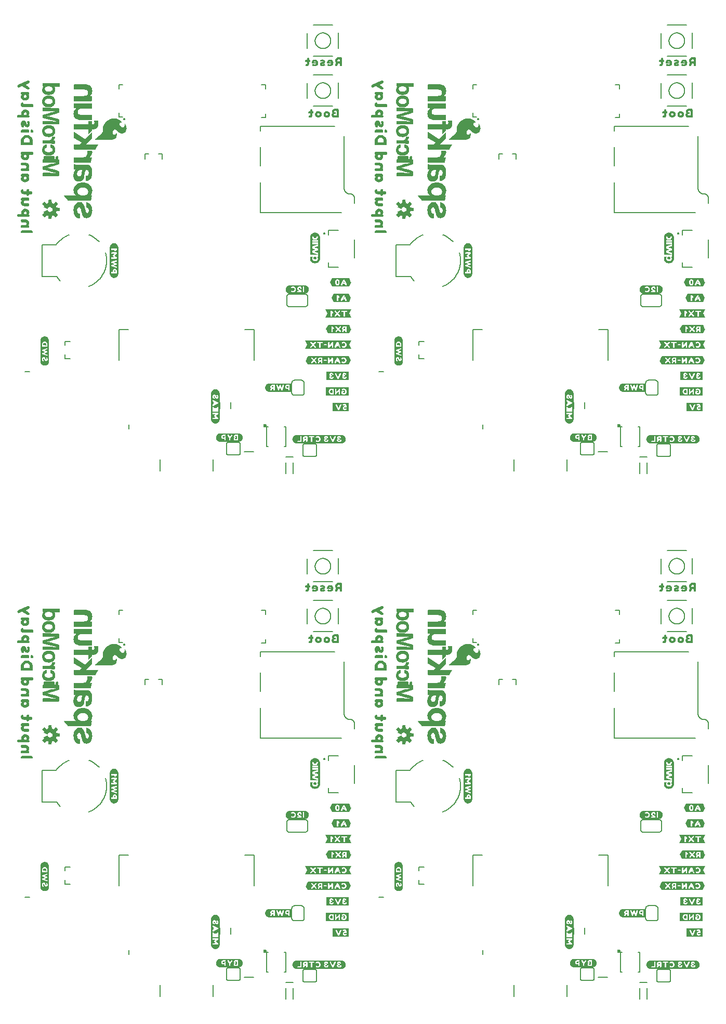
<source format=gbo>
G04 EAGLE Gerber RS-274X export*
G75*
%MOMM*%
%FSLAX34Y34*%
%LPD*%
%INSilkscreen Bottom*%
%IPPOS*%
%AMOC8*
5,1,8,0,0,1.08239X$1,22.5*%
G01*
%ADD10C,0.152400*%
%ADD11C,0.203200*%
%ADD12C,0.600000*%

G36*
X538255Y68084D02*
X538255Y68084D01*
X538258Y68081D01*
X538854Y68181D01*
X539550Y68181D01*
X539558Y68187D01*
X539564Y68183D01*
X540264Y68383D01*
X540265Y68384D01*
X540266Y68383D01*
X540866Y68583D01*
X540869Y68588D01*
X540872Y68586D01*
X541472Y68886D01*
X541474Y68890D01*
X541477Y68889D01*
X542677Y69689D01*
X542678Y69692D01*
X542681Y69692D01*
X543181Y70092D01*
X543183Y70099D01*
X543188Y70099D01*
X543988Y71099D01*
X543989Y71103D01*
X543991Y71103D01*
X544391Y71703D01*
X544391Y71707D01*
X544394Y71708D01*
X544694Y72308D01*
X544693Y72315D01*
X544697Y72316D01*
X544736Y72451D01*
X544750Y72500D01*
X544792Y72648D01*
X544834Y72795D01*
X544848Y72845D01*
X544890Y72992D01*
X544891Y72992D01*
X544890Y72992D01*
X544897Y73016D01*
X544896Y73020D01*
X544899Y73022D01*
X544999Y73622D01*
X544998Y73623D01*
X544999Y73623D01*
X545199Y75023D01*
X545194Y75032D01*
X545199Y75037D01*
X545099Y75737D01*
X545098Y75738D01*
X545099Y75738D01*
X544999Y76338D01*
X544995Y76341D01*
X544997Y76344D01*
X544797Y77044D01*
X544796Y77045D01*
X544797Y77046D01*
X544597Y77646D01*
X544592Y77649D01*
X544594Y77652D01*
X544294Y78252D01*
X544290Y78254D01*
X544291Y78257D01*
X543891Y78857D01*
X543888Y78858D01*
X543888Y78861D01*
X543488Y79361D01*
X543484Y79362D01*
X543485Y79365D01*
X542485Y80365D01*
X542476Y80366D01*
X542475Y80372D01*
X541976Y80672D01*
X541377Y81071D01*
X541368Y81070D01*
X541366Y81077D01*
X540766Y81277D01*
X540764Y81276D01*
X540764Y81277D01*
X539364Y81677D01*
X539360Y81676D01*
X539358Y81679D01*
X538758Y81779D01*
X538753Y81776D01*
X538750Y81779D01*
X464550Y81779D01*
X464546Y81776D01*
X464543Y81779D01*
X463843Y81679D01*
X463838Y81674D01*
X463834Y81677D01*
X463235Y81477D01*
X462536Y81277D01*
X462535Y81276D01*
X462534Y81277D01*
X461934Y81077D01*
X461929Y81069D01*
X461923Y81071D01*
X461323Y80671D01*
X461322Y80668D01*
X461319Y80668D01*
X460821Y80270D01*
X460223Y79871D01*
X460219Y79861D01*
X460212Y79861D01*
X459412Y78861D01*
X459411Y78857D01*
X459409Y78857D01*
X459009Y78257D01*
X459009Y78253D01*
X459006Y78252D01*
X458706Y77652D01*
X458706Y77649D01*
X458705Y77649D01*
X458707Y77647D01*
X458703Y77646D01*
X458503Y77046D01*
X458504Y77044D01*
X458503Y77044D01*
X458479Y76959D01*
X458436Y76811D01*
X458422Y76762D01*
X458380Y76614D01*
X458338Y76467D01*
X458324Y76417D01*
X458303Y76344D01*
X458305Y76339D01*
X458301Y76337D01*
X458201Y75638D01*
X458101Y75038D01*
X458107Y75028D01*
X458101Y75023D01*
X458401Y72923D01*
X458409Y72915D01*
X458406Y72908D01*
X459306Y71108D01*
X459313Y71105D01*
X459312Y71099D01*
X459712Y70599D01*
X459716Y70598D01*
X459715Y70595D01*
X460715Y69595D01*
X460719Y69595D01*
X460719Y69592D01*
X461219Y69192D01*
X461227Y69191D01*
X461228Y69186D01*
X462428Y68586D01*
X462435Y68587D01*
X462436Y68583D01*
X463135Y68383D01*
X463734Y68183D01*
X463741Y68185D01*
X463743Y68181D01*
X464443Y68081D01*
X464448Y68084D01*
X464450Y68081D01*
X538250Y68081D01*
X538255Y68084D01*
G37*
G36*
X1114835Y68084D02*
X1114835Y68084D01*
X1114838Y68081D01*
X1115434Y68181D01*
X1116130Y68181D01*
X1116138Y68187D01*
X1116144Y68183D01*
X1116844Y68383D01*
X1116845Y68384D01*
X1116846Y68383D01*
X1117446Y68583D01*
X1117449Y68588D01*
X1117452Y68586D01*
X1118052Y68886D01*
X1118054Y68890D01*
X1118057Y68889D01*
X1119257Y69689D01*
X1119258Y69692D01*
X1119261Y69692D01*
X1119761Y70092D01*
X1119763Y70099D01*
X1119768Y70099D01*
X1120568Y71099D01*
X1120569Y71103D01*
X1120571Y71103D01*
X1120971Y71703D01*
X1120971Y71707D01*
X1120974Y71708D01*
X1121274Y72308D01*
X1121273Y72315D01*
X1121277Y72316D01*
X1121316Y72451D01*
X1121330Y72500D01*
X1121372Y72648D01*
X1121414Y72795D01*
X1121428Y72845D01*
X1121470Y72992D01*
X1121471Y72992D01*
X1121470Y72992D01*
X1121477Y73016D01*
X1121476Y73020D01*
X1121479Y73022D01*
X1121579Y73622D01*
X1121578Y73623D01*
X1121579Y73623D01*
X1121779Y75023D01*
X1121774Y75032D01*
X1121779Y75037D01*
X1121679Y75737D01*
X1121678Y75738D01*
X1121679Y75738D01*
X1121579Y76338D01*
X1121575Y76341D01*
X1121577Y76344D01*
X1121377Y77044D01*
X1121376Y77045D01*
X1121377Y77046D01*
X1121177Y77646D01*
X1121172Y77649D01*
X1121174Y77652D01*
X1120874Y78252D01*
X1120870Y78254D01*
X1120871Y78257D01*
X1120471Y78857D01*
X1120468Y78858D01*
X1120468Y78861D01*
X1120068Y79361D01*
X1120064Y79362D01*
X1120065Y79365D01*
X1119065Y80365D01*
X1119056Y80366D01*
X1119055Y80372D01*
X1118556Y80672D01*
X1117957Y81071D01*
X1117948Y81070D01*
X1117946Y81077D01*
X1117346Y81277D01*
X1117344Y81276D01*
X1117344Y81277D01*
X1115944Y81677D01*
X1115940Y81676D01*
X1115938Y81679D01*
X1115338Y81779D01*
X1115333Y81776D01*
X1115330Y81779D01*
X1041130Y81779D01*
X1041126Y81776D01*
X1041123Y81779D01*
X1040423Y81679D01*
X1040418Y81674D01*
X1040414Y81677D01*
X1039815Y81477D01*
X1039116Y81277D01*
X1039115Y81276D01*
X1039114Y81277D01*
X1038514Y81077D01*
X1038509Y81069D01*
X1038503Y81071D01*
X1037903Y80671D01*
X1037902Y80668D01*
X1037899Y80668D01*
X1037401Y80270D01*
X1036803Y79871D01*
X1036799Y79861D01*
X1036792Y79861D01*
X1035992Y78861D01*
X1035991Y78857D01*
X1035989Y78857D01*
X1035589Y78257D01*
X1035589Y78253D01*
X1035586Y78252D01*
X1035286Y77652D01*
X1035286Y77649D01*
X1035285Y77649D01*
X1035287Y77647D01*
X1035283Y77646D01*
X1035083Y77046D01*
X1035084Y77044D01*
X1035083Y77044D01*
X1035059Y76959D01*
X1035016Y76811D01*
X1035002Y76762D01*
X1034960Y76614D01*
X1034918Y76467D01*
X1034904Y76417D01*
X1034883Y76344D01*
X1034885Y76339D01*
X1034881Y76337D01*
X1034781Y75638D01*
X1034681Y75038D01*
X1034687Y75028D01*
X1034681Y75023D01*
X1034981Y72923D01*
X1034989Y72915D01*
X1034986Y72908D01*
X1035886Y71108D01*
X1035893Y71105D01*
X1035892Y71099D01*
X1036292Y70599D01*
X1036296Y70598D01*
X1036295Y70595D01*
X1037295Y69595D01*
X1037299Y69595D01*
X1037299Y69592D01*
X1037799Y69192D01*
X1037807Y69191D01*
X1037808Y69186D01*
X1039008Y68586D01*
X1039015Y68587D01*
X1039016Y68583D01*
X1039715Y68383D01*
X1040314Y68183D01*
X1040321Y68185D01*
X1040323Y68181D01*
X1041023Y68081D01*
X1041028Y68084D01*
X1041030Y68081D01*
X1114830Y68081D01*
X1114835Y68084D01*
G37*
G36*
X1114835Y924064D02*
X1114835Y924064D01*
X1114838Y924061D01*
X1115434Y924161D01*
X1116130Y924161D01*
X1116138Y924167D01*
X1116144Y924163D01*
X1116844Y924363D01*
X1116845Y924364D01*
X1116846Y924363D01*
X1117446Y924563D01*
X1117449Y924568D01*
X1117452Y924566D01*
X1118052Y924866D01*
X1118054Y924870D01*
X1118057Y924869D01*
X1119257Y925669D01*
X1119258Y925672D01*
X1119261Y925672D01*
X1119761Y926072D01*
X1119763Y926079D01*
X1119768Y926079D01*
X1120568Y927079D01*
X1120569Y927083D01*
X1120571Y927083D01*
X1120971Y927683D01*
X1120971Y927687D01*
X1120974Y927688D01*
X1121274Y928288D01*
X1121273Y928295D01*
X1121277Y928296D01*
X1121316Y928431D01*
X1121330Y928480D01*
X1121372Y928628D01*
X1121414Y928775D01*
X1121428Y928825D01*
X1121470Y928972D01*
X1121471Y928972D01*
X1121470Y928972D01*
X1121477Y928996D01*
X1121476Y929000D01*
X1121479Y929002D01*
X1121579Y929602D01*
X1121578Y929603D01*
X1121579Y929603D01*
X1121779Y931003D01*
X1121774Y931012D01*
X1121779Y931017D01*
X1121679Y931717D01*
X1121678Y931718D01*
X1121679Y931718D01*
X1121579Y932318D01*
X1121575Y932321D01*
X1121577Y932324D01*
X1121377Y933024D01*
X1121376Y933025D01*
X1121377Y933026D01*
X1121177Y933626D01*
X1121172Y933629D01*
X1121174Y933632D01*
X1120874Y934232D01*
X1120870Y934234D01*
X1120871Y934237D01*
X1120471Y934837D01*
X1120468Y934838D01*
X1120468Y934841D01*
X1120068Y935341D01*
X1120064Y935342D01*
X1120065Y935345D01*
X1119065Y936345D01*
X1119056Y936346D01*
X1119055Y936352D01*
X1118556Y936652D01*
X1117957Y937051D01*
X1117948Y937050D01*
X1117946Y937057D01*
X1117346Y937257D01*
X1117344Y937256D01*
X1117344Y937257D01*
X1115944Y937657D01*
X1115940Y937656D01*
X1115938Y937659D01*
X1115338Y937759D01*
X1115333Y937756D01*
X1115330Y937759D01*
X1041130Y937759D01*
X1041126Y937756D01*
X1041123Y937759D01*
X1040423Y937659D01*
X1040418Y937654D01*
X1040414Y937657D01*
X1039815Y937457D01*
X1039116Y937257D01*
X1039115Y937256D01*
X1039114Y937257D01*
X1038514Y937057D01*
X1038509Y937049D01*
X1038503Y937051D01*
X1037903Y936651D01*
X1037902Y936648D01*
X1037899Y936648D01*
X1037401Y936250D01*
X1036803Y935851D01*
X1036799Y935841D01*
X1036792Y935841D01*
X1035992Y934841D01*
X1035991Y934837D01*
X1035989Y934837D01*
X1035589Y934237D01*
X1035589Y934233D01*
X1035586Y934232D01*
X1035286Y933632D01*
X1035286Y933629D01*
X1035285Y933629D01*
X1035287Y933627D01*
X1035283Y933626D01*
X1035083Y933026D01*
X1035084Y933024D01*
X1035083Y933024D01*
X1035059Y932939D01*
X1035016Y932791D01*
X1035002Y932742D01*
X1034960Y932594D01*
X1034918Y932447D01*
X1034904Y932397D01*
X1034883Y932324D01*
X1034885Y932319D01*
X1034881Y932317D01*
X1034781Y931618D01*
X1034681Y931018D01*
X1034687Y931008D01*
X1034681Y931003D01*
X1034981Y928903D01*
X1034989Y928895D01*
X1034986Y928888D01*
X1035886Y927088D01*
X1035893Y927085D01*
X1035892Y927079D01*
X1036292Y926579D01*
X1036296Y926578D01*
X1036295Y926575D01*
X1037295Y925575D01*
X1037299Y925575D01*
X1037299Y925572D01*
X1037799Y925172D01*
X1037807Y925171D01*
X1037808Y925166D01*
X1039008Y924566D01*
X1039015Y924567D01*
X1039016Y924563D01*
X1039715Y924363D01*
X1040314Y924163D01*
X1040321Y924165D01*
X1040323Y924161D01*
X1041023Y924061D01*
X1041028Y924064D01*
X1041030Y924061D01*
X1114830Y924061D01*
X1114835Y924064D01*
G37*
G36*
X538255Y924064D02*
X538255Y924064D01*
X538258Y924061D01*
X538854Y924161D01*
X539550Y924161D01*
X539558Y924167D01*
X539564Y924163D01*
X540264Y924363D01*
X540265Y924364D01*
X540266Y924363D01*
X540866Y924563D01*
X540869Y924568D01*
X540872Y924566D01*
X541472Y924866D01*
X541474Y924870D01*
X541477Y924869D01*
X542677Y925669D01*
X542678Y925672D01*
X542681Y925672D01*
X543181Y926072D01*
X543183Y926079D01*
X543188Y926079D01*
X543988Y927079D01*
X543989Y927083D01*
X543991Y927083D01*
X544391Y927683D01*
X544391Y927687D01*
X544394Y927688D01*
X544694Y928288D01*
X544693Y928295D01*
X544697Y928296D01*
X544736Y928431D01*
X544750Y928480D01*
X544792Y928628D01*
X544834Y928775D01*
X544848Y928825D01*
X544890Y928972D01*
X544891Y928972D01*
X544890Y928972D01*
X544897Y928996D01*
X544896Y929000D01*
X544899Y929002D01*
X544999Y929602D01*
X544998Y929603D01*
X544999Y929603D01*
X545199Y931003D01*
X545194Y931012D01*
X545199Y931017D01*
X545099Y931717D01*
X545098Y931718D01*
X545099Y931718D01*
X544999Y932318D01*
X544995Y932321D01*
X544997Y932324D01*
X544797Y933024D01*
X544796Y933025D01*
X544797Y933026D01*
X544597Y933626D01*
X544592Y933629D01*
X544594Y933632D01*
X544294Y934232D01*
X544290Y934234D01*
X544291Y934237D01*
X543891Y934837D01*
X543888Y934838D01*
X543888Y934841D01*
X543488Y935341D01*
X543484Y935342D01*
X543485Y935345D01*
X542485Y936345D01*
X542476Y936346D01*
X542475Y936352D01*
X541976Y936652D01*
X541377Y937051D01*
X541368Y937050D01*
X541366Y937057D01*
X540766Y937257D01*
X540764Y937256D01*
X540764Y937257D01*
X539364Y937657D01*
X539360Y937656D01*
X539358Y937659D01*
X538758Y937759D01*
X538753Y937756D01*
X538750Y937759D01*
X464550Y937759D01*
X464546Y937756D01*
X464543Y937759D01*
X463843Y937659D01*
X463838Y937654D01*
X463834Y937657D01*
X463235Y937457D01*
X462536Y937257D01*
X462535Y937256D01*
X462534Y937257D01*
X461934Y937057D01*
X461929Y937049D01*
X461923Y937051D01*
X461323Y936651D01*
X461322Y936648D01*
X461319Y936648D01*
X460821Y936250D01*
X460223Y935851D01*
X460219Y935841D01*
X460212Y935841D01*
X459412Y934841D01*
X459411Y934837D01*
X459409Y934837D01*
X459009Y934237D01*
X459009Y934233D01*
X459006Y934232D01*
X458706Y933632D01*
X458706Y933629D01*
X458705Y933629D01*
X458707Y933627D01*
X458703Y933626D01*
X458503Y933026D01*
X458504Y933024D01*
X458503Y933024D01*
X458479Y932939D01*
X458436Y932791D01*
X458422Y932742D01*
X458380Y932594D01*
X458338Y932447D01*
X458324Y932397D01*
X458303Y932324D01*
X458305Y932319D01*
X458301Y932317D01*
X458201Y931618D01*
X458101Y931018D01*
X458107Y931008D01*
X458101Y931003D01*
X458401Y928903D01*
X458409Y928895D01*
X458406Y928888D01*
X459306Y927088D01*
X459313Y927085D01*
X459312Y927079D01*
X459712Y926579D01*
X459716Y926578D01*
X459715Y926575D01*
X460715Y925575D01*
X460719Y925575D01*
X460719Y925572D01*
X461219Y925172D01*
X461227Y925171D01*
X461228Y925166D01*
X462428Y924566D01*
X462435Y924567D01*
X462436Y924563D01*
X463135Y924363D01*
X463734Y924163D01*
X463741Y924165D01*
X463743Y924161D01*
X464443Y924061D01*
X464448Y924064D01*
X464450Y924061D01*
X538250Y924061D01*
X538255Y924064D01*
G37*
G36*
X553296Y1077735D02*
X553296Y1077735D01*
X553300Y1077732D01*
X553800Y1077832D01*
X553828Y1077864D01*
X553830Y1077865D01*
X553830Y1077866D01*
X553839Y1077876D01*
X553827Y1077887D01*
X553834Y1077902D01*
X550545Y1084580D01*
X550834Y1085158D01*
X553834Y1091158D01*
X553833Y1091161D01*
X553835Y1091163D01*
X553832Y1091167D01*
X553823Y1091216D01*
X553811Y1091214D01*
X553808Y1091226D01*
X553308Y1091426D01*
X553296Y1091422D01*
X553295Y1091422D01*
X553290Y1091429D01*
X479290Y1091429D01*
X479281Y1091422D01*
X479276Y1091422D01*
X479274Y1091421D01*
X479268Y1091424D01*
X478868Y1091224D01*
X478855Y1091197D01*
X478845Y1091189D01*
X478848Y1091184D01*
X478842Y1091171D01*
X478850Y1091167D01*
X478846Y1091158D01*
X481846Y1085158D01*
X482135Y1084580D01*
X478746Y1077902D01*
X478746Y1077901D01*
X478745Y1077901D01*
X478747Y1077898D01*
X478757Y1077844D01*
X478774Y1077847D01*
X478782Y1077831D01*
X479382Y1077731D01*
X479387Y1077734D01*
X479390Y1077731D01*
X553290Y1077731D01*
X553296Y1077735D01*
G37*
G36*
X1129876Y1077735D02*
X1129876Y1077735D01*
X1129880Y1077732D01*
X1130380Y1077832D01*
X1130408Y1077864D01*
X1130410Y1077865D01*
X1130410Y1077866D01*
X1130419Y1077876D01*
X1130407Y1077887D01*
X1130414Y1077902D01*
X1127125Y1084580D01*
X1127414Y1085158D01*
X1130414Y1091158D01*
X1130413Y1091161D01*
X1130415Y1091163D01*
X1130412Y1091167D01*
X1130403Y1091216D01*
X1130391Y1091214D01*
X1130388Y1091226D01*
X1129888Y1091426D01*
X1129876Y1091422D01*
X1129875Y1091422D01*
X1129870Y1091429D01*
X1055870Y1091429D01*
X1055861Y1091422D01*
X1055856Y1091422D01*
X1055854Y1091421D01*
X1055848Y1091424D01*
X1055448Y1091224D01*
X1055435Y1091197D01*
X1055425Y1091189D01*
X1055428Y1091184D01*
X1055422Y1091171D01*
X1055430Y1091167D01*
X1055426Y1091158D01*
X1058426Y1085158D01*
X1058715Y1084580D01*
X1055326Y1077902D01*
X1055326Y1077901D01*
X1055325Y1077901D01*
X1055327Y1077898D01*
X1055337Y1077844D01*
X1055354Y1077847D01*
X1055362Y1077831D01*
X1055962Y1077731D01*
X1055967Y1077734D01*
X1055970Y1077731D01*
X1129870Y1077731D01*
X1129876Y1077735D01*
G37*
G36*
X1129876Y221755D02*
X1129876Y221755D01*
X1129880Y221752D01*
X1130380Y221852D01*
X1130408Y221884D01*
X1130410Y221885D01*
X1130410Y221886D01*
X1130419Y221896D01*
X1130407Y221907D01*
X1130414Y221922D01*
X1127125Y228600D01*
X1127414Y229178D01*
X1130414Y235178D01*
X1130413Y235181D01*
X1130415Y235183D01*
X1130412Y235187D01*
X1130403Y235236D01*
X1130391Y235234D01*
X1130388Y235246D01*
X1129888Y235446D01*
X1129876Y235442D01*
X1129875Y235442D01*
X1129870Y235449D01*
X1055870Y235449D01*
X1055861Y235442D01*
X1055856Y235442D01*
X1055854Y235441D01*
X1055848Y235444D01*
X1055448Y235244D01*
X1055435Y235217D01*
X1055425Y235209D01*
X1055428Y235204D01*
X1055422Y235191D01*
X1055430Y235187D01*
X1055426Y235178D01*
X1058426Y229178D01*
X1058715Y228600D01*
X1055326Y221922D01*
X1055326Y221921D01*
X1055325Y221921D01*
X1055327Y221918D01*
X1055337Y221864D01*
X1055354Y221867D01*
X1055362Y221851D01*
X1055962Y221751D01*
X1055967Y221754D01*
X1055970Y221751D01*
X1129870Y221751D01*
X1129876Y221755D01*
G37*
G36*
X553296Y221755D02*
X553296Y221755D01*
X553300Y221752D01*
X553800Y221852D01*
X553828Y221884D01*
X553830Y221885D01*
X553830Y221886D01*
X553839Y221896D01*
X553827Y221907D01*
X553834Y221922D01*
X550545Y228600D01*
X550834Y229178D01*
X553834Y235178D01*
X553833Y235181D01*
X553835Y235183D01*
X553832Y235187D01*
X553823Y235236D01*
X553811Y235234D01*
X553808Y235246D01*
X553308Y235446D01*
X553296Y235442D01*
X553295Y235442D01*
X553290Y235449D01*
X479290Y235449D01*
X479281Y235442D01*
X479276Y235442D01*
X479274Y235441D01*
X479268Y235444D01*
X478868Y235244D01*
X478855Y235217D01*
X478845Y235209D01*
X478848Y235204D01*
X478842Y235191D01*
X478850Y235187D01*
X478846Y235178D01*
X481846Y229178D01*
X482135Y228600D01*
X478746Y221922D01*
X478746Y221921D01*
X478745Y221921D01*
X478747Y221918D01*
X478757Y221864D01*
X478774Y221867D01*
X478782Y221851D01*
X479382Y221751D01*
X479387Y221754D01*
X479390Y221751D01*
X553290Y221751D01*
X553296Y221755D01*
G37*
G36*
X550093Y1052356D02*
X550093Y1052356D01*
X550104Y1052358D01*
X553504Y1059058D01*
X553503Y1059062D01*
X553506Y1059065D01*
X553501Y1059071D01*
X553499Y1059084D01*
X553507Y1059096D01*
X553307Y1059696D01*
X553302Y1059699D01*
X553304Y1059702D01*
X550204Y1065802D01*
X550182Y1065813D01*
X550178Y1065826D01*
X549678Y1066026D01*
X549666Y1066022D01*
X549665Y1066022D01*
X549660Y1066029D01*
X546760Y1066029D01*
X546737Y1066012D01*
X546723Y1066013D01*
X546700Y1065986D01*
X546701Y1066007D01*
X546675Y1066009D01*
X546660Y1066029D01*
X483660Y1066029D01*
X483639Y1066013D01*
X483625Y1066015D01*
X483225Y1065615D01*
X483224Y1065603D01*
X483216Y1065602D01*
X480216Y1059502D01*
X480218Y1059491D01*
X480211Y1059488D01*
X480111Y1058888D01*
X480122Y1058869D01*
X480116Y1058858D01*
X483216Y1052758D01*
X483226Y1052753D01*
X483225Y1052745D01*
X483625Y1052345D01*
X483652Y1052342D01*
X483660Y1052331D01*
X550060Y1052331D01*
X550093Y1052356D01*
G37*
G36*
X1126673Y196376D02*
X1126673Y196376D01*
X1126684Y196378D01*
X1130084Y203078D01*
X1130083Y203082D01*
X1130086Y203085D01*
X1130081Y203091D01*
X1130079Y203104D01*
X1130087Y203116D01*
X1129887Y203716D01*
X1129882Y203719D01*
X1129884Y203722D01*
X1126784Y209822D01*
X1126762Y209833D01*
X1126758Y209846D01*
X1126258Y210046D01*
X1126246Y210042D01*
X1126245Y210042D01*
X1126240Y210049D01*
X1123340Y210049D01*
X1123317Y210032D01*
X1123303Y210033D01*
X1123280Y210006D01*
X1123281Y210027D01*
X1123255Y210029D01*
X1123240Y210049D01*
X1060240Y210049D01*
X1060219Y210033D01*
X1060205Y210035D01*
X1059805Y209635D01*
X1059804Y209623D01*
X1059796Y209622D01*
X1056796Y203522D01*
X1056798Y203511D01*
X1056791Y203508D01*
X1056691Y202908D01*
X1056702Y202889D01*
X1056696Y202878D01*
X1059796Y196778D01*
X1059806Y196773D01*
X1059805Y196765D01*
X1060205Y196365D01*
X1060232Y196362D01*
X1060240Y196351D01*
X1126640Y196351D01*
X1126673Y196376D01*
G37*
G36*
X550093Y196376D02*
X550093Y196376D01*
X550104Y196378D01*
X553504Y203078D01*
X553503Y203082D01*
X553506Y203085D01*
X553501Y203091D01*
X553499Y203104D01*
X553507Y203116D01*
X553307Y203716D01*
X553302Y203719D01*
X553304Y203722D01*
X550204Y209822D01*
X550182Y209833D01*
X550178Y209846D01*
X549678Y210046D01*
X549666Y210042D01*
X549665Y210042D01*
X549660Y210049D01*
X546760Y210049D01*
X546737Y210032D01*
X546723Y210033D01*
X546700Y210006D01*
X546701Y210027D01*
X546675Y210029D01*
X546660Y210049D01*
X483660Y210049D01*
X483639Y210033D01*
X483625Y210035D01*
X483225Y209635D01*
X483224Y209623D01*
X483216Y209622D01*
X480216Y203522D01*
X480218Y203511D01*
X480211Y203508D01*
X480111Y202908D01*
X480122Y202889D01*
X480116Y202878D01*
X483216Y196778D01*
X483226Y196773D01*
X483225Y196765D01*
X483625Y196365D01*
X483652Y196362D01*
X483660Y196351D01*
X550060Y196351D01*
X550093Y196376D01*
G37*
G36*
X1126673Y1052356D02*
X1126673Y1052356D01*
X1126684Y1052358D01*
X1130084Y1059058D01*
X1130083Y1059062D01*
X1130086Y1059065D01*
X1130081Y1059071D01*
X1130079Y1059084D01*
X1130087Y1059096D01*
X1129887Y1059696D01*
X1129882Y1059699D01*
X1129884Y1059702D01*
X1126784Y1065802D01*
X1126762Y1065813D01*
X1126758Y1065826D01*
X1126258Y1066026D01*
X1126246Y1066022D01*
X1126245Y1066022D01*
X1126240Y1066029D01*
X1123340Y1066029D01*
X1123317Y1066012D01*
X1123303Y1066013D01*
X1123280Y1065986D01*
X1123281Y1066007D01*
X1123255Y1066009D01*
X1123240Y1066029D01*
X1060240Y1066029D01*
X1060219Y1066013D01*
X1060205Y1066015D01*
X1059805Y1065615D01*
X1059804Y1065603D01*
X1059796Y1065602D01*
X1056796Y1059502D01*
X1056798Y1059491D01*
X1056791Y1059488D01*
X1056691Y1058888D01*
X1056702Y1058869D01*
X1056696Y1058858D01*
X1059796Y1052758D01*
X1059806Y1052753D01*
X1059805Y1052745D01*
X1060205Y1052345D01*
X1060232Y1052342D01*
X1060240Y1052331D01*
X1126640Y1052331D01*
X1126673Y1052356D01*
G37*
G36*
X164430Y562755D02*
X164430Y562755D01*
X164457Y562753D01*
X166057Y562953D01*
X166089Y562964D01*
X166138Y562972D01*
X167538Y563472D01*
X167550Y563480D01*
X167567Y563484D01*
X168667Y563984D01*
X168691Y564002D01*
X168728Y564019D01*
X169728Y564719D01*
X169754Y564748D01*
X169810Y564797D01*
X170510Y565697D01*
X170515Y565708D01*
X170526Y565719D01*
X171126Y566619D01*
X171138Y566650D01*
X171163Y566689D01*
X171563Y567689D01*
X171565Y567704D01*
X171574Y567721D01*
X171874Y568721D01*
X171875Y568740D01*
X171883Y568759D01*
X171884Y568761D01*
X171884Y568762D01*
X172084Y569862D01*
X172083Y569891D01*
X172090Y569930D01*
X172090Y571630D01*
X172085Y571653D01*
X172086Y571684D01*
X171986Y572384D01*
X171973Y572417D01*
X171963Y572471D01*
X171767Y572961D01*
X171690Y573192D01*
X171690Y573330D01*
X171651Y573499D01*
X171541Y573632D01*
X171382Y573703D01*
X171209Y573697D01*
X171057Y573614D01*
X170957Y573472D01*
X170934Y573351D01*
X170794Y573141D01*
X170782Y573110D01*
X170741Y573022D01*
X170660Y572697D01*
X170406Y572358D01*
X170399Y572342D01*
X170384Y572326D01*
X169808Y571366D01*
X169474Y571032D01*
X169050Y570778D01*
X168548Y570610D01*
X167972Y570610D01*
X167466Y570779D01*
X166828Y571144D01*
X166291Y571591D01*
X165842Y572220D01*
X165469Y573058D01*
X165193Y574069D01*
X165287Y575569D01*
X165664Y576983D01*
X166298Y578069D01*
X167298Y578796D01*
X168373Y579244D01*
X169624Y579155D01*
X171009Y578601D01*
X172451Y577352D01*
X174141Y575661D01*
X174163Y575647D01*
X174187Y575622D01*
X175987Y574322D01*
X176002Y574316D01*
X176017Y574302D01*
X177717Y573302D01*
X177754Y573291D01*
X177828Y573259D01*
X179628Y572859D01*
X179661Y572859D01*
X179710Y572850D01*
X181410Y572850D01*
X181448Y572859D01*
X181523Y572867D01*
X183123Y573367D01*
X183157Y573387D01*
X183225Y573417D01*
X184825Y574517D01*
X184850Y574544D01*
X184895Y574578D01*
X186395Y576278D01*
X186414Y576313D01*
X186453Y576366D01*
X187553Y578666D01*
X187560Y578699D01*
X187581Y578746D01*
X188081Y580946D01*
X188081Y580984D01*
X188090Y581049D01*
X187990Y583049D01*
X187982Y583075D01*
X187981Y583113D01*
X187581Y584913D01*
X187567Y584943D01*
X187555Y584991D01*
X186855Y586491D01*
X186852Y586495D01*
X186850Y586500D01*
X186250Y587700D01*
X186232Y587722D01*
X186214Y587758D01*
X185614Y588558D01*
X185596Y588573D01*
X185579Y588599D01*
X185379Y588799D01*
X185357Y588812D01*
X185341Y588832D01*
X185284Y588858D01*
X185232Y588890D01*
X185206Y588893D01*
X185182Y588903D01*
X185121Y588901D01*
X185059Y588907D01*
X185035Y588898D01*
X185009Y588897D01*
X184955Y588867D01*
X184897Y588845D01*
X184880Y588826D01*
X184857Y588814D01*
X184822Y588764D01*
X184780Y588718D01*
X184772Y588693D01*
X184757Y588672D01*
X184741Y588588D01*
X184730Y588552D01*
X184732Y588542D01*
X184730Y588530D01*
X184730Y588430D01*
X184738Y588394D01*
X184741Y588338D01*
X184837Y587952D01*
X184930Y587399D01*
X184930Y586754D01*
X184837Y586015D01*
X184558Y585176D01*
X184191Y584442D01*
X183642Y583802D01*
X183089Y583341D01*
X182650Y583078D01*
X182148Y582910D01*
X181072Y582910D01*
X180566Y583079D01*
X179916Y583451D01*
X179257Y583921D01*
X178101Y585077D01*
X177631Y585736D01*
X177245Y586410D01*
X176859Y587182D01*
X176581Y587925D01*
X176490Y588557D01*
X176490Y589052D01*
X176739Y589633D01*
X177055Y590027D01*
X177335Y590167D01*
X177556Y590278D01*
X178072Y590450D01*
X179048Y590450D01*
X179290Y590369D01*
X179327Y590366D01*
X179410Y590350D01*
X179610Y590350D01*
X179673Y590364D01*
X179737Y590372D01*
X179756Y590384D01*
X179779Y590389D01*
X179829Y590430D01*
X179883Y590465D01*
X179895Y590485D01*
X179912Y590499D01*
X179939Y590558D01*
X179972Y590614D01*
X179974Y590637D01*
X179983Y590658D01*
X179981Y590722D01*
X179986Y590786D01*
X179977Y590811D01*
X179977Y590831D01*
X179958Y590864D01*
X179938Y590923D01*
X178938Y592623D01*
X178914Y592648D01*
X178906Y592662D01*
X178899Y592667D01*
X178871Y592707D01*
X177171Y594307D01*
X177142Y594323D01*
X177108Y594355D01*
X174808Y595755D01*
X174776Y595765D01*
X174734Y595789D01*
X171834Y596789D01*
X171806Y596792D01*
X171769Y596806D01*
X168569Y597306D01*
X168536Y597303D01*
X168488Y597310D01*
X164988Y597110D01*
X164957Y597100D01*
X164911Y597097D01*
X161211Y596097D01*
X161179Y596080D01*
X161125Y596062D01*
X157525Y594062D01*
X157507Y594045D01*
X157477Y594030D01*
X155677Y592630D01*
X155667Y592618D01*
X155650Y592607D01*
X154050Y591107D01*
X154038Y591090D01*
X154016Y591072D01*
X152616Y589372D01*
X152607Y589353D01*
X152589Y589333D01*
X151389Y587433D01*
X151379Y587405D01*
X151357Y587371D01*
X150557Y585371D01*
X150555Y585359D01*
X150548Y585345D01*
X149848Y583145D01*
X149845Y583116D01*
X149833Y583077D01*
X149533Y580677D01*
X149535Y580656D01*
X149530Y580630D01*
X149530Y576877D01*
X149251Y575763D01*
X148779Y574818D01*
X148106Y573761D01*
X147240Y572799D01*
X146154Y571811D01*
X146153Y571810D01*
X146152Y571809D01*
X144858Y570615D01*
X143463Y569419D01*
X143459Y569414D01*
X143452Y569409D01*
X142153Y568210D01*
X139753Y566010D01*
X138766Y565122D01*
X137877Y564430D01*
X137871Y564424D01*
X137863Y564419D01*
X137172Y563827D01*
X136809Y563555D01*
X136641Y563471D01*
X136640Y563470D01*
X136577Y563418D01*
X136508Y563361D01*
X136507Y563360D01*
X136507Y563359D01*
X136473Y563284D01*
X136437Y563202D01*
X136436Y563201D01*
X136440Y563116D01*
X136443Y563029D01*
X136444Y563029D01*
X136444Y563028D01*
X136486Y562950D01*
X136526Y562877D01*
X136527Y562877D01*
X136527Y562876D01*
X136599Y562825D01*
X136668Y562777D01*
X136669Y562777D01*
X136676Y562776D01*
X136810Y562750D01*
X164410Y562750D01*
X164430Y562755D01*
G37*
G36*
X741010Y562755D02*
X741010Y562755D01*
X741037Y562753D01*
X742637Y562953D01*
X742669Y562964D01*
X742718Y562972D01*
X744118Y563472D01*
X744130Y563480D01*
X744147Y563484D01*
X745247Y563984D01*
X745271Y564002D01*
X745308Y564019D01*
X746308Y564719D01*
X746334Y564748D01*
X746390Y564797D01*
X747090Y565697D01*
X747095Y565708D01*
X747106Y565719D01*
X747706Y566619D01*
X747718Y566650D01*
X747743Y566689D01*
X748143Y567689D01*
X748145Y567704D01*
X748154Y567721D01*
X748454Y568721D01*
X748455Y568740D01*
X748463Y568759D01*
X748464Y568761D01*
X748464Y568762D01*
X748664Y569862D01*
X748663Y569891D01*
X748670Y569930D01*
X748670Y571630D01*
X748665Y571653D01*
X748666Y571684D01*
X748566Y572384D01*
X748553Y572417D01*
X748543Y572471D01*
X748347Y572961D01*
X748270Y573192D01*
X748270Y573330D01*
X748231Y573499D01*
X748121Y573632D01*
X747962Y573703D01*
X747789Y573697D01*
X747637Y573614D01*
X747537Y573472D01*
X747514Y573351D01*
X747374Y573141D01*
X747362Y573110D01*
X747321Y573022D01*
X747240Y572697D01*
X746986Y572358D01*
X746979Y572342D01*
X746964Y572326D01*
X746388Y571366D01*
X746054Y571032D01*
X745630Y570778D01*
X745128Y570610D01*
X744552Y570610D01*
X744046Y570779D01*
X743408Y571144D01*
X742871Y571591D01*
X742422Y572220D01*
X742049Y573058D01*
X741773Y574069D01*
X741867Y575569D01*
X742244Y576983D01*
X742878Y578069D01*
X743878Y578796D01*
X744953Y579244D01*
X746204Y579155D01*
X747589Y578601D01*
X749031Y577352D01*
X750721Y575661D01*
X750743Y575647D01*
X750767Y575622D01*
X752567Y574322D01*
X752582Y574316D01*
X752597Y574302D01*
X754297Y573302D01*
X754334Y573291D01*
X754408Y573259D01*
X756208Y572859D01*
X756241Y572859D01*
X756290Y572850D01*
X757990Y572850D01*
X758028Y572859D01*
X758103Y572867D01*
X759703Y573367D01*
X759737Y573387D01*
X759805Y573417D01*
X761405Y574517D01*
X761430Y574544D01*
X761475Y574578D01*
X762975Y576278D01*
X762994Y576313D01*
X763033Y576366D01*
X764133Y578666D01*
X764140Y578699D01*
X764161Y578746D01*
X764661Y580946D01*
X764661Y580984D01*
X764670Y581049D01*
X764570Y583049D01*
X764562Y583075D01*
X764561Y583113D01*
X764161Y584913D01*
X764147Y584943D01*
X764135Y584991D01*
X763435Y586491D01*
X763432Y586495D01*
X763430Y586500D01*
X762830Y587700D01*
X762812Y587722D01*
X762794Y587758D01*
X762194Y588558D01*
X762176Y588573D01*
X762159Y588599D01*
X761959Y588799D01*
X761937Y588812D01*
X761921Y588832D01*
X761864Y588858D01*
X761812Y588890D01*
X761786Y588893D01*
X761762Y588903D01*
X761701Y588901D01*
X761639Y588907D01*
X761615Y588898D01*
X761589Y588897D01*
X761535Y588867D01*
X761477Y588845D01*
X761460Y588826D01*
X761437Y588814D01*
X761402Y588764D01*
X761360Y588718D01*
X761352Y588693D01*
X761337Y588672D01*
X761321Y588588D01*
X761310Y588552D01*
X761312Y588542D01*
X761310Y588530D01*
X761310Y588430D01*
X761318Y588394D01*
X761321Y588338D01*
X761418Y587952D01*
X761510Y587399D01*
X761510Y586754D01*
X761417Y586015D01*
X761138Y585176D01*
X760771Y584442D01*
X760222Y583802D01*
X759669Y583341D01*
X759230Y583078D01*
X758728Y582910D01*
X757652Y582910D01*
X757146Y583079D01*
X756496Y583451D01*
X755837Y583921D01*
X754681Y585077D01*
X754211Y585736D01*
X753825Y586410D01*
X753439Y587182D01*
X753161Y587925D01*
X753070Y588557D01*
X753070Y589052D01*
X753319Y589633D01*
X753635Y590027D01*
X753915Y590167D01*
X754136Y590278D01*
X754652Y590450D01*
X755628Y590450D01*
X755870Y590369D01*
X755907Y590366D01*
X755990Y590350D01*
X756190Y590350D01*
X756253Y590364D01*
X756317Y590372D01*
X756336Y590384D01*
X756359Y590389D01*
X756409Y590430D01*
X756463Y590465D01*
X756475Y590485D01*
X756492Y590499D01*
X756519Y590558D01*
X756552Y590614D01*
X756554Y590637D01*
X756563Y590658D01*
X756561Y590722D01*
X756566Y590786D01*
X756557Y590811D01*
X756557Y590831D01*
X756538Y590864D01*
X756518Y590923D01*
X755518Y592623D01*
X755494Y592648D01*
X755486Y592662D01*
X755479Y592667D01*
X755451Y592707D01*
X753751Y594307D01*
X753722Y594323D01*
X753688Y594355D01*
X751388Y595755D01*
X751356Y595765D01*
X751314Y595789D01*
X748414Y596789D01*
X748386Y596792D01*
X748349Y596806D01*
X745149Y597306D01*
X745116Y597303D01*
X745068Y597310D01*
X741568Y597110D01*
X741537Y597100D01*
X741491Y597097D01*
X737791Y596097D01*
X737759Y596080D01*
X737705Y596062D01*
X734105Y594062D01*
X734087Y594045D01*
X734057Y594030D01*
X732257Y592630D01*
X732247Y592618D01*
X732230Y592607D01*
X730630Y591107D01*
X730618Y591090D01*
X730596Y591072D01*
X729196Y589372D01*
X729187Y589353D01*
X729169Y589333D01*
X727969Y587433D01*
X727959Y587405D01*
X727937Y587371D01*
X727137Y585371D01*
X727135Y585359D01*
X727128Y585345D01*
X726428Y583145D01*
X726425Y583116D01*
X726413Y583077D01*
X726113Y580677D01*
X726115Y580656D01*
X726110Y580630D01*
X726110Y576877D01*
X725831Y575763D01*
X725359Y574818D01*
X724686Y573761D01*
X723820Y572799D01*
X722734Y571811D01*
X722733Y571810D01*
X722732Y571809D01*
X721438Y570615D01*
X720043Y569419D01*
X720039Y569414D01*
X720032Y569409D01*
X718733Y568210D01*
X716333Y566010D01*
X715346Y565122D01*
X714457Y564430D01*
X714451Y564424D01*
X714443Y564419D01*
X713752Y563827D01*
X713389Y563555D01*
X713221Y563471D01*
X713220Y563470D01*
X713157Y563418D01*
X713088Y563361D01*
X713087Y563360D01*
X713087Y563359D01*
X713053Y563284D01*
X713017Y563202D01*
X713016Y563201D01*
X713020Y563116D01*
X713023Y563029D01*
X713024Y563029D01*
X713024Y563028D01*
X713066Y562950D01*
X713106Y562877D01*
X713107Y562877D01*
X713107Y562876D01*
X713179Y562825D01*
X713248Y562777D01*
X713249Y562777D01*
X713256Y562776D01*
X713390Y562750D01*
X740990Y562750D01*
X741010Y562755D01*
G37*
G36*
X164430Y1418735D02*
X164430Y1418735D01*
X164457Y1418733D01*
X166057Y1418933D01*
X166089Y1418944D01*
X166138Y1418952D01*
X167538Y1419452D01*
X167550Y1419460D01*
X167567Y1419464D01*
X168667Y1419964D01*
X168691Y1419982D01*
X168728Y1419999D01*
X169728Y1420699D01*
X169754Y1420728D01*
X169810Y1420777D01*
X170510Y1421677D01*
X170515Y1421688D01*
X170526Y1421699D01*
X171126Y1422599D01*
X171138Y1422630D01*
X171163Y1422669D01*
X171563Y1423669D01*
X171565Y1423684D01*
X171574Y1423701D01*
X171874Y1424701D01*
X171875Y1424720D01*
X171883Y1424739D01*
X171884Y1424741D01*
X171884Y1424742D01*
X172084Y1425842D01*
X172083Y1425871D01*
X172090Y1425910D01*
X172090Y1427610D01*
X172085Y1427633D01*
X172086Y1427664D01*
X171986Y1428364D01*
X171973Y1428397D01*
X171963Y1428451D01*
X171767Y1428941D01*
X171690Y1429172D01*
X171690Y1429310D01*
X171651Y1429479D01*
X171541Y1429612D01*
X171382Y1429683D01*
X171209Y1429677D01*
X171057Y1429594D01*
X170957Y1429452D01*
X170934Y1429331D01*
X170794Y1429121D01*
X170782Y1429090D01*
X170741Y1429002D01*
X170660Y1428677D01*
X170406Y1428338D01*
X170399Y1428322D01*
X170384Y1428306D01*
X169808Y1427346D01*
X169474Y1427012D01*
X169050Y1426758D01*
X168548Y1426590D01*
X167972Y1426590D01*
X167466Y1426759D01*
X166828Y1427124D01*
X166291Y1427571D01*
X165842Y1428200D01*
X165469Y1429038D01*
X165193Y1430049D01*
X165287Y1431549D01*
X165664Y1432963D01*
X166298Y1434049D01*
X167298Y1434776D01*
X168373Y1435224D01*
X169624Y1435135D01*
X171009Y1434581D01*
X172451Y1433332D01*
X174141Y1431641D01*
X174163Y1431627D01*
X174187Y1431602D01*
X175987Y1430302D01*
X176002Y1430296D01*
X176017Y1430282D01*
X177717Y1429282D01*
X177754Y1429271D01*
X177828Y1429239D01*
X179628Y1428839D01*
X179661Y1428839D01*
X179710Y1428830D01*
X181410Y1428830D01*
X181448Y1428839D01*
X181523Y1428847D01*
X183123Y1429347D01*
X183157Y1429367D01*
X183225Y1429397D01*
X184825Y1430497D01*
X184850Y1430524D01*
X184895Y1430558D01*
X186395Y1432258D01*
X186414Y1432293D01*
X186453Y1432346D01*
X187553Y1434646D01*
X187560Y1434679D01*
X187581Y1434726D01*
X188081Y1436926D01*
X188081Y1436964D01*
X188090Y1437029D01*
X187990Y1439029D01*
X187982Y1439055D01*
X187981Y1439093D01*
X187581Y1440893D01*
X187567Y1440923D01*
X187555Y1440971D01*
X186855Y1442471D01*
X186852Y1442475D01*
X186850Y1442480D01*
X186250Y1443680D01*
X186232Y1443702D01*
X186214Y1443738D01*
X185614Y1444538D01*
X185596Y1444553D01*
X185579Y1444579D01*
X185379Y1444779D01*
X185357Y1444792D01*
X185341Y1444812D01*
X185284Y1444838D01*
X185232Y1444870D01*
X185206Y1444873D01*
X185182Y1444883D01*
X185121Y1444881D01*
X185059Y1444887D01*
X185035Y1444878D01*
X185009Y1444877D01*
X184955Y1444847D01*
X184897Y1444825D01*
X184880Y1444806D01*
X184857Y1444794D01*
X184822Y1444744D01*
X184780Y1444698D01*
X184772Y1444673D01*
X184757Y1444652D01*
X184741Y1444568D01*
X184730Y1444532D01*
X184732Y1444522D01*
X184730Y1444510D01*
X184730Y1444410D01*
X184738Y1444374D01*
X184741Y1444318D01*
X184837Y1443932D01*
X184930Y1443379D01*
X184930Y1442734D01*
X184837Y1441995D01*
X184558Y1441156D01*
X184191Y1440422D01*
X183642Y1439782D01*
X183089Y1439321D01*
X182650Y1439058D01*
X182148Y1438890D01*
X181072Y1438890D01*
X180566Y1439059D01*
X179916Y1439431D01*
X179257Y1439901D01*
X178101Y1441057D01*
X177631Y1441716D01*
X177245Y1442390D01*
X176859Y1443162D01*
X176581Y1443905D01*
X176490Y1444537D01*
X176490Y1445032D01*
X176739Y1445613D01*
X177055Y1446007D01*
X177335Y1446147D01*
X177556Y1446258D01*
X178072Y1446430D01*
X179048Y1446430D01*
X179290Y1446349D01*
X179327Y1446346D01*
X179410Y1446330D01*
X179610Y1446330D01*
X179673Y1446344D01*
X179737Y1446352D01*
X179756Y1446364D01*
X179779Y1446369D01*
X179829Y1446410D01*
X179883Y1446445D01*
X179895Y1446465D01*
X179912Y1446479D01*
X179939Y1446538D01*
X179972Y1446594D01*
X179974Y1446617D01*
X179983Y1446638D01*
X179981Y1446702D01*
X179986Y1446766D01*
X179977Y1446791D01*
X179977Y1446811D01*
X179958Y1446844D01*
X179938Y1446903D01*
X178938Y1448603D01*
X178914Y1448628D01*
X178906Y1448642D01*
X178899Y1448647D01*
X178871Y1448687D01*
X177171Y1450287D01*
X177142Y1450303D01*
X177108Y1450335D01*
X174808Y1451735D01*
X174776Y1451745D01*
X174734Y1451769D01*
X171834Y1452769D01*
X171806Y1452772D01*
X171769Y1452786D01*
X168569Y1453286D01*
X168536Y1453283D01*
X168488Y1453290D01*
X164988Y1453090D01*
X164957Y1453080D01*
X164911Y1453077D01*
X161211Y1452077D01*
X161179Y1452060D01*
X161125Y1452042D01*
X157525Y1450042D01*
X157507Y1450025D01*
X157477Y1450010D01*
X155677Y1448610D01*
X155667Y1448598D01*
X155650Y1448587D01*
X154050Y1447087D01*
X154038Y1447070D01*
X154016Y1447052D01*
X152616Y1445352D01*
X152607Y1445333D01*
X152589Y1445313D01*
X151389Y1443413D01*
X151379Y1443385D01*
X151357Y1443351D01*
X150557Y1441351D01*
X150555Y1441339D01*
X150548Y1441325D01*
X149848Y1439125D01*
X149845Y1439096D01*
X149833Y1439057D01*
X149533Y1436657D01*
X149535Y1436636D01*
X149530Y1436610D01*
X149530Y1432857D01*
X149251Y1431743D01*
X148779Y1430798D01*
X148106Y1429741D01*
X147240Y1428779D01*
X146154Y1427791D01*
X146153Y1427790D01*
X146152Y1427789D01*
X144858Y1426595D01*
X143463Y1425399D01*
X143459Y1425394D01*
X143452Y1425389D01*
X142153Y1424190D01*
X139753Y1421990D01*
X138766Y1421102D01*
X137877Y1420410D01*
X137871Y1420404D01*
X137863Y1420399D01*
X137172Y1419807D01*
X136809Y1419535D01*
X136641Y1419451D01*
X136640Y1419450D01*
X136577Y1419398D01*
X136508Y1419341D01*
X136507Y1419340D01*
X136507Y1419339D01*
X136473Y1419264D01*
X136437Y1419182D01*
X136436Y1419181D01*
X136440Y1419096D01*
X136443Y1419009D01*
X136444Y1419009D01*
X136444Y1419008D01*
X136486Y1418930D01*
X136526Y1418857D01*
X136527Y1418857D01*
X136527Y1418856D01*
X136599Y1418805D01*
X136668Y1418757D01*
X136669Y1418757D01*
X136676Y1418756D01*
X136810Y1418730D01*
X164410Y1418730D01*
X164430Y1418735D01*
G37*
G36*
X741010Y1418735D02*
X741010Y1418735D01*
X741037Y1418733D01*
X742637Y1418933D01*
X742669Y1418944D01*
X742718Y1418952D01*
X744118Y1419452D01*
X744130Y1419460D01*
X744147Y1419464D01*
X745247Y1419964D01*
X745271Y1419982D01*
X745308Y1419999D01*
X746308Y1420699D01*
X746334Y1420728D01*
X746390Y1420777D01*
X747090Y1421677D01*
X747095Y1421688D01*
X747106Y1421699D01*
X747706Y1422599D01*
X747718Y1422630D01*
X747743Y1422669D01*
X748143Y1423669D01*
X748145Y1423684D01*
X748154Y1423701D01*
X748454Y1424701D01*
X748455Y1424720D01*
X748463Y1424739D01*
X748464Y1424741D01*
X748464Y1424742D01*
X748664Y1425842D01*
X748663Y1425871D01*
X748670Y1425910D01*
X748670Y1427610D01*
X748665Y1427633D01*
X748666Y1427664D01*
X748566Y1428364D01*
X748553Y1428397D01*
X748543Y1428451D01*
X748347Y1428941D01*
X748270Y1429172D01*
X748270Y1429310D01*
X748231Y1429479D01*
X748121Y1429612D01*
X747962Y1429683D01*
X747789Y1429677D01*
X747637Y1429594D01*
X747537Y1429452D01*
X747514Y1429331D01*
X747374Y1429121D01*
X747362Y1429090D01*
X747321Y1429002D01*
X747240Y1428677D01*
X746986Y1428338D01*
X746979Y1428322D01*
X746964Y1428306D01*
X746388Y1427346D01*
X746054Y1427012D01*
X745630Y1426758D01*
X745128Y1426590D01*
X744552Y1426590D01*
X744046Y1426759D01*
X743408Y1427124D01*
X742871Y1427571D01*
X742422Y1428200D01*
X742049Y1429038D01*
X741773Y1430049D01*
X741867Y1431549D01*
X742244Y1432963D01*
X742878Y1434049D01*
X743878Y1434776D01*
X744953Y1435224D01*
X746204Y1435135D01*
X747589Y1434581D01*
X749031Y1433332D01*
X750721Y1431641D01*
X750743Y1431627D01*
X750767Y1431602D01*
X752567Y1430302D01*
X752582Y1430296D01*
X752597Y1430282D01*
X754297Y1429282D01*
X754334Y1429271D01*
X754408Y1429239D01*
X756208Y1428839D01*
X756241Y1428839D01*
X756290Y1428830D01*
X757990Y1428830D01*
X758028Y1428839D01*
X758103Y1428847D01*
X759703Y1429347D01*
X759737Y1429367D01*
X759805Y1429397D01*
X761405Y1430497D01*
X761430Y1430524D01*
X761475Y1430558D01*
X762975Y1432258D01*
X762994Y1432293D01*
X763033Y1432346D01*
X764133Y1434646D01*
X764140Y1434679D01*
X764161Y1434726D01*
X764661Y1436926D01*
X764661Y1436964D01*
X764670Y1437029D01*
X764570Y1439029D01*
X764562Y1439055D01*
X764561Y1439093D01*
X764161Y1440893D01*
X764147Y1440923D01*
X764135Y1440971D01*
X763435Y1442471D01*
X763432Y1442475D01*
X763430Y1442480D01*
X762830Y1443680D01*
X762812Y1443702D01*
X762794Y1443738D01*
X762194Y1444538D01*
X762176Y1444553D01*
X762159Y1444579D01*
X761959Y1444779D01*
X761937Y1444792D01*
X761921Y1444812D01*
X761864Y1444838D01*
X761812Y1444870D01*
X761786Y1444873D01*
X761762Y1444883D01*
X761701Y1444881D01*
X761639Y1444887D01*
X761615Y1444878D01*
X761589Y1444877D01*
X761535Y1444847D01*
X761477Y1444825D01*
X761460Y1444806D01*
X761437Y1444794D01*
X761402Y1444744D01*
X761360Y1444698D01*
X761352Y1444673D01*
X761337Y1444652D01*
X761321Y1444568D01*
X761310Y1444532D01*
X761312Y1444522D01*
X761310Y1444510D01*
X761310Y1444410D01*
X761318Y1444374D01*
X761321Y1444318D01*
X761418Y1443932D01*
X761510Y1443379D01*
X761510Y1442734D01*
X761417Y1441995D01*
X761138Y1441156D01*
X760771Y1440422D01*
X760222Y1439782D01*
X759669Y1439321D01*
X759230Y1439058D01*
X758728Y1438890D01*
X757652Y1438890D01*
X757146Y1439059D01*
X756496Y1439431D01*
X755837Y1439901D01*
X754681Y1441057D01*
X754211Y1441716D01*
X753825Y1442390D01*
X753439Y1443162D01*
X753161Y1443905D01*
X753070Y1444537D01*
X753070Y1445032D01*
X753319Y1445613D01*
X753635Y1446007D01*
X753915Y1446147D01*
X754136Y1446258D01*
X754652Y1446430D01*
X755628Y1446430D01*
X755870Y1446349D01*
X755907Y1446346D01*
X755990Y1446330D01*
X756190Y1446330D01*
X756253Y1446344D01*
X756317Y1446352D01*
X756336Y1446364D01*
X756359Y1446369D01*
X756409Y1446410D01*
X756463Y1446445D01*
X756475Y1446465D01*
X756492Y1446479D01*
X756519Y1446538D01*
X756552Y1446594D01*
X756554Y1446617D01*
X756563Y1446638D01*
X756561Y1446702D01*
X756566Y1446766D01*
X756557Y1446791D01*
X756557Y1446811D01*
X756538Y1446844D01*
X756518Y1446903D01*
X755518Y1448603D01*
X755494Y1448628D01*
X755486Y1448642D01*
X755479Y1448647D01*
X755451Y1448687D01*
X753751Y1450287D01*
X753722Y1450303D01*
X753688Y1450335D01*
X751388Y1451735D01*
X751356Y1451745D01*
X751314Y1451769D01*
X748414Y1452769D01*
X748386Y1452772D01*
X748349Y1452786D01*
X745149Y1453286D01*
X745116Y1453283D01*
X745068Y1453290D01*
X741568Y1453090D01*
X741537Y1453080D01*
X741491Y1453077D01*
X737791Y1452077D01*
X737759Y1452060D01*
X737705Y1452042D01*
X734105Y1450042D01*
X734087Y1450025D01*
X734057Y1450010D01*
X732257Y1448610D01*
X732247Y1448598D01*
X732230Y1448587D01*
X730630Y1447087D01*
X730618Y1447070D01*
X730596Y1447052D01*
X729196Y1445352D01*
X729187Y1445333D01*
X729169Y1445313D01*
X727969Y1443413D01*
X727959Y1443385D01*
X727937Y1443351D01*
X727137Y1441351D01*
X727135Y1441339D01*
X727128Y1441325D01*
X726428Y1439125D01*
X726425Y1439096D01*
X726413Y1439057D01*
X726113Y1436657D01*
X726115Y1436636D01*
X726110Y1436610D01*
X726110Y1432857D01*
X725831Y1431743D01*
X725359Y1430798D01*
X724686Y1429741D01*
X723820Y1428779D01*
X722734Y1427791D01*
X722733Y1427790D01*
X722732Y1427789D01*
X721438Y1426595D01*
X720043Y1425399D01*
X720039Y1425394D01*
X720032Y1425389D01*
X718733Y1424190D01*
X716333Y1421990D01*
X715346Y1421102D01*
X714457Y1420410D01*
X714451Y1420404D01*
X714443Y1420399D01*
X713752Y1419807D01*
X713389Y1419535D01*
X713221Y1419451D01*
X713220Y1419450D01*
X713157Y1419398D01*
X713088Y1419341D01*
X713087Y1419340D01*
X713087Y1419339D01*
X713053Y1419264D01*
X713017Y1419182D01*
X713016Y1419181D01*
X713020Y1419096D01*
X713023Y1419009D01*
X713024Y1419009D01*
X713024Y1419008D01*
X713066Y1418930D01*
X713106Y1418857D01*
X713107Y1418857D01*
X713107Y1418856D01*
X713179Y1418805D01*
X713248Y1418757D01*
X713249Y1418757D01*
X713256Y1418756D01*
X713390Y1418730D01*
X740990Y1418730D01*
X741010Y1418735D01*
G37*
G36*
X706299Y463552D02*
X706299Y463552D01*
X706309Y463550D01*
X706383Y463572D01*
X706459Y463589D01*
X706466Y463595D01*
X706475Y463598D01*
X706533Y463650D01*
X706592Y463699D01*
X706596Y463708D01*
X706603Y463715D01*
X706661Y463848D01*
X707061Y465648D01*
X707061Y465667D01*
X707068Y465692D01*
X707166Y466670D01*
X707361Y467548D01*
X707361Y467566D01*
X707368Y467588D01*
X707466Y468468D01*
X707661Y469348D01*
X707661Y469351D01*
X707663Y469355D01*
X707863Y470355D01*
X707862Y470370D01*
X707868Y470388D01*
X707968Y471288D01*
X707959Y471359D01*
X707957Y471431D01*
X707949Y471445D01*
X707947Y471460D01*
X707908Y471520D01*
X707874Y471583D01*
X707861Y471592D01*
X707853Y471605D01*
X707791Y471641D01*
X707732Y471683D01*
X707715Y471686D01*
X707703Y471693D01*
X707664Y471696D01*
X707590Y471710D01*
X705159Y471710D01*
X705314Y471822D01*
X705331Y471842D01*
X705359Y471861D01*
X706259Y472761D01*
X706264Y472770D01*
X706274Y472777D01*
X707074Y473677D01*
X707088Y473704D01*
X707116Y473734D01*
X707716Y474734D01*
X707725Y474764D01*
X707747Y474800D01*
X708147Y475900D01*
X708148Y475905D01*
X708151Y475910D01*
X708551Y477110D01*
X708554Y477144D01*
X708564Y477166D01*
X708563Y477180D01*
X708569Y477201D01*
X708669Y478498D01*
X708769Y479698D01*
X708765Y479727D01*
X708768Y479767D01*
X708468Y482867D01*
X708457Y482899D01*
X708451Y482950D01*
X707551Y485650D01*
X707530Y485683D01*
X707504Y485744D01*
X706004Y487944D01*
X705980Y487967D01*
X705952Y488006D01*
X704052Y489806D01*
X704023Y489823D01*
X703988Y489855D01*
X701688Y491255D01*
X701659Y491264D01*
X701636Y491280D01*
X701629Y491282D01*
X701619Y491288D01*
X699119Y492188D01*
X699097Y492190D01*
X699070Y492202D01*
X696270Y492802D01*
X696246Y492801D01*
X696215Y492809D01*
X693215Y493009D01*
X693193Y493006D01*
X693163Y493009D01*
X690363Y492809D01*
X690340Y492802D01*
X690308Y492801D01*
X687608Y492201D01*
X687587Y492191D01*
X687557Y492186D01*
X685157Y491286D01*
X685137Y491273D01*
X685118Y491269D01*
X685106Y491259D01*
X685086Y491251D01*
X682886Y489851D01*
X682867Y489832D01*
X682836Y489813D01*
X680936Y488113D01*
X680914Y488082D01*
X680869Y488034D01*
X679469Y485834D01*
X679458Y485802D01*
X679432Y485759D01*
X678532Y483259D01*
X678528Y483223D01*
X678512Y483169D01*
X678212Y480269D01*
X678215Y480240D01*
X678211Y480201D01*
X678311Y478901D01*
X678315Y478886D01*
X678315Y478868D01*
X678515Y477668D01*
X678520Y477655D01*
X678521Y477638D01*
X678821Y476438D01*
X678835Y476412D01*
X678844Y476373D01*
X679344Y475273D01*
X679351Y475263D01*
X679356Y475248D01*
X679956Y474148D01*
X679969Y474134D01*
X679979Y474112D01*
X680679Y473112D01*
X680705Y473088D01*
X680737Y473046D01*
X681637Y472246D01*
X681645Y472242D01*
X681652Y472233D01*
X681806Y472110D01*
X662490Y472110D01*
X662475Y472107D01*
X662459Y472109D01*
X662391Y472087D01*
X662321Y472071D01*
X662309Y472061D01*
X662294Y472056D01*
X662243Y472006D01*
X662188Y471961D01*
X662181Y471946D01*
X662170Y471935D01*
X662146Y471868D01*
X662117Y471802D01*
X662117Y471787D01*
X662112Y471772D01*
X662121Y471701D01*
X662123Y471629D01*
X662131Y471615D01*
X662133Y471600D01*
X662202Y471485D01*
X662206Y471477D01*
X662207Y471477D01*
X662207Y471476D01*
X663100Y470484D01*
X663893Y469492D01*
X663901Y469486D01*
X663907Y469476D01*
X664807Y468476D01*
X664815Y468470D01*
X664821Y468461D01*
X665706Y467576D01*
X666493Y466592D01*
X666501Y466586D01*
X666507Y466576D01*
X667063Y465959D01*
X667407Y465576D01*
X668206Y464677D01*
X668207Y464677D01*
X668207Y464676D01*
X668764Y464057D01*
X669107Y463676D01*
X669180Y463625D01*
X669248Y463577D01*
X669249Y463577D01*
X669250Y463577D01*
X669258Y463575D01*
X669390Y463550D01*
X706290Y463550D01*
X706299Y463552D01*
G37*
G36*
X129719Y463552D02*
X129719Y463552D01*
X129729Y463550D01*
X129803Y463572D01*
X129879Y463589D01*
X129886Y463595D01*
X129895Y463598D01*
X129953Y463650D01*
X130012Y463699D01*
X130016Y463708D01*
X130023Y463715D01*
X130081Y463848D01*
X130481Y465648D01*
X130481Y465667D01*
X130488Y465692D01*
X130586Y466670D01*
X130781Y467548D01*
X130781Y467566D01*
X130788Y467588D01*
X130886Y468468D01*
X131081Y469348D01*
X131081Y469351D01*
X131083Y469355D01*
X131283Y470355D01*
X131282Y470370D01*
X131288Y470388D01*
X131388Y471288D01*
X131379Y471359D01*
X131377Y471431D01*
X131369Y471445D01*
X131367Y471460D01*
X131328Y471520D01*
X131294Y471583D01*
X131281Y471592D01*
X131273Y471605D01*
X131211Y471641D01*
X131152Y471683D01*
X131135Y471686D01*
X131123Y471693D01*
X131084Y471696D01*
X131010Y471710D01*
X128579Y471710D01*
X128734Y471822D01*
X128751Y471842D01*
X128779Y471861D01*
X129679Y472761D01*
X129684Y472770D01*
X129694Y472777D01*
X130494Y473677D01*
X130508Y473704D01*
X130536Y473734D01*
X131136Y474734D01*
X131145Y474764D01*
X131167Y474800D01*
X131567Y475900D01*
X131568Y475905D01*
X131571Y475910D01*
X131971Y477110D01*
X131974Y477144D01*
X131984Y477166D01*
X131983Y477180D01*
X131989Y477201D01*
X132089Y478498D01*
X132189Y479698D01*
X132185Y479727D01*
X132188Y479767D01*
X131888Y482867D01*
X131877Y482899D01*
X131871Y482950D01*
X130971Y485650D01*
X130950Y485683D01*
X130924Y485744D01*
X129424Y487944D01*
X129400Y487967D01*
X129372Y488006D01*
X127472Y489806D01*
X127443Y489823D01*
X127408Y489855D01*
X125108Y491255D01*
X125079Y491264D01*
X125056Y491280D01*
X125049Y491282D01*
X125039Y491288D01*
X122539Y492188D01*
X122517Y492190D01*
X122490Y492202D01*
X119690Y492802D01*
X119666Y492801D01*
X119635Y492809D01*
X116635Y493009D01*
X116613Y493006D01*
X116583Y493009D01*
X113783Y492809D01*
X113760Y492802D01*
X113728Y492801D01*
X111028Y492201D01*
X111007Y492191D01*
X110977Y492186D01*
X108577Y491286D01*
X108557Y491273D01*
X108538Y491269D01*
X108526Y491259D01*
X108506Y491251D01*
X106306Y489851D01*
X106287Y489832D01*
X106256Y489813D01*
X104356Y488113D01*
X104334Y488082D01*
X104289Y488034D01*
X102889Y485834D01*
X102878Y485802D01*
X102852Y485759D01*
X101952Y483259D01*
X101948Y483223D01*
X101932Y483169D01*
X101632Y480269D01*
X101635Y480240D01*
X101631Y480201D01*
X101731Y478901D01*
X101735Y478886D01*
X101735Y478868D01*
X101935Y477668D01*
X101940Y477655D01*
X101941Y477638D01*
X102241Y476438D01*
X102255Y476412D01*
X102264Y476373D01*
X102764Y475273D01*
X102771Y475263D01*
X102776Y475248D01*
X103376Y474148D01*
X103389Y474134D01*
X103399Y474112D01*
X104099Y473112D01*
X104125Y473088D01*
X104157Y473046D01*
X105057Y472246D01*
X105065Y472242D01*
X105072Y472233D01*
X105226Y472110D01*
X85910Y472110D01*
X85895Y472107D01*
X85879Y472109D01*
X85811Y472087D01*
X85741Y472071D01*
X85729Y472061D01*
X85714Y472056D01*
X85663Y472006D01*
X85608Y471961D01*
X85601Y471946D01*
X85590Y471935D01*
X85566Y471868D01*
X85537Y471802D01*
X85537Y471787D01*
X85532Y471772D01*
X85541Y471701D01*
X85543Y471629D01*
X85551Y471615D01*
X85553Y471600D01*
X85622Y471485D01*
X85626Y471477D01*
X85627Y471477D01*
X85627Y471476D01*
X86520Y470484D01*
X87313Y469492D01*
X87321Y469486D01*
X87327Y469476D01*
X88227Y468476D01*
X88235Y468470D01*
X88241Y468461D01*
X89126Y467576D01*
X89913Y466592D01*
X89921Y466586D01*
X89927Y466576D01*
X90483Y465959D01*
X90827Y465576D01*
X91626Y464677D01*
X91627Y464677D01*
X91627Y464676D01*
X92184Y464057D01*
X92527Y463676D01*
X92600Y463625D01*
X92668Y463577D01*
X92669Y463577D01*
X92670Y463577D01*
X92678Y463575D01*
X92810Y463550D01*
X129710Y463550D01*
X129719Y463552D01*
G37*
G36*
X129719Y1319532D02*
X129719Y1319532D01*
X129729Y1319530D01*
X129803Y1319552D01*
X129879Y1319569D01*
X129886Y1319575D01*
X129895Y1319578D01*
X129953Y1319630D01*
X130012Y1319679D01*
X130016Y1319688D01*
X130023Y1319695D01*
X130081Y1319828D01*
X130481Y1321628D01*
X130481Y1321647D01*
X130488Y1321672D01*
X130586Y1322650D01*
X130781Y1323528D01*
X130781Y1323546D01*
X130788Y1323568D01*
X130886Y1324448D01*
X131081Y1325328D01*
X131081Y1325331D01*
X131083Y1325335D01*
X131283Y1326335D01*
X131282Y1326350D01*
X131288Y1326368D01*
X131388Y1327268D01*
X131379Y1327339D01*
X131377Y1327411D01*
X131369Y1327425D01*
X131367Y1327440D01*
X131328Y1327500D01*
X131294Y1327563D01*
X131281Y1327572D01*
X131273Y1327585D01*
X131211Y1327621D01*
X131152Y1327663D01*
X131135Y1327666D01*
X131123Y1327673D01*
X131084Y1327676D01*
X131010Y1327690D01*
X128579Y1327690D01*
X128734Y1327802D01*
X128751Y1327822D01*
X128779Y1327841D01*
X129679Y1328741D01*
X129684Y1328750D01*
X129694Y1328757D01*
X130494Y1329657D01*
X130508Y1329684D01*
X130536Y1329714D01*
X131136Y1330714D01*
X131145Y1330744D01*
X131167Y1330780D01*
X131567Y1331880D01*
X131568Y1331885D01*
X131571Y1331890D01*
X131971Y1333090D01*
X131974Y1333124D01*
X131984Y1333146D01*
X131983Y1333160D01*
X131989Y1333181D01*
X132089Y1334478D01*
X132189Y1335678D01*
X132185Y1335707D01*
X132188Y1335747D01*
X131888Y1338847D01*
X131877Y1338879D01*
X131871Y1338930D01*
X130971Y1341630D01*
X130950Y1341663D01*
X130924Y1341724D01*
X129424Y1343924D01*
X129400Y1343947D01*
X129372Y1343986D01*
X127472Y1345786D01*
X127443Y1345803D01*
X127408Y1345835D01*
X125108Y1347235D01*
X125079Y1347244D01*
X125056Y1347260D01*
X125049Y1347262D01*
X125039Y1347268D01*
X122539Y1348168D01*
X122517Y1348170D01*
X122490Y1348182D01*
X119690Y1348782D01*
X119666Y1348781D01*
X119635Y1348789D01*
X116635Y1348989D01*
X116613Y1348986D01*
X116583Y1348989D01*
X113783Y1348789D01*
X113760Y1348782D01*
X113728Y1348781D01*
X111028Y1348181D01*
X111007Y1348171D01*
X110977Y1348166D01*
X108577Y1347266D01*
X108557Y1347253D01*
X108538Y1347249D01*
X108526Y1347239D01*
X108506Y1347231D01*
X106306Y1345831D01*
X106287Y1345812D01*
X106256Y1345793D01*
X104356Y1344093D01*
X104334Y1344062D01*
X104289Y1344014D01*
X102889Y1341814D01*
X102878Y1341782D01*
X102852Y1341739D01*
X101952Y1339239D01*
X101948Y1339203D01*
X101932Y1339149D01*
X101632Y1336249D01*
X101635Y1336220D01*
X101631Y1336181D01*
X101731Y1334881D01*
X101735Y1334866D01*
X101735Y1334848D01*
X101935Y1333648D01*
X101940Y1333635D01*
X101941Y1333618D01*
X102241Y1332418D01*
X102255Y1332392D01*
X102264Y1332353D01*
X102764Y1331253D01*
X102771Y1331243D01*
X102776Y1331228D01*
X103376Y1330128D01*
X103389Y1330114D01*
X103399Y1330092D01*
X104099Y1329092D01*
X104125Y1329068D01*
X104157Y1329026D01*
X105057Y1328226D01*
X105065Y1328222D01*
X105072Y1328213D01*
X105226Y1328090D01*
X85910Y1328090D01*
X85895Y1328087D01*
X85879Y1328089D01*
X85811Y1328067D01*
X85741Y1328051D01*
X85729Y1328041D01*
X85714Y1328036D01*
X85663Y1327986D01*
X85608Y1327941D01*
X85601Y1327926D01*
X85590Y1327915D01*
X85566Y1327848D01*
X85537Y1327782D01*
X85537Y1327767D01*
X85532Y1327752D01*
X85541Y1327681D01*
X85543Y1327609D01*
X85551Y1327595D01*
X85553Y1327580D01*
X85622Y1327465D01*
X85626Y1327457D01*
X85627Y1327457D01*
X85627Y1327456D01*
X86520Y1326464D01*
X87313Y1325472D01*
X87321Y1325466D01*
X87327Y1325456D01*
X88227Y1324456D01*
X88235Y1324450D01*
X88241Y1324441D01*
X89126Y1323556D01*
X89913Y1322572D01*
X89921Y1322566D01*
X89927Y1322556D01*
X90483Y1321939D01*
X90827Y1321556D01*
X91626Y1320657D01*
X91627Y1320657D01*
X91627Y1320656D01*
X92184Y1320037D01*
X92527Y1319656D01*
X92600Y1319605D01*
X92668Y1319557D01*
X92669Y1319557D01*
X92670Y1319557D01*
X92678Y1319555D01*
X92810Y1319530D01*
X129710Y1319530D01*
X129719Y1319532D01*
G37*
G36*
X706299Y1319532D02*
X706299Y1319532D01*
X706309Y1319530D01*
X706383Y1319552D01*
X706459Y1319569D01*
X706466Y1319575D01*
X706475Y1319578D01*
X706533Y1319630D01*
X706592Y1319679D01*
X706596Y1319688D01*
X706603Y1319695D01*
X706661Y1319828D01*
X707061Y1321628D01*
X707061Y1321647D01*
X707068Y1321672D01*
X707166Y1322650D01*
X707361Y1323528D01*
X707361Y1323546D01*
X707368Y1323568D01*
X707466Y1324448D01*
X707661Y1325328D01*
X707661Y1325331D01*
X707663Y1325335D01*
X707863Y1326335D01*
X707862Y1326350D01*
X707868Y1326368D01*
X707968Y1327268D01*
X707959Y1327339D01*
X707957Y1327411D01*
X707949Y1327425D01*
X707947Y1327440D01*
X707908Y1327500D01*
X707874Y1327563D01*
X707861Y1327572D01*
X707853Y1327585D01*
X707791Y1327621D01*
X707732Y1327663D01*
X707715Y1327666D01*
X707703Y1327673D01*
X707664Y1327676D01*
X707590Y1327690D01*
X705159Y1327690D01*
X705314Y1327802D01*
X705331Y1327822D01*
X705359Y1327841D01*
X706259Y1328741D01*
X706264Y1328750D01*
X706274Y1328757D01*
X707074Y1329657D01*
X707088Y1329684D01*
X707116Y1329714D01*
X707716Y1330714D01*
X707725Y1330744D01*
X707747Y1330780D01*
X708147Y1331880D01*
X708148Y1331885D01*
X708151Y1331890D01*
X708551Y1333090D01*
X708554Y1333124D01*
X708564Y1333146D01*
X708563Y1333160D01*
X708569Y1333181D01*
X708669Y1334478D01*
X708769Y1335678D01*
X708765Y1335707D01*
X708768Y1335747D01*
X708468Y1338847D01*
X708457Y1338879D01*
X708451Y1338930D01*
X707551Y1341630D01*
X707530Y1341663D01*
X707504Y1341724D01*
X706004Y1343924D01*
X705980Y1343947D01*
X705952Y1343986D01*
X704052Y1345786D01*
X704023Y1345803D01*
X703988Y1345835D01*
X701688Y1347235D01*
X701659Y1347244D01*
X701636Y1347260D01*
X701629Y1347262D01*
X701619Y1347268D01*
X699119Y1348168D01*
X699097Y1348170D01*
X699070Y1348182D01*
X696270Y1348782D01*
X696246Y1348781D01*
X696215Y1348789D01*
X693215Y1348989D01*
X693193Y1348986D01*
X693163Y1348989D01*
X690363Y1348789D01*
X690340Y1348782D01*
X690308Y1348781D01*
X687608Y1348181D01*
X687587Y1348171D01*
X687557Y1348166D01*
X685157Y1347266D01*
X685137Y1347253D01*
X685118Y1347249D01*
X685106Y1347239D01*
X685086Y1347231D01*
X682886Y1345831D01*
X682867Y1345812D01*
X682836Y1345793D01*
X680936Y1344093D01*
X680914Y1344062D01*
X680869Y1344014D01*
X679469Y1341814D01*
X679458Y1341782D01*
X679432Y1341739D01*
X678532Y1339239D01*
X678528Y1339203D01*
X678512Y1339149D01*
X678212Y1336249D01*
X678215Y1336220D01*
X678211Y1336181D01*
X678311Y1334881D01*
X678315Y1334866D01*
X678315Y1334848D01*
X678515Y1333648D01*
X678520Y1333635D01*
X678521Y1333618D01*
X678821Y1332418D01*
X678835Y1332392D01*
X678844Y1332353D01*
X679344Y1331253D01*
X679351Y1331243D01*
X679356Y1331228D01*
X679956Y1330128D01*
X679969Y1330114D01*
X679979Y1330092D01*
X680679Y1329092D01*
X680705Y1329068D01*
X680737Y1329026D01*
X681637Y1328226D01*
X681645Y1328222D01*
X681652Y1328213D01*
X681806Y1328090D01*
X662490Y1328090D01*
X662475Y1328087D01*
X662459Y1328089D01*
X662391Y1328067D01*
X662321Y1328051D01*
X662309Y1328041D01*
X662294Y1328036D01*
X662243Y1327986D01*
X662188Y1327941D01*
X662181Y1327926D01*
X662170Y1327915D01*
X662146Y1327848D01*
X662117Y1327782D01*
X662117Y1327767D01*
X662112Y1327752D01*
X662121Y1327681D01*
X662123Y1327609D01*
X662131Y1327595D01*
X662133Y1327580D01*
X662202Y1327465D01*
X662206Y1327457D01*
X662207Y1327457D01*
X662207Y1327456D01*
X663100Y1326464D01*
X663893Y1325472D01*
X663901Y1325466D01*
X663907Y1325456D01*
X664807Y1324456D01*
X664815Y1324450D01*
X664821Y1324441D01*
X665706Y1323556D01*
X666493Y1322572D01*
X666501Y1322566D01*
X666507Y1322556D01*
X667063Y1321939D01*
X667407Y1321556D01*
X668206Y1320657D01*
X668207Y1320657D01*
X668207Y1320656D01*
X668764Y1320037D01*
X669107Y1319656D01*
X669180Y1319605D01*
X669248Y1319557D01*
X669249Y1319557D01*
X669250Y1319557D01*
X669258Y1319555D01*
X669390Y1319530D01*
X706290Y1319530D01*
X706299Y1319532D01*
G37*
G36*
X167945Y337514D02*
X167945Y337514D01*
X167948Y337511D01*
X168548Y337611D01*
X169247Y337711D01*
X169251Y337715D01*
X169254Y337713D01*
X169954Y337913D01*
X169955Y337914D01*
X169956Y337913D01*
X170556Y338113D01*
X170561Y338121D01*
X170567Y338119D01*
X171166Y338518D01*
X171665Y338818D01*
X171667Y338823D01*
X171672Y338822D01*
X172272Y339322D01*
X172272Y339326D01*
X172275Y339325D01*
X172675Y339725D01*
X172675Y339729D01*
X172678Y339728D01*
X173178Y340328D01*
X173178Y340334D01*
X173182Y340335D01*
X173482Y340834D01*
X173881Y341433D01*
X173881Y341437D01*
X173881Y341438D01*
X173880Y341444D01*
X173887Y341446D01*
X173927Y341585D01*
X173969Y341733D01*
X173983Y341782D01*
X174025Y341930D01*
X174026Y341930D01*
X174025Y341930D01*
X174068Y342078D01*
X174082Y342127D01*
X174087Y342145D01*
X174287Y342744D01*
X174285Y342751D01*
X174289Y342753D01*
X174489Y344153D01*
X174486Y344158D01*
X174489Y344160D01*
X174489Y344260D01*
X174469Y344287D01*
X174469Y344300D01*
X174440Y344321D01*
X174471Y344322D01*
X174470Y344346D01*
X174489Y344360D01*
X174489Y387660D01*
X174486Y387664D01*
X174489Y387667D01*
X174389Y388367D01*
X174385Y388371D01*
X174387Y388374D01*
X174187Y389074D01*
X174186Y389075D01*
X174187Y389076D01*
X173987Y389676D01*
X173982Y389679D01*
X173984Y389682D01*
X173384Y390882D01*
X173380Y390884D01*
X173381Y390887D01*
X172981Y391487D01*
X172974Y391490D01*
X172975Y391495D01*
X172475Y391995D01*
X172471Y391995D01*
X172471Y391998D01*
X171471Y392798D01*
X171467Y392799D01*
X171467Y392801D01*
X170867Y393201D01*
X170863Y393201D01*
X170862Y393204D01*
X170262Y393504D01*
X170257Y393503D01*
X170256Y393507D01*
X169656Y393707D01*
X169654Y393706D01*
X169654Y393707D01*
X168954Y393907D01*
X168949Y393906D01*
X168947Y393909D01*
X168247Y394009D01*
X168242Y394006D01*
X168240Y394009D01*
X166940Y394009D01*
X166936Y394006D01*
X166933Y394009D01*
X166233Y393909D01*
X166228Y393904D01*
X166224Y393907D01*
X165625Y393707D01*
X164926Y393507D01*
X164922Y393502D01*
X164918Y393504D01*
X164318Y393204D01*
X164316Y393200D01*
X164313Y393201D01*
X163713Y392801D01*
X163712Y392798D01*
X163709Y392798D01*
X163209Y392398D01*
X163208Y392394D01*
X163205Y392395D01*
X162705Y391895D01*
X162705Y391891D01*
X162702Y391891D01*
X161902Y390891D01*
X161901Y390887D01*
X161899Y390887D01*
X161499Y390287D01*
X161500Y390278D01*
X161493Y390276D01*
X161293Y389676D01*
X161294Y389674D01*
X161293Y389674D01*
X161266Y389581D01*
X161252Y389532D01*
X161210Y389384D01*
X161168Y389237D01*
X161154Y389187D01*
X161112Y389040D01*
X161093Y388975D01*
X160893Y388376D01*
X160895Y388369D01*
X160891Y388367D01*
X160791Y387667D01*
X160794Y387662D01*
X160791Y387660D01*
X160791Y344260D01*
X160794Y344256D01*
X160791Y344253D01*
X160891Y343553D01*
X160892Y343552D01*
X160891Y343552D01*
X160991Y342952D01*
X161091Y342253D01*
X161099Y342245D01*
X161096Y342238D01*
X161996Y340438D01*
X162006Y340433D01*
X162005Y340425D01*
X162503Y339927D01*
X162902Y339429D01*
X162906Y339428D01*
X162905Y339425D01*
X163405Y338925D01*
X163412Y338924D01*
X163413Y338919D01*
X164013Y338519D01*
X164017Y338519D01*
X164018Y338516D01*
X165218Y337916D01*
X165225Y337917D01*
X165226Y337913D01*
X165926Y337713D01*
X165930Y337714D01*
X165932Y337711D01*
X166532Y337611D01*
X166533Y337612D01*
X166533Y337611D01*
X167233Y337511D01*
X167238Y337514D01*
X167240Y337511D01*
X167940Y337511D01*
X167945Y337514D01*
G37*
G36*
X744525Y337514D02*
X744525Y337514D01*
X744528Y337511D01*
X745128Y337611D01*
X745827Y337711D01*
X745831Y337715D01*
X745834Y337713D01*
X746534Y337913D01*
X746535Y337914D01*
X746536Y337913D01*
X747136Y338113D01*
X747141Y338121D01*
X747147Y338119D01*
X747746Y338518D01*
X748245Y338818D01*
X748247Y338823D01*
X748252Y338822D01*
X748852Y339322D01*
X748852Y339326D01*
X748855Y339325D01*
X749255Y339725D01*
X749255Y339729D01*
X749258Y339728D01*
X749758Y340328D01*
X749758Y340334D01*
X749762Y340335D01*
X750062Y340834D01*
X750461Y341433D01*
X750461Y341437D01*
X750461Y341438D01*
X750460Y341444D01*
X750467Y341446D01*
X750507Y341585D01*
X750549Y341733D01*
X750563Y341782D01*
X750605Y341930D01*
X750606Y341930D01*
X750605Y341930D01*
X750648Y342078D01*
X750662Y342127D01*
X750667Y342145D01*
X750867Y342744D01*
X750865Y342751D01*
X750869Y342753D01*
X751069Y344153D01*
X751066Y344158D01*
X751069Y344160D01*
X751069Y344260D01*
X751049Y344287D01*
X751049Y344300D01*
X751020Y344321D01*
X751051Y344322D01*
X751050Y344346D01*
X751069Y344360D01*
X751069Y387660D01*
X751066Y387664D01*
X751069Y387667D01*
X750969Y388367D01*
X750965Y388371D01*
X750967Y388374D01*
X750767Y389074D01*
X750766Y389075D01*
X750767Y389076D01*
X750567Y389676D01*
X750562Y389679D01*
X750564Y389682D01*
X749964Y390882D01*
X749960Y390884D01*
X749961Y390887D01*
X749561Y391487D01*
X749554Y391490D01*
X749555Y391495D01*
X749055Y391995D01*
X749051Y391995D01*
X749051Y391998D01*
X748051Y392798D01*
X748047Y392799D01*
X748047Y392801D01*
X747447Y393201D01*
X747443Y393201D01*
X747442Y393204D01*
X746842Y393504D01*
X746837Y393503D01*
X746836Y393507D01*
X746236Y393707D01*
X746234Y393706D01*
X746234Y393707D01*
X745534Y393907D01*
X745529Y393906D01*
X745527Y393909D01*
X744827Y394009D01*
X744822Y394006D01*
X744820Y394009D01*
X743520Y394009D01*
X743516Y394006D01*
X743513Y394009D01*
X742813Y393909D01*
X742808Y393904D01*
X742804Y393907D01*
X742205Y393707D01*
X741506Y393507D01*
X741502Y393502D01*
X741498Y393504D01*
X740898Y393204D01*
X740896Y393200D01*
X740893Y393201D01*
X740293Y392801D01*
X740292Y392798D01*
X740289Y392798D01*
X739789Y392398D01*
X739788Y392394D01*
X739785Y392395D01*
X739285Y391895D01*
X739285Y391891D01*
X739282Y391891D01*
X738482Y390891D01*
X738481Y390887D01*
X738479Y390887D01*
X738079Y390287D01*
X738080Y390278D01*
X738073Y390276D01*
X737873Y389676D01*
X737874Y389674D01*
X737873Y389674D01*
X737846Y389581D01*
X737832Y389532D01*
X737790Y389384D01*
X737748Y389237D01*
X737734Y389187D01*
X737692Y389040D01*
X737673Y388975D01*
X737473Y388376D01*
X737475Y388369D01*
X737471Y388367D01*
X737371Y387667D01*
X737374Y387662D01*
X737371Y387660D01*
X737371Y344260D01*
X737374Y344256D01*
X737371Y344253D01*
X737471Y343553D01*
X737472Y343552D01*
X737471Y343552D01*
X737571Y342952D01*
X737671Y342253D01*
X737679Y342245D01*
X737676Y342238D01*
X738576Y340438D01*
X738586Y340433D01*
X738585Y340425D01*
X739083Y339927D01*
X739482Y339429D01*
X739486Y339428D01*
X739485Y339425D01*
X739985Y338925D01*
X739992Y338924D01*
X739993Y338919D01*
X740593Y338519D01*
X740597Y338519D01*
X740598Y338516D01*
X741798Y337916D01*
X741805Y337917D01*
X741806Y337913D01*
X742506Y337713D01*
X742510Y337714D01*
X742512Y337711D01*
X743112Y337611D01*
X743113Y337612D01*
X743113Y337611D01*
X743813Y337511D01*
X743818Y337514D01*
X743820Y337511D01*
X744520Y337511D01*
X744525Y337514D01*
G37*
G36*
X744525Y1193494D02*
X744525Y1193494D01*
X744528Y1193491D01*
X745128Y1193591D01*
X745827Y1193691D01*
X745831Y1193695D01*
X745834Y1193693D01*
X746534Y1193893D01*
X746535Y1193894D01*
X746536Y1193893D01*
X747136Y1194093D01*
X747141Y1194101D01*
X747147Y1194099D01*
X747746Y1194498D01*
X748245Y1194798D01*
X748247Y1194803D01*
X748252Y1194802D01*
X748852Y1195302D01*
X748852Y1195306D01*
X748855Y1195305D01*
X749255Y1195705D01*
X749255Y1195709D01*
X749258Y1195708D01*
X749758Y1196308D01*
X749758Y1196314D01*
X749762Y1196315D01*
X750062Y1196814D01*
X750461Y1197413D01*
X750461Y1197417D01*
X750461Y1197418D01*
X750460Y1197424D01*
X750467Y1197426D01*
X750507Y1197565D01*
X750549Y1197713D01*
X750563Y1197762D01*
X750605Y1197910D01*
X750606Y1197910D01*
X750605Y1197910D01*
X750648Y1198058D01*
X750662Y1198107D01*
X750667Y1198125D01*
X750867Y1198724D01*
X750865Y1198731D01*
X750869Y1198733D01*
X751069Y1200133D01*
X751066Y1200138D01*
X751069Y1200140D01*
X751069Y1200240D01*
X751049Y1200267D01*
X751049Y1200280D01*
X751020Y1200301D01*
X751051Y1200302D01*
X751050Y1200326D01*
X751069Y1200340D01*
X751069Y1243640D01*
X751066Y1243644D01*
X751069Y1243647D01*
X750969Y1244347D01*
X750965Y1244351D01*
X750967Y1244354D01*
X750767Y1245054D01*
X750766Y1245055D01*
X750767Y1245056D01*
X750567Y1245656D01*
X750562Y1245659D01*
X750564Y1245662D01*
X749964Y1246862D01*
X749960Y1246864D01*
X749961Y1246867D01*
X749561Y1247467D01*
X749554Y1247470D01*
X749555Y1247475D01*
X749055Y1247975D01*
X749051Y1247975D01*
X749051Y1247978D01*
X748051Y1248778D01*
X748047Y1248779D01*
X748047Y1248781D01*
X747447Y1249181D01*
X747443Y1249181D01*
X747442Y1249184D01*
X746842Y1249484D01*
X746837Y1249483D01*
X746836Y1249487D01*
X746236Y1249687D01*
X746234Y1249686D01*
X746234Y1249687D01*
X745534Y1249887D01*
X745529Y1249886D01*
X745527Y1249889D01*
X744827Y1249989D01*
X744822Y1249986D01*
X744820Y1249989D01*
X743520Y1249989D01*
X743516Y1249986D01*
X743513Y1249989D01*
X742813Y1249889D01*
X742808Y1249884D01*
X742804Y1249887D01*
X742205Y1249687D01*
X741506Y1249487D01*
X741502Y1249482D01*
X741498Y1249484D01*
X740898Y1249184D01*
X740896Y1249180D01*
X740893Y1249181D01*
X740293Y1248781D01*
X740292Y1248778D01*
X740289Y1248778D01*
X739789Y1248378D01*
X739788Y1248374D01*
X739785Y1248375D01*
X739285Y1247875D01*
X739285Y1247871D01*
X739282Y1247871D01*
X738482Y1246871D01*
X738481Y1246867D01*
X738479Y1246867D01*
X738079Y1246267D01*
X738080Y1246258D01*
X738073Y1246256D01*
X737873Y1245656D01*
X737874Y1245654D01*
X737873Y1245654D01*
X737846Y1245561D01*
X737832Y1245512D01*
X737790Y1245364D01*
X737748Y1245217D01*
X737734Y1245167D01*
X737692Y1245020D01*
X737673Y1244955D01*
X737473Y1244356D01*
X737475Y1244349D01*
X737471Y1244347D01*
X737371Y1243647D01*
X737374Y1243642D01*
X737371Y1243640D01*
X737371Y1200240D01*
X737374Y1200236D01*
X737371Y1200233D01*
X737471Y1199533D01*
X737472Y1199532D01*
X737471Y1199532D01*
X737571Y1198932D01*
X737671Y1198233D01*
X737679Y1198225D01*
X737676Y1198218D01*
X738576Y1196418D01*
X738586Y1196413D01*
X738585Y1196405D01*
X739083Y1195907D01*
X739482Y1195409D01*
X739486Y1195408D01*
X739485Y1195405D01*
X739985Y1194905D01*
X739992Y1194904D01*
X739993Y1194899D01*
X740593Y1194499D01*
X740597Y1194499D01*
X740598Y1194496D01*
X741798Y1193896D01*
X741805Y1193897D01*
X741806Y1193893D01*
X742506Y1193693D01*
X742510Y1193694D01*
X742512Y1193691D01*
X743112Y1193591D01*
X743113Y1193592D01*
X743113Y1193591D01*
X743813Y1193491D01*
X743818Y1193494D01*
X743820Y1193491D01*
X744520Y1193491D01*
X744525Y1193494D01*
G37*
G36*
X167945Y1193494D02*
X167945Y1193494D01*
X167948Y1193491D01*
X168548Y1193591D01*
X169247Y1193691D01*
X169251Y1193695D01*
X169254Y1193693D01*
X169954Y1193893D01*
X169955Y1193894D01*
X169956Y1193893D01*
X170556Y1194093D01*
X170561Y1194101D01*
X170567Y1194099D01*
X171166Y1194498D01*
X171665Y1194798D01*
X171667Y1194803D01*
X171672Y1194802D01*
X172272Y1195302D01*
X172272Y1195306D01*
X172275Y1195305D01*
X172675Y1195705D01*
X172675Y1195709D01*
X172678Y1195708D01*
X173178Y1196308D01*
X173178Y1196314D01*
X173182Y1196315D01*
X173482Y1196814D01*
X173881Y1197413D01*
X173881Y1197417D01*
X173881Y1197418D01*
X173880Y1197424D01*
X173887Y1197426D01*
X173927Y1197565D01*
X173969Y1197713D01*
X173983Y1197762D01*
X174025Y1197910D01*
X174026Y1197910D01*
X174025Y1197910D01*
X174068Y1198058D01*
X174082Y1198107D01*
X174087Y1198125D01*
X174287Y1198724D01*
X174285Y1198731D01*
X174289Y1198733D01*
X174489Y1200133D01*
X174486Y1200138D01*
X174489Y1200140D01*
X174489Y1200240D01*
X174469Y1200267D01*
X174469Y1200280D01*
X174440Y1200301D01*
X174471Y1200302D01*
X174470Y1200326D01*
X174489Y1200340D01*
X174489Y1243640D01*
X174486Y1243644D01*
X174489Y1243647D01*
X174389Y1244347D01*
X174385Y1244351D01*
X174387Y1244354D01*
X174187Y1245054D01*
X174186Y1245055D01*
X174187Y1245056D01*
X173987Y1245656D01*
X173982Y1245659D01*
X173984Y1245662D01*
X173384Y1246862D01*
X173380Y1246864D01*
X173381Y1246867D01*
X172981Y1247467D01*
X172974Y1247470D01*
X172975Y1247475D01*
X172475Y1247975D01*
X172471Y1247975D01*
X172471Y1247978D01*
X171471Y1248778D01*
X171467Y1248779D01*
X171467Y1248781D01*
X170867Y1249181D01*
X170863Y1249181D01*
X170862Y1249184D01*
X170262Y1249484D01*
X170257Y1249483D01*
X170256Y1249487D01*
X169656Y1249687D01*
X169654Y1249686D01*
X169654Y1249687D01*
X168954Y1249887D01*
X168949Y1249886D01*
X168947Y1249889D01*
X168247Y1249989D01*
X168242Y1249986D01*
X168240Y1249989D01*
X166940Y1249989D01*
X166936Y1249986D01*
X166933Y1249989D01*
X166233Y1249889D01*
X166228Y1249884D01*
X166224Y1249887D01*
X165625Y1249687D01*
X164926Y1249487D01*
X164922Y1249482D01*
X164918Y1249484D01*
X164318Y1249184D01*
X164316Y1249180D01*
X164313Y1249181D01*
X163713Y1248781D01*
X163712Y1248778D01*
X163709Y1248778D01*
X163209Y1248378D01*
X163208Y1248374D01*
X163205Y1248375D01*
X162705Y1247875D01*
X162705Y1247871D01*
X162702Y1247871D01*
X161902Y1246871D01*
X161901Y1246867D01*
X161899Y1246867D01*
X161499Y1246267D01*
X161500Y1246258D01*
X161493Y1246256D01*
X161293Y1245656D01*
X161294Y1245654D01*
X161293Y1245654D01*
X161266Y1245561D01*
X161252Y1245512D01*
X161210Y1245364D01*
X161168Y1245217D01*
X161154Y1245167D01*
X161112Y1245020D01*
X161093Y1244955D01*
X160893Y1244356D01*
X160895Y1244349D01*
X160891Y1244347D01*
X160791Y1243647D01*
X160794Y1243642D01*
X160791Y1243640D01*
X160791Y1200240D01*
X160794Y1200236D01*
X160791Y1200233D01*
X160891Y1199533D01*
X160892Y1199532D01*
X160891Y1199532D01*
X160991Y1198932D01*
X161091Y1198233D01*
X161099Y1198225D01*
X161096Y1198218D01*
X161996Y1196418D01*
X162006Y1196413D01*
X162005Y1196405D01*
X162503Y1195907D01*
X162902Y1195409D01*
X162906Y1195408D01*
X162905Y1195405D01*
X163405Y1194905D01*
X163412Y1194904D01*
X163413Y1194899D01*
X164013Y1194499D01*
X164017Y1194499D01*
X164018Y1194496D01*
X165218Y1193896D01*
X165225Y1193897D01*
X165226Y1193893D01*
X165926Y1193693D01*
X165930Y1193694D01*
X165932Y1193691D01*
X166532Y1193591D01*
X166533Y1193592D01*
X166533Y1193591D01*
X167233Y1193491D01*
X167238Y1193494D01*
X167240Y1193491D01*
X167940Y1193491D01*
X167945Y1193494D01*
G37*
G36*
X910024Y100324D02*
X910024Y100324D01*
X910027Y100321D01*
X910727Y100421D01*
X910731Y100425D01*
X910734Y100423D01*
X911434Y100623D01*
X911435Y100624D01*
X911436Y100623D01*
X912036Y100823D01*
X912039Y100828D01*
X912042Y100826D01*
X912642Y101126D01*
X912644Y101130D01*
X912647Y101129D01*
X913247Y101529D01*
X913248Y101532D01*
X913251Y101532D01*
X913751Y101932D01*
X913752Y101936D01*
X913755Y101935D01*
X914255Y102435D01*
X914255Y102439D01*
X914258Y102439D01*
X914658Y102939D01*
X914659Y102943D01*
X914661Y102943D01*
X915060Y103541D01*
X915458Y104039D01*
X915459Y104048D01*
X915462Y104050D01*
X915460Y104054D01*
X915467Y104056D01*
X915480Y104100D01*
X915494Y104149D01*
X915536Y104297D01*
X915578Y104444D01*
X915592Y104494D01*
X915634Y104641D01*
X915635Y104641D01*
X915634Y104641D01*
X915667Y104755D01*
X915867Y105354D01*
X915866Y105356D01*
X915867Y105356D01*
X915888Y105429D01*
X915902Y105479D01*
X915944Y105626D01*
X915945Y105626D01*
X915944Y105626D01*
X915987Y105774D01*
X916001Y105823D01*
X916043Y105971D01*
X916067Y106056D01*
X916066Y106060D01*
X916069Y106062D01*
X916169Y106662D01*
X916166Y106667D01*
X916169Y106670D01*
X916169Y149770D01*
X916166Y149774D01*
X916169Y149777D01*
X916069Y150477D01*
X916065Y150481D01*
X916067Y150484D01*
X915867Y151184D01*
X915866Y151185D01*
X915867Y151186D01*
X915467Y152386D01*
X915459Y152391D01*
X915461Y152397D01*
X915063Y152995D01*
X914764Y153592D01*
X914754Y153597D01*
X914755Y153605D01*
X913755Y154605D01*
X913751Y154605D01*
X913751Y154608D01*
X913251Y155008D01*
X913243Y155009D01*
X913242Y155014D01*
X911442Y155914D01*
X911435Y155913D01*
X911434Y155917D01*
X910734Y156117D01*
X910729Y156116D01*
X910727Y156119D01*
X910027Y156219D01*
X910022Y156216D01*
X910020Y156219D01*
X908720Y156219D01*
X908716Y156216D01*
X908713Y156219D01*
X908013Y156119D01*
X908008Y156114D01*
X908004Y156117D01*
X907405Y155917D01*
X906706Y155717D01*
X906702Y155712D01*
X906698Y155714D01*
X905498Y155114D01*
X905495Y155107D01*
X905489Y155108D01*
X904989Y154708D01*
X904988Y154704D01*
X904985Y154705D01*
X903985Y153705D01*
X903985Y153701D01*
X903982Y153701D01*
X903582Y153201D01*
X903581Y153193D01*
X903576Y153192D01*
X902976Y151992D01*
X902977Y151985D01*
X902973Y151984D01*
X902963Y151948D01*
X902920Y151800D01*
X902906Y151751D01*
X902864Y151603D01*
X902822Y151456D01*
X902808Y151406D01*
X902773Y151285D01*
X902573Y150686D01*
X902575Y150679D01*
X902571Y150677D01*
X902471Y149977D01*
X902474Y149972D01*
X902471Y149970D01*
X902471Y106570D01*
X902474Y106565D01*
X902471Y106562D01*
X902571Y105962D01*
X902575Y105959D01*
X902573Y105956D01*
X902773Y105256D01*
X902774Y105255D01*
X902773Y105254D01*
X902973Y104654D01*
X902976Y104653D01*
X902975Y104651D01*
X903275Y103951D01*
X903279Y103948D01*
X903278Y103945D01*
X903578Y103445D01*
X903579Y103444D01*
X903579Y103443D01*
X903979Y102843D01*
X903986Y102840D01*
X903985Y102835D01*
X904485Y102335D01*
X904489Y102335D01*
X904489Y102332D01*
X904987Y101933D01*
X905485Y101435D01*
X905497Y101434D01*
X905498Y101426D01*
X906698Y100826D01*
X906703Y100827D01*
X906704Y100823D01*
X907304Y100623D01*
X907306Y100624D01*
X907306Y100623D01*
X908006Y100423D01*
X908011Y100425D01*
X908013Y100421D01*
X908713Y100321D01*
X908718Y100324D01*
X908720Y100321D01*
X910020Y100321D01*
X910024Y100324D01*
G37*
G36*
X910024Y956304D02*
X910024Y956304D01*
X910027Y956301D01*
X910727Y956401D01*
X910731Y956405D01*
X910734Y956403D01*
X911434Y956603D01*
X911435Y956604D01*
X911436Y956603D01*
X912036Y956803D01*
X912039Y956808D01*
X912042Y956806D01*
X912642Y957106D01*
X912644Y957110D01*
X912647Y957109D01*
X913247Y957509D01*
X913248Y957512D01*
X913251Y957512D01*
X913751Y957912D01*
X913752Y957916D01*
X913755Y957915D01*
X914255Y958415D01*
X914255Y958419D01*
X914258Y958419D01*
X914658Y958919D01*
X914659Y958923D01*
X914661Y958923D01*
X915060Y959521D01*
X915458Y960019D01*
X915459Y960028D01*
X915462Y960030D01*
X915460Y960034D01*
X915467Y960036D01*
X915480Y960080D01*
X915494Y960129D01*
X915536Y960277D01*
X915578Y960424D01*
X915592Y960474D01*
X915634Y960621D01*
X915635Y960621D01*
X915634Y960621D01*
X915667Y960735D01*
X915867Y961334D01*
X915866Y961336D01*
X915867Y961336D01*
X915888Y961409D01*
X915902Y961459D01*
X915944Y961606D01*
X915945Y961606D01*
X915944Y961606D01*
X915987Y961754D01*
X916001Y961803D01*
X916043Y961951D01*
X916067Y962036D01*
X916066Y962040D01*
X916069Y962042D01*
X916169Y962642D01*
X916166Y962647D01*
X916169Y962650D01*
X916169Y1005750D01*
X916166Y1005754D01*
X916169Y1005757D01*
X916069Y1006457D01*
X916065Y1006461D01*
X916067Y1006464D01*
X915867Y1007164D01*
X915866Y1007165D01*
X915867Y1007166D01*
X915467Y1008366D01*
X915459Y1008371D01*
X915461Y1008377D01*
X915063Y1008975D01*
X914764Y1009572D01*
X914754Y1009577D01*
X914755Y1009585D01*
X913755Y1010585D01*
X913751Y1010585D01*
X913751Y1010588D01*
X913251Y1010988D01*
X913243Y1010989D01*
X913242Y1010994D01*
X911442Y1011894D01*
X911435Y1011893D01*
X911434Y1011897D01*
X910734Y1012097D01*
X910729Y1012096D01*
X910727Y1012099D01*
X910027Y1012199D01*
X910022Y1012196D01*
X910020Y1012199D01*
X908720Y1012199D01*
X908716Y1012196D01*
X908713Y1012199D01*
X908013Y1012099D01*
X908008Y1012094D01*
X908004Y1012097D01*
X907405Y1011897D01*
X906706Y1011697D01*
X906702Y1011692D01*
X906698Y1011694D01*
X905498Y1011094D01*
X905495Y1011087D01*
X905489Y1011088D01*
X904989Y1010688D01*
X904988Y1010684D01*
X904985Y1010685D01*
X903985Y1009685D01*
X903985Y1009681D01*
X903982Y1009681D01*
X903582Y1009181D01*
X903581Y1009173D01*
X903576Y1009172D01*
X902976Y1007972D01*
X902977Y1007965D01*
X902973Y1007964D01*
X902963Y1007928D01*
X902920Y1007780D01*
X902906Y1007731D01*
X902864Y1007583D01*
X902822Y1007436D01*
X902808Y1007386D01*
X902773Y1007265D01*
X902573Y1006666D01*
X902575Y1006659D01*
X902571Y1006657D01*
X902471Y1005957D01*
X902474Y1005952D01*
X902471Y1005950D01*
X902471Y962550D01*
X902474Y962545D01*
X902471Y962542D01*
X902571Y961942D01*
X902575Y961939D01*
X902573Y961936D01*
X902773Y961236D01*
X902774Y961235D01*
X902773Y961234D01*
X902973Y960634D01*
X902976Y960633D01*
X902975Y960631D01*
X903275Y959931D01*
X903279Y959928D01*
X903278Y959925D01*
X903578Y959425D01*
X903579Y959424D01*
X903579Y959423D01*
X903979Y958823D01*
X903986Y958820D01*
X903985Y958815D01*
X904485Y958315D01*
X904489Y958315D01*
X904489Y958312D01*
X904987Y957913D01*
X905485Y957415D01*
X905497Y957414D01*
X905498Y957406D01*
X906698Y956806D01*
X906703Y956807D01*
X906704Y956803D01*
X907304Y956603D01*
X907306Y956604D01*
X907306Y956603D01*
X908006Y956403D01*
X908011Y956405D01*
X908013Y956401D01*
X908713Y956301D01*
X908718Y956304D01*
X908720Y956301D01*
X910020Y956301D01*
X910024Y956304D01*
G37*
G36*
X333444Y100324D02*
X333444Y100324D01*
X333447Y100321D01*
X334147Y100421D01*
X334151Y100425D01*
X334154Y100423D01*
X334854Y100623D01*
X334855Y100624D01*
X334856Y100623D01*
X335456Y100823D01*
X335459Y100828D01*
X335462Y100826D01*
X336062Y101126D01*
X336064Y101130D01*
X336067Y101129D01*
X336667Y101529D01*
X336668Y101532D01*
X336671Y101532D01*
X337171Y101932D01*
X337172Y101936D01*
X337175Y101935D01*
X337675Y102435D01*
X337675Y102439D01*
X337678Y102439D01*
X338078Y102939D01*
X338079Y102943D01*
X338081Y102943D01*
X338480Y103541D01*
X338878Y104039D01*
X338879Y104048D01*
X338882Y104050D01*
X338880Y104054D01*
X338887Y104056D01*
X338900Y104100D01*
X338914Y104149D01*
X338956Y104297D01*
X338998Y104444D01*
X339012Y104494D01*
X339054Y104641D01*
X339055Y104641D01*
X339054Y104641D01*
X339087Y104755D01*
X339287Y105354D01*
X339286Y105356D01*
X339287Y105356D01*
X339308Y105429D01*
X339322Y105479D01*
X339364Y105626D01*
X339365Y105626D01*
X339364Y105626D01*
X339407Y105774D01*
X339421Y105823D01*
X339463Y105971D01*
X339487Y106056D01*
X339486Y106060D01*
X339489Y106062D01*
X339589Y106662D01*
X339586Y106667D01*
X339589Y106670D01*
X339589Y149770D01*
X339586Y149774D01*
X339589Y149777D01*
X339489Y150477D01*
X339485Y150481D01*
X339487Y150484D01*
X339287Y151184D01*
X339286Y151185D01*
X339287Y151186D01*
X338887Y152386D01*
X338879Y152391D01*
X338881Y152397D01*
X338483Y152995D01*
X338184Y153592D01*
X338174Y153597D01*
X338175Y153605D01*
X337175Y154605D01*
X337171Y154605D01*
X337171Y154608D01*
X336671Y155008D01*
X336663Y155009D01*
X336662Y155014D01*
X334862Y155914D01*
X334855Y155913D01*
X334854Y155917D01*
X334154Y156117D01*
X334149Y156116D01*
X334147Y156119D01*
X333447Y156219D01*
X333442Y156216D01*
X333440Y156219D01*
X332140Y156219D01*
X332136Y156216D01*
X332133Y156219D01*
X331433Y156119D01*
X331428Y156114D01*
X331424Y156117D01*
X330825Y155917D01*
X330126Y155717D01*
X330122Y155712D01*
X330118Y155714D01*
X328918Y155114D01*
X328915Y155107D01*
X328909Y155108D01*
X328409Y154708D01*
X328408Y154704D01*
X328405Y154705D01*
X327405Y153705D01*
X327405Y153701D01*
X327402Y153701D01*
X327002Y153201D01*
X327001Y153193D01*
X326996Y153192D01*
X326396Y151992D01*
X326397Y151985D01*
X326393Y151984D01*
X326383Y151948D01*
X326340Y151800D01*
X326326Y151751D01*
X326284Y151603D01*
X326242Y151456D01*
X326228Y151406D01*
X326193Y151285D01*
X325993Y150686D01*
X325995Y150679D01*
X325991Y150677D01*
X325891Y149977D01*
X325894Y149972D01*
X325891Y149970D01*
X325891Y106570D01*
X325894Y106565D01*
X325891Y106562D01*
X325991Y105962D01*
X325995Y105959D01*
X325993Y105956D01*
X326193Y105256D01*
X326194Y105255D01*
X326193Y105254D01*
X326393Y104654D01*
X326396Y104653D01*
X326395Y104651D01*
X326695Y103951D01*
X326699Y103948D01*
X326698Y103945D01*
X326998Y103445D01*
X326999Y103444D01*
X326999Y103443D01*
X327399Y102843D01*
X327406Y102840D01*
X327405Y102835D01*
X327905Y102335D01*
X327909Y102335D01*
X327909Y102332D01*
X328407Y101933D01*
X328905Y101435D01*
X328917Y101434D01*
X328918Y101426D01*
X330118Y100826D01*
X330123Y100827D01*
X330124Y100823D01*
X330724Y100623D01*
X330726Y100624D01*
X330726Y100623D01*
X331426Y100423D01*
X331431Y100425D01*
X331433Y100421D01*
X332133Y100321D01*
X332138Y100324D01*
X332140Y100321D01*
X333440Y100321D01*
X333444Y100324D01*
G37*
G36*
X333444Y956304D02*
X333444Y956304D01*
X333447Y956301D01*
X334147Y956401D01*
X334151Y956405D01*
X334154Y956403D01*
X334854Y956603D01*
X334855Y956604D01*
X334856Y956603D01*
X335456Y956803D01*
X335459Y956808D01*
X335462Y956806D01*
X336062Y957106D01*
X336064Y957110D01*
X336067Y957109D01*
X336667Y957509D01*
X336668Y957512D01*
X336671Y957512D01*
X337171Y957912D01*
X337172Y957916D01*
X337175Y957915D01*
X337675Y958415D01*
X337675Y958419D01*
X337678Y958419D01*
X338078Y958919D01*
X338079Y958923D01*
X338081Y958923D01*
X338480Y959521D01*
X338878Y960019D01*
X338879Y960028D01*
X338882Y960030D01*
X338880Y960034D01*
X338887Y960036D01*
X338900Y960080D01*
X338914Y960129D01*
X338956Y960277D01*
X338998Y960424D01*
X339012Y960474D01*
X339054Y960621D01*
X339055Y960621D01*
X339054Y960621D01*
X339087Y960735D01*
X339287Y961334D01*
X339286Y961336D01*
X339287Y961336D01*
X339308Y961409D01*
X339322Y961459D01*
X339364Y961606D01*
X339365Y961606D01*
X339364Y961606D01*
X339407Y961754D01*
X339421Y961803D01*
X339463Y961951D01*
X339487Y962036D01*
X339486Y962040D01*
X339489Y962042D01*
X339589Y962642D01*
X339586Y962647D01*
X339589Y962650D01*
X339589Y1005750D01*
X339586Y1005754D01*
X339589Y1005757D01*
X339489Y1006457D01*
X339485Y1006461D01*
X339487Y1006464D01*
X339287Y1007164D01*
X339286Y1007165D01*
X339287Y1007166D01*
X338887Y1008366D01*
X338879Y1008371D01*
X338881Y1008377D01*
X338483Y1008975D01*
X338184Y1009572D01*
X338174Y1009577D01*
X338175Y1009585D01*
X337175Y1010585D01*
X337171Y1010585D01*
X337171Y1010588D01*
X336671Y1010988D01*
X336663Y1010989D01*
X336662Y1010994D01*
X334862Y1011894D01*
X334855Y1011893D01*
X334854Y1011897D01*
X334154Y1012097D01*
X334149Y1012096D01*
X334147Y1012099D01*
X333447Y1012199D01*
X333442Y1012196D01*
X333440Y1012199D01*
X332140Y1012199D01*
X332136Y1012196D01*
X332133Y1012199D01*
X331433Y1012099D01*
X331428Y1012094D01*
X331424Y1012097D01*
X330825Y1011897D01*
X330126Y1011697D01*
X330122Y1011692D01*
X330118Y1011694D01*
X328918Y1011094D01*
X328915Y1011087D01*
X328909Y1011088D01*
X328409Y1010688D01*
X328408Y1010684D01*
X328405Y1010685D01*
X327405Y1009685D01*
X327405Y1009681D01*
X327402Y1009681D01*
X327002Y1009181D01*
X327001Y1009173D01*
X326996Y1009172D01*
X326396Y1007972D01*
X326397Y1007965D01*
X326393Y1007964D01*
X326383Y1007928D01*
X326340Y1007780D01*
X326326Y1007731D01*
X326284Y1007583D01*
X326242Y1007436D01*
X326228Y1007386D01*
X326193Y1007265D01*
X325993Y1006666D01*
X325995Y1006659D01*
X325991Y1006657D01*
X325891Y1005957D01*
X325894Y1005952D01*
X325891Y1005950D01*
X325891Y962550D01*
X325894Y962545D01*
X325891Y962542D01*
X325991Y961942D01*
X325995Y961939D01*
X325993Y961936D01*
X326193Y961236D01*
X326194Y961235D01*
X326193Y961234D01*
X326393Y960634D01*
X326396Y960633D01*
X326395Y960631D01*
X326695Y959931D01*
X326699Y959928D01*
X326698Y959925D01*
X326998Y959425D01*
X326999Y959424D01*
X326999Y959423D01*
X327399Y958823D01*
X327406Y958820D01*
X327405Y958815D01*
X327905Y958315D01*
X327909Y958315D01*
X327909Y958312D01*
X328407Y957913D01*
X328905Y957415D01*
X328917Y957414D01*
X328918Y957406D01*
X330118Y956806D01*
X330123Y956807D01*
X330124Y956803D01*
X330724Y956603D01*
X330726Y956604D01*
X330726Y956603D01*
X331426Y956403D01*
X331431Y956405D01*
X331433Y956401D01*
X332133Y956301D01*
X332138Y956304D01*
X332140Y956301D01*
X333440Y956301D01*
X333444Y956304D01*
G37*
G36*
X1073272Y361438D02*
X1073272Y361438D01*
X1073276Y361441D01*
X1073283Y361440D01*
X1073791Y361579D01*
X1073792Y361580D01*
X1073793Y361580D01*
X1074803Y361893D01*
X1074806Y361897D01*
X1074813Y361897D01*
X1075285Y362132D01*
X1075285Y362133D01*
X1075287Y362133D01*
X1076216Y362638D01*
X1076219Y362643D01*
X1076226Y362644D01*
X1077457Y363642D01*
X1077459Y363647D01*
X1077466Y363651D01*
X1078482Y364869D01*
X1078482Y364874D01*
X1078489Y364879D01*
X1079246Y366272D01*
X1079245Y366277D01*
X1079249Y366279D01*
X1079248Y366281D01*
X1079251Y366284D01*
X1079721Y367799D01*
X1079719Y367804D01*
X1079723Y367811D01*
X1079882Y369390D01*
X1079881Y369392D01*
X1079883Y369395D01*
X1079888Y369924D01*
X1079888Y403240D01*
X1079886Y403242D01*
X1079888Y403246D01*
X1079863Y403487D01*
X1079757Y404539D01*
X1079756Y404541D01*
X1079757Y404544D01*
X1079667Y405062D01*
X1079664Y405065D01*
X1079665Y405070D01*
X1079351Y406080D01*
X1079350Y406082D01*
X1079350Y406084D01*
X1079161Y406576D01*
X1079158Y406578D01*
X1079157Y406583D01*
X1078653Y407513D01*
X1078651Y407514D01*
X1078650Y407516D01*
X1078366Y407960D01*
X1078363Y407961D01*
X1078362Y407966D01*
X1077689Y408782D01*
X1077686Y408782D01*
X1077685Y408785D01*
X1077317Y409162D01*
X1077314Y409163D01*
X1077312Y409167D01*
X1076497Y409840D01*
X1076494Y409840D01*
X1076492Y409843D01*
X1076056Y410138D01*
X1076053Y410138D01*
X1076050Y410141D01*
X1075121Y410646D01*
X1075118Y410645D01*
X1075115Y410648D01*
X1074629Y410850D01*
X1074626Y410849D01*
X1074623Y410852D01*
X1073613Y411165D01*
X1073610Y411164D01*
X1073607Y411167D01*
X1073091Y411269D01*
X1073088Y411268D01*
X1073085Y411270D01*
X1072033Y411376D01*
X1072030Y411375D01*
X1072027Y411377D01*
X1071501Y411385D01*
X1071498Y411383D01*
X1071494Y411385D01*
X1070442Y411279D01*
X1070440Y411278D01*
X1070438Y411278D01*
X1069918Y411193D01*
X1069915Y411190D01*
X1069910Y411191D01*
X1068900Y410877D01*
X1068898Y410876D01*
X1068896Y410876D01*
X1068403Y410690D01*
X1068401Y410687D01*
X1068395Y410687D01*
X1067466Y410182D01*
X1067465Y410180D01*
X1067462Y410180D01*
X1067017Y409899D01*
X1067015Y409896D01*
X1067010Y409894D01*
X1066195Y409221D01*
X1066194Y409219D01*
X1066191Y409218D01*
X1065812Y408853D01*
X1065811Y408850D01*
X1065807Y408848D01*
X1065134Y408032D01*
X1065133Y408030D01*
X1065130Y408028D01*
X1064832Y407594D01*
X1064832Y407591D01*
X1064829Y407588D01*
X1064324Y406659D01*
X1064325Y406656D01*
X1064322Y406653D01*
X1064117Y406168D01*
X1064117Y406166D01*
X1064115Y406163D01*
X1063801Y405152D01*
X1063802Y405150D01*
X1063800Y405147D01*
X1063693Y404631D01*
X1063694Y404629D01*
X1063692Y404625D01*
X1063586Y403573D01*
X1063586Y403572D01*
X1063586Y403570D01*
X1063553Y403043D01*
X1063554Y403041D01*
X1063553Y403039D01*
X1063553Y375541D01*
X1063546Y375031D01*
X1063558Y375012D01*
X1063561Y374989D01*
X1063576Y374982D01*
X1063582Y374974D01*
X1063592Y374975D01*
X1063608Y374968D01*
X1076248Y374968D01*
X1076248Y372023D01*
X1076195Y372019D01*
X1075140Y372019D01*
X1075131Y372013D01*
X1075120Y372015D01*
X1075104Y371996D01*
X1075083Y371982D01*
X1075085Y371971D01*
X1075078Y371962D01*
X1075092Y371919D01*
X1075093Y371915D01*
X1075094Y371914D01*
X1075094Y371913D01*
X1075389Y371598D01*
X1075722Y371197D01*
X1075991Y370755D01*
X1076181Y370273D01*
X1076296Y369767D01*
X1076345Y369250D01*
X1076265Y368209D01*
X1076114Y367712D01*
X1075926Y367228D01*
X1075673Y366774D01*
X1075348Y366371D01*
X1074987Y365999D01*
X1074567Y365693D01*
X1074112Y365439D01*
X1073639Y365223D01*
X1073134Y365090D01*
X1072625Y364975D01*
X1071581Y364910D01*
X1070539Y365009D01*
X1070032Y365134D01*
X1069537Y365294D01*
X1069062Y365509D01*
X1068622Y365786D01*
X1068203Y366094D01*
X1067857Y366481D01*
X1067549Y366898D01*
X1067295Y367351D01*
X1067125Y367842D01*
X1066988Y368344D01*
X1066939Y368863D01*
X1066918Y369384D01*
X1066975Y369900D01*
X1067101Y370402D01*
X1067223Y370672D01*
X1067251Y370734D01*
X1067314Y370874D01*
X1067598Y371307D01*
X1067952Y371688D01*
X1068191Y371910D01*
X1068194Y371922D01*
X1068201Y371927D01*
X1068201Y371928D01*
X1068205Y371930D01*
X1068202Y371953D01*
X1068207Y371976D01*
X1068197Y371984D01*
X1068195Y371997D01*
X1068162Y372012D01*
X1068154Y372018D01*
X1068151Y372017D01*
X1068148Y372019D01*
X1063766Y372019D01*
X1063616Y372020D01*
X1063597Y372008D01*
X1063574Y372005D01*
X1063567Y371990D01*
X1063559Y371984D01*
X1063559Y371979D01*
X1063558Y371979D01*
X1063559Y371972D01*
X1063553Y371958D01*
X1063553Y369461D01*
X1063554Y369459D01*
X1063553Y369455D01*
X1063711Y367877D01*
X1063714Y367872D01*
X1063713Y367865D01*
X1064170Y366347D01*
X1064175Y366343D01*
X1064175Y366336D01*
X1064919Y364936D01*
X1064923Y364933D01*
X1064925Y364926D01*
X1065926Y363696D01*
X1065931Y363695D01*
X1065932Y363691D01*
X1065934Y363690D01*
X1065935Y363687D01*
X1067157Y362676D01*
X1067162Y362676D01*
X1067167Y362669D01*
X1068563Y361918D01*
X1068569Y361918D01*
X1068575Y361913D01*
X1070091Y361447D01*
X1070096Y361449D01*
X1070103Y361445D01*
X1071681Y361285D01*
X1071686Y361288D01*
X1071694Y361285D01*
X1073272Y361438D01*
G37*
G36*
X496692Y361438D02*
X496692Y361438D01*
X496696Y361441D01*
X496703Y361440D01*
X497211Y361579D01*
X497212Y361580D01*
X497213Y361580D01*
X498223Y361893D01*
X498226Y361897D01*
X498233Y361897D01*
X498705Y362132D01*
X498705Y362133D01*
X498707Y362133D01*
X499636Y362638D01*
X499639Y362643D01*
X499646Y362644D01*
X500877Y363642D01*
X500879Y363647D01*
X500886Y363651D01*
X501902Y364869D01*
X501902Y364874D01*
X501909Y364879D01*
X502666Y366272D01*
X502665Y366277D01*
X502669Y366279D01*
X502668Y366281D01*
X502671Y366284D01*
X503141Y367799D01*
X503139Y367804D01*
X503143Y367811D01*
X503302Y369390D01*
X503301Y369392D01*
X503303Y369395D01*
X503308Y369924D01*
X503308Y403240D01*
X503306Y403242D01*
X503308Y403246D01*
X503283Y403487D01*
X503177Y404539D01*
X503176Y404541D01*
X503177Y404544D01*
X503087Y405062D01*
X503084Y405065D01*
X503085Y405070D01*
X502771Y406080D01*
X502770Y406082D01*
X502770Y406084D01*
X502581Y406576D01*
X502578Y406578D01*
X502577Y406583D01*
X502073Y407513D01*
X502071Y407514D01*
X502070Y407516D01*
X501786Y407960D01*
X501783Y407961D01*
X501782Y407966D01*
X501109Y408782D01*
X501106Y408782D01*
X501105Y408785D01*
X500737Y409162D01*
X500734Y409163D01*
X500732Y409167D01*
X499917Y409840D01*
X499914Y409840D01*
X499912Y409843D01*
X499476Y410138D01*
X499473Y410138D01*
X499470Y410141D01*
X498541Y410646D01*
X498538Y410645D01*
X498535Y410648D01*
X498049Y410850D01*
X498046Y410849D01*
X498043Y410852D01*
X497033Y411165D01*
X497030Y411164D01*
X497027Y411167D01*
X496511Y411269D01*
X496508Y411268D01*
X496505Y411270D01*
X495453Y411376D01*
X495450Y411375D01*
X495447Y411377D01*
X494921Y411385D01*
X494918Y411383D01*
X494914Y411385D01*
X493862Y411279D01*
X493860Y411278D01*
X493858Y411278D01*
X493338Y411193D01*
X493335Y411190D01*
X493330Y411191D01*
X492320Y410877D01*
X492318Y410876D01*
X492316Y410876D01*
X491823Y410690D01*
X491821Y410687D01*
X491815Y410687D01*
X490886Y410182D01*
X490885Y410180D01*
X490882Y410180D01*
X490437Y409899D01*
X490435Y409896D01*
X490430Y409894D01*
X489615Y409221D01*
X489614Y409219D01*
X489611Y409218D01*
X489232Y408853D01*
X489231Y408850D01*
X489227Y408848D01*
X488554Y408032D01*
X488553Y408030D01*
X488550Y408028D01*
X488252Y407594D01*
X488252Y407591D01*
X488249Y407588D01*
X487744Y406659D01*
X487745Y406656D01*
X487742Y406653D01*
X487537Y406168D01*
X487537Y406166D01*
X487535Y406163D01*
X487221Y405152D01*
X487222Y405150D01*
X487220Y405147D01*
X487113Y404631D01*
X487114Y404629D01*
X487112Y404625D01*
X487006Y403573D01*
X487006Y403572D01*
X487006Y403570D01*
X486973Y403043D01*
X486974Y403041D01*
X486973Y403039D01*
X486973Y375541D01*
X486966Y375031D01*
X486978Y375012D01*
X486981Y374989D01*
X486996Y374982D01*
X487002Y374974D01*
X487012Y374975D01*
X487028Y374968D01*
X499668Y374968D01*
X499668Y372023D01*
X499615Y372019D01*
X498560Y372019D01*
X498551Y372013D01*
X498540Y372015D01*
X498524Y371996D01*
X498503Y371982D01*
X498505Y371971D01*
X498498Y371962D01*
X498512Y371919D01*
X498513Y371915D01*
X498514Y371914D01*
X498514Y371913D01*
X498809Y371598D01*
X499142Y371197D01*
X499411Y370755D01*
X499601Y370273D01*
X499716Y369767D01*
X499765Y369250D01*
X499685Y368209D01*
X499534Y367712D01*
X499346Y367228D01*
X499093Y366774D01*
X498768Y366371D01*
X498407Y365999D01*
X497987Y365693D01*
X497532Y365439D01*
X497059Y365223D01*
X496554Y365090D01*
X496045Y364975D01*
X495001Y364910D01*
X493959Y365009D01*
X493452Y365134D01*
X492957Y365294D01*
X492482Y365509D01*
X492042Y365786D01*
X491623Y366094D01*
X491277Y366481D01*
X490969Y366898D01*
X490715Y367351D01*
X490545Y367842D01*
X490408Y368344D01*
X490359Y368863D01*
X490338Y369384D01*
X490395Y369900D01*
X490521Y370402D01*
X490643Y370672D01*
X490671Y370734D01*
X490734Y370874D01*
X491018Y371307D01*
X491372Y371688D01*
X491611Y371910D01*
X491614Y371922D01*
X491621Y371927D01*
X491621Y371928D01*
X491625Y371930D01*
X491622Y371953D01*
X491627Y371976D01*
X491617Y371984D01*
X491615Y371997D01*
X491582Y372012D01*
X491574Y372018D01*
X491571Y372017D01*
X491568Y372019D01*
X487186Y372019D01*
X487036Y372020D01*
X487017Y372008D01*
X486994Y372005D01*
X486987Y371990D01*
X486979Y371984D01*
X486979Y371979D01*
X486978Y371979D01*
X486979Y371972D01*
X486973Y371958D01*
X486973Y369461D01*
X486974Y369459D01*
X486973Y369455D01*
X487131Y367877D01*
X487134Y367872D01*
X487133Y367865D01*
X487590Y366347D01*
X487595Y366343D01*
X487595Y366336D01*
X488339Y364936D01*
X488343Y364933D01*
X488345Y364926D01*
X489346Y363696D01*
X489351Y363695D01*
X489352Y363691D01*
X489354Y363690D01*
X489355Y363687D01*
X490577Y362676D01*
X490582Y362676D01*
X490587Y362669D01*
X491983Y361918D01*
X491989Y361918D01*
X491995Y361913D01*
X493511Y361447D01*
X493516Y361449D01*
X493523Y361445D01*
X495101Y361285D01*
X495106Y361288D01*
X495114Y361285D01*
X496692Y361438D01*
G37*
G36*
X1073272Y1217418D02*
X1073272Y1217418D01*
X1073276Y1217421D01*
X1073283Y1217420D01*
X1073791Y1217559D01*
X1073792Y1217560D01*
X1073793Y1217560D01*
X1074803Y1217873D01*
X1074806Y1217877D01*
X1074813Y1217877D01*
X1075285Y1218112D01*
X1075285Y1218113D01*
X1075287Y1218113D01*
X1076216Y1218618D01*
X1076219Y1218623D01*
X1076226Y1218624D01*
X1077457Y1219622D01*
X1077459Y1219627D01*
X1077466Y1219631D01*
X1078482Y1220849D01*
X1078482Y1220854D01*
X1078489Y1220859D01*
X1079246Y1222252D01*
X1079245Y1222257D01*
X1079249Y1222259D01*
X1079248Y1222261D01*
X1079251Y1222264D01*
X1079721Y1223779D01*
X1079719Y1223784D01*
X1079723Y1223791D01*
X1079882Y1225370D01*
X1079881Y1225372D01*
X1079883Y1225375D01*
X1079888Y1225904D01*
X1079888Y1259220D01*
X1079886Y1259222D01*
X1079888Y1259226D01*
X1079863Y1259467D01*
X1079757Y1260519D01*
X1079756Y1260521D01*
X1079757Y1260524D01*
X1079667Y1261042D01*
X1079664Y1261045D01*
X1079665Y1261050D01*
X1079351Y1262060D01*
X1079350Y1262062D01*
X1079350Y1262064D01*
X1079161Y1262556D01*
X1079158Y1262558D01*
X1079157Y1262563D01*
X1078653Y1263493D01*
X1078651Y1263494D01*
X1078650Y1263496D01*
X1078366Y1263940D01*
X1078363Y1263941D01*
X1078362Y1263946D01*
X1077689Y1264762D01*
X1077686Y1264762D01*
X1077685Y1264765D01*
X1077317Y1265142D01*
X1077314Y1265143D01*
X1077312Y1265147D01*
X1076497Y1265820D01*
X1076494Y1265820D01*
X1076492Y1265823D01*
X1076056Y1266118D01*
X1076053Y1266118D01*
X1076050Y1266121D01*
X1075121Y1266626D01*
X1075118Y1266625D01*
X1075115Y1266628D01*
X1074629Y1266830D01*
X1074626Y1266829D01*
X1074623Y1266832D01*
X1073613Y1267145D01*
X1073610Y1267144D01*
X1073607Y1267147D01*
X1073091Y1267249D01*
X1073088Y1267248D01*
X1073085Y1267250D01*
X1072033Y1267356D01*
X1072030Y1267355D01*
X1072027Y1267357D01*
X1071501Y1267365D01*
X1071498Y1267363D01*
X1071494Y1267365D01*
X1070442Y1267259D01*
X1070440Y1267258D01*
X1070438Y1267258D01*
X1069918Y1267173D01*
X1069915Y1267170D01*
X1069910Y1267171D01*
X1068900Y1266857D01*
X1068898Y1266856D01*
X1068896Y1266856D01*
X1068403Y1266670D01*
X1068401Y1266667D01*
X1068395Y1266667D01*
X1067466Y1266162D01*
X1067465Y1266160D01*
X1067462Y1266160D01*
X1067017Y1265879D01*
X1067015Y1265876D01*
X1067010Y1265874D01*
X1066195Y1265201D01*
X1066194Y1265199D01*
X1066191Y1265198D01*
X1065812Y1264833D01*
X1065811Y1264830D01*
X1065807Y1264828D01*
X1065134Y1264012D01*
X1065133Y1264010D01*
X1065130Y1264008D01*
X1064832Y1263574D01*
X1064832Y1263571D01*
X1064829Y1263568D01*
X1064324Y1262639D01*
X1064325Y1262636D01*
X1064322Y1262633D01*
X1064117Y1262148D01*
X1064117Y1262146D01*
X1064115Y1262143D01*
X1063801Y1261132D01*
X1063802Y1261130D01*
X1063800Y1261127D01*
X1063693Y1260611D01*
X1063694Y1260609D01*
X1063692Y1260605D01*
X1063586Y1259553D01*
X1063586Y1259552D01*
X1063586Y1259550D01*
X1063553Y1259023D01*
X1063554Y1259021D01*
X1063553Y1259019D01*
X1063553Y1231521D01*
X1063546Y1231011D01*
X1063558Y1230992D01*
X1063561Y1230969D01*
X1063576Y1230962D01*
X1063582Y1230954D01*
X1063592Y1230955D01*
X1063608Y1230948D01*
X1076248Y1230948D01*
X1076248Y1228003D01*
X1076195Y1227999D01*
X1075140Y1227999D01*
X1075131Y1227993D01*
X1075120Y1227995D01*
X1075104Y1227976D01*
X1075083Y1227962D01*
X1075085Y1227951D01*
X1075078Y1227942D01*
X1075092Y1227899D01*
X1075093Y1227895D01*
X1075094Y1227894D01*
X1075094Y1227893D01*
X1075389Y1227578D01*
X1075722Y1227177D01*
X1075991Y1226735D01*
X1076181Y1226253D01*
X1076296Y1225747D01*
X1076345Y1225230D01*
X1076265Y1224189D01*
X1076114Y1223692D01*
X1075926Y1223208D01*
X1075673Y1222754D01*
X1075348Y1222351D01*
X1074987Y1221979D01*
X1074567Y1221673D01*
X1074112Y1221419D01*
X1073639Y1221203D01*
X1073134Y1221070D01*
X1072625Y1220955D01*
X1071581Y1220890D01*
X1070539Y1220989D01*
X1070032Y1221114D01*
X1069537Y1221274D01*
X1069062Y1221489D01*
X1068622Y1221766D01*
X1068203Y1222074D01*
X1067857Y1222461D01*
X1067549Y1222878D01*
X1067295Y1223331D01*
X1067125Y1223822D01*
X1066988Y1224324D01*
X1066939Y1224843D01*
X1066918Y1225364D01*
X1066975Y1225880D01*
X1067101Y1226382D01*
X1067223Y1226652D01*
X1067251Y1226714D01*
X1067314Y1226854D01*
X1067598Y1227287D01*
X1067952Y1227668D01*
X1068191Y1227890D01*
X1068194Y1227902D01*
X1068201Y1227907D01*
X1068201Y1227908D01*
X1068205Y1227910D01*
X1068202Y1227933D01*
X1068207Y1227956D01*
X1068197Y1227964D01*
X1068195Y1227977D01*
X1068162Y1227992D01*
X1068154Y1227998D01*
X1068151Y1227997D01*
X1068148Y1227999D01*
X1063766Y1227999D01*
X1063616Y1228000D01*
X1063597Y1227988D01*
X1063574Y1227985D01*
X1063567Y1227970D01*
X1063559Y1227964D01*
X1063559Y1227959D01*
X1063558Y1227959D01*
X1063559Y1227952D01*
X1063553Y1227938D01*
X1063553Y1225441D01*
X1063554Y1225439D01*
X1063553Y1225435D01*
X1063711Y1223857D01*
X1063714Y1223852D01*
X1063713Y1223845D01*
X1064170Y1222327D01*
X1064175Y1222323D01*
X1064175Y1222316D01*
X1064919Y1220916D01*
X1064923Y1220913D01*
X1064925Y1220906D01*
X1065926Y1219676D01*
X1065931Y1219675D01*
X1065932Y1219671D01*
X1065934Y1219670D01*
X1065935Y1219667D01*
X1067157Y1218656D01*
X1067162Y1218656D01*
X1067167Y1218649D01*
X1068563Y1217898D01*
X1068569Y1217898D01*
X1068575Y1217893D01*
X1070091Y1217427D01*
X1070096Y1217429D01*
X1070103Y1217425D01*
X1071681Y1217265D01*
X1071686Y1217268D01*
X1071694Y1217265D01*
X1073272Y1217418D01*
G37*
G36*
X496692Y1217418D02*
X496692Y1217418D01*
X496696Y1217421D01*
X496703Y1217420D01*
X497211Y1217559D01*
X497212Y1217560D01*
X497213Y1217560D01*
X498223Y1217873D01*
X498226Y1217877D01*
X498233Y1217877D01*
X498705Y1218112D01*
X498705Y1218113D01*
X498707Y1218113D01*
X499636Y1218618D01*
X499639Y1218623D01*
X499646Y1218624D01*
X500877Y1219622D01*
X500879Y1219627D01*
X500886Y1219631D01*
X501902Y1220849D01*
X501902Y1220854D01*
X501909Y1220859D01*
X502666Y1222252D01*
X502665Y1222257D01*
X502669Y1222259D01*
X502668Y1222261D01*
X502671Y1222264D01*
X503141Y1223779D01*
X503139Y1223784D01*
X503143Y1223791D01*
X503302Y1225370D01*
X503301Y1225372D01*
X503303Y1225375D01*
X503308Y1225904D01*
X503308Y1259220D01*
X503306Y1259222D01*
X503308Y1259226D01*
X503283Y1259467D01*
X503177Y1260519D01*
X503176Y1260521D01*
X503177Y1260524D01*
X503087Y1261042D01*
X503084Y1261045D01*
X503085Y1261050D01*
X502771Y1262060D01*
X502770Y1262062D01*
X502770Y1262064D01*
X502581Y1262556D01*
X502578Y1262558D01*
X502577Y1262563D01*
X502073Y1263493D01*
X502071Y1263494D01*
X502070Y1263496D01*
X501786Y1263940D01*
X501783Y1263941D01*
X501782Y1263946D01*
X501109Y1264762D01*
X501106Y1264762D01*
X501105Y1264765D01*
X500737Y1265142D01*
X500734Y1265143D01*
X500732Y1265147D01*
X499917Y1265820D01*
X499914Y1265820D01*
X499912Y1265823D01*
X499476Y1266118D01*
X499473Y1266118D01*
X499470Y1266121D01*
X498541Y1266626D01*
X498538Y1266625D01*
X498535Y1266628D01*
X498049Y1266830D01*
X498046Y1266829D01*
X498043Y1266832D01*
X497033Y1267145D01*
X497030Y1267144D01*
X497027Y1267147D01*
X496511Y1267249D01*
X496508Y1267248D01*
X496505Y1267250D01*
X495453Y1267356D01*
X495450Y1267355D01*
X495447Y1267357D01*
X494921Y1267365D01*
X494918Y1267363D01*
X494914Y1267365D01*
X493862Y1267259D01*
X493860Y1267258D01*
X493858Y1267258D01*
X493338Y1267173D01*
X493335Y1267170D01*
X493330Y1267171D01*
X492320Y1266857D01*
X492318Y1266856D01*
X492316Y1266856D01*
X491823Y1266670D01*
X491821Y1266667D01*
X491815Y1266667D01*
X490886Y1266162D01*
X490885Y1266160D01*
X490882Y1266160D01*
X490437Y1265879D01*
X490435Y1265876D01*
X490430Y1265874D01*
X489615Y1265201D01*
X489614Y1265199D01*
X489611Y1265198D01*
X489232Y1264833D01*
X489231Y1264830D01*
X489227Y1264828D01*
X488554Y1264012D01*
X488553Y1264010D01*
X488550Y1264008D01*
X488252Y1263574D01*
X488252Y1263571D01*
X488249Y1263568D01*
X487744Y1262639D01*
X487745Y1262636D01*
X487742Y1262633D01*
X487537Y1262148D01*
X487537Y1262146D01*
X487535Y1262143D01*
X487221Y1261132D01*
X487222Y1261130D01*
X487220Y1261127D01*
X487113Y1260611D01*
X487114Y1260609D01*
X487112Y1260605D01*
X487006Y1259553D01*
X487006Y1259552D01*
X487006Y1259550D01*
X486973Y1259023D01*
X486974Y1259021D01*
X486973Y1259019D01*
X486973Y1231521D01*
X486966Y1231011D01*
X486978Y1230992D01*
X486981Y1230969D01*
X486996Y1230962D01*
X487002Y1230954D01*
X487012Y1230955D01*
X487028Y1230948D01*
X499668Y1230948D01*
X499668Y1228003D01*
X499615Y1227999D01*
X498560Y1227999D01*
X498551Y1227993D01*
X498540Y1227995D01*
X498524Y1227976D01*
X498503Y1227962D01*
X498505Y1227951D01*
X498498Y1227942D01*
X498512Y1227899D01*
X498513Y1227895D01*
X498514Y1227894D01*
X498514Y1227893D01*
X498809Y1227578D01*
X499142Y1227177D01*
X499411Y1226735D01*
X499601Y1226253D01*
X499716Y1225747D01*
X499765Y1225230D01*
X499685Y1224189D01*
X499534Y1223692D01*
X499346Y1223208D01*
X499093Y1222754D01*
X498768Y1222351D01*
X498407Y1221979D01*
X497987Y1221673D01*
X497532Y1221419D01*
X497059Y1221203D01*
X496554Y1221070D01*
X496045Y1220955D01*
X495001Y1220890D01*
X493959Y1220989D01*
X493452Y1221114D01*
X492957Y1221274D01*
X492482Y1221489D01*
X492042Y1221766D01*
X491623Y1222074D01*
X491277Y1222461D01*
X490969Y1222878D01*
X490715Y1223331D01*
X490545Y1223822D01*
X490408Y1224324D01*
X490359Y1224843D01*
X490338Y1225364D01*
X490395Y1225880D01*
X490521Y1226382D01*
X490643Y1226652D01*
X490671Y1226714D01*
X490734Y1226854D01*
X491018Y1227287D01*
X491372Y1227668D01*
X491611Y1227890D01*
X491614Y1227902D01*
X491621Y1227907D01*
X491621Y1227908D01*
X491625Y1227910D01*
X491622Y1227933D01*
X491627Y1227956D01*
X491617Y1227964D01*
X491615Y1227977D01*
X491582Y1227992D01*
X491574Y1227998D01*
X491571Y1227997D01*
X491568Y1227999D01*
X487186Y1227999D01*
X487036Y1228000D01*
X487017Y1227988D01*
X486994Y1227985D01*
X486987Y1227970D01*
X486979Y1227964D01*
X486979Y1227959D01*
X486978Y1227959D01*
X486979Y1227952D01*
X486973Y1227938D01*
X486973Y1225441D01*
X486974Y1225439D01*
X486973Y1225435D01*
X487131Y1223857D01*
X487134Y1223852D01*
X487133Y1223845D01*
X487590Y1222327D01*
X487595Y1222323D01*
X487595Y1222316D01*
X488339Y1220916D01*
X488343Y1220913D01*
X488345Y1220906D01*
X489346Y1219676D01*
X489351Y1219675D01*
X489352Y1219671D01*
X489354Y1219670D01*
X489355Y1219667D01*
X490577Y1218656D01*
X490582Y1218656D01*
X490587Y1218649D01*
X491983Y1217898D01*
X491989Y1217898D01*
X491995Y1217893D01*
X493511Y1217427D01*
X493516Y1217429D01*
X493523Y1217425D01*
X495101Y1217265D01*
X495106Y1217268D01*
X495114Y1217265D01*
X496692Y1217418D01*
G37*
G36*
X110410Y1350436D02*
X110410Y1350436D01*
X110461Y1350433D01*
X112661Y1350733D01*
X112691Y1350745D01*
X112737Y1350751D01*
X114437Y1351351D01*
X114466Y1351370D01*
X114516Y1351390D01*
X115916Y1352290D01*
X115943Y1352318D01*
X116000Y1352364D01*
X117100Y1353664D01*
X117110Y1353684D01*
X117130Y1353704D01*
X118030Y1355104D01*
X118041Y1355136D01*
X118066Y1355177D01*
X118666Y1356777D01*
X118669Y1356798D01*
X118680Y1356823D01*
X119080Y1358523D01*
X119080Y1358534D01*
X119085Y1358548D01*
X119385Y1360348D01*
X119384Y1360357D01*
X119388Y1360368D01*
X119588Y1362166D01*
X119788Y1363866D01*
X119983Y1365430D01*
X120372Y1366693D01*
X120760Y1367856D01*
X121203Y1368654D01*
X121853Y1369142D01*
X122729Y1369230D01*
X123279Y1369230D01*
X123832Y1369138D01*
X124177Y1369051D01*
X124919Y1368681D01*
X125168Y1368515D01*
X125415Y1368268D01*
X125581Y1368019D01*
X125751Y1367677D01*
X125841Y1367318D01*
X125857Y1367288D01*
X125870Y1367240D01*
X126030Y1366920D01*
X126030Y1366610D01*
X126037Y1366580D01*
X126037Y1366535D01*
X126230Y1365572D01*
X126230Y1364141D01*
X126136Y1363579D01*
X126039Y1363093D01*
X125941Y1362702D01*
X125941Y1362694D01*
X125937Y1362685D01*
X125847Y1362234D01*
X125681Y1361901D01*
X125494Y1361621D01*
X125486Y1361601D01*
X125470Y1361580D01*
X125298Y1361235D01*
X124785Y1360723D01*
X124654Y1360657D01*
X123893Y1360277D01*
X123686Y1360173D01*
X123235Y1360083D01*
X123209Y1360071D01*
X123169Y1360063D01*
X122737Y1359890D01*
X122310Y1359890D01*
X122260Y1359879D01*
X122209Y1359877D01*
X122177Y1359859D01*
X122141Y1359851D01*
X122102Y1359818D01*
X122057Y1359794D01*
X122036Y1359764D01*
X122008Y1359741D01*
X121987Y1359694D01*
X121957Y1359652D01*
X121949Y1359610D01*
X121937Y1359582D01*
X121938Y1359552D01*
X121930Y1359510D01*
X121930Y1351710D01*
X121948Y1351633D01*
X121963Y1351555D01*
X121967Y1351549D01*
X121969Y1351541D01*
X122020Y1351480D01*
X122068Y1351417D01*
X122075Y1351413D01*
X122079Y1351408D01*
X122152Y1351375D01*
X122223Y1351340D01*
X122231Y1351340D01*
X122238Y1351337D01*
X122271Y1351338D01*
X122368Y1351334D01*
X123668Y1351534D01*
X123682Y1351540D01*
X123702Y1351541D01*
X124902Y1351841D01*
X124922Y1351851D01*
X124951Y1351857D01*
X125951Y1352257D01*
X125963Y1352265D01*
X125980Y1352270D01*
X126181Y1352370D01*
X126181Y1352371D01*
X126942Y1352751D01*
X126980Y1352770D01*
X126996Y1352783D01*
X127021Y1352794D01*
X127921Y1353394D01*
X127936Y1353410D01*
X127960Y1353424D01*
X128760Y1354124D01*
X128783Y1354155D01*
X128826Y1354199D01*
X130026Y1355999D01*
X130031Y1356012D01*
X130042Y1356025D01*
X130542Y1356925D01*
X130544Y1356933D01*
X130550Y1356940D01*
X131050Y1357940D01*
X131057Y1357970D01*
X131077Y1358010D01*
X131677Y1360210D01*
X131677Y1360227D01*
X131681Y1360235D01*
X131684Y1360244D01*
X131684Y1360245D01*
X131685Y1360248D01*
X131885Y1361448D01*
X131884Y1361460D01*
X131889Y1361476D01*
X131989Y1362576D01*
X131989Y1362577D01*
X131989Y1362578D01*
X132089Y1363778D01*
X132087Y1363793D01*
X132090Y1363810D01*
X132090Y1367210D01*
X132086Y1367226D01*
X132088Y1367248D01*
X131988Y1368248D01*
X131984Y1368261D01*
X131984Y1368278D01*
X131584Y1370478D01*
X131583Y1370481D01*
X131583Y1370485D01*
X131383Y1371485D01*
X131376Y1371499D01*
X131374Y1371519D01*
X131074Y1372519D01*
X131064Y1372538D01*
X131057Y1372564D01*
X130657Y1373464D01*
X130648Y1373477D01*
X130642Y1373495D01*
X130142Y1374395D01*
X130127Y1374412D01*
X130114Y1374438D01*
X129514Y1375238D01*
X129506Y1375245D01*
X129499Y1375257D01*
X128899Y1375957D01*
X128871Y1375978D01*
X128838Y1376014D01*
X128038Y1376614D01*
X128025Y1376620D01*
X128012Y1376632D01*
X127212Y1377132D01*
X127175Y1377145D01*
X127119Y1377174D01*
X126119Y1377474D01*
X126115Y1377475D01*
X126110Y1377477D01*
X125010Y1377777D01*
X124972Y1377778D01*
X124910Y1377790D01*
X108048Y1377790D01*
X107585Y1377883D01*
X107553Y1377882D01*
X107510Y1377890D01*
X106248Y1377890D01*
X105785Y1377983D01*
X105753Y1377982D01*
X105710Y1377990D01*
X105357Y1377990D01*
X104202Y1378279D01*
X104166Y1378279D01*
X104110Y1378290D01*
X103872Y1378290D01*
X103679Y1378355D01*
X103421Y1378526D01*
X103388Y1378539D01*
X103385Y1378541D01*
X103383Y1378541D01*
X103330Y1378571D01*
X103056Y1378662D01*
X102880Y1378750D01*
X102830Y1378762D01*
X102782Y1378783D01*
X102747Y1378782D01*
X102712Y1378790D01*
X102661Y1378779D01*
X102609Y1378777D01*
X102578Y1378760D01*
X102543Y1378751D01*
X102503Y1378719D01*
X102457Y1378694D01*
X102436Y1378665D01*
X102409Y1378642D01*
X102387Y1378595D01*
X102357Y1378552D01*
X102349Y1378511D01*
X102337Y1378484D01*
X102338Y1378453D01*
X102330Y1378410D01*
X102330Y1370510D01*
X102341Y1370460D01*
X102343Y1370409D01*
X102361Y1370377D01*
X102369Y1370341D01*
X102402Y1370302D01*
X102426Y1370257D01*
X102456Y1370236D01*
X102479Y1370208D01*
X102526Y1370187D01*
X102568Y1370157D01*
X102610Y1370149D01*
X102638Y1370137D01*
X102668Y1370138D01*
X102710Y1370130D01*
X102759Y1370130D01*
X102806Y1370101D01*
X102868Y1370057D01*
X102880Y1370055D01*
X102888Y1370050D01*
X102925Y1370046D01*
X103010Y1370030D01*
X103120Y1370030D01*
X103185Y1369998D01*
X103241Y1369941D01*
X103306Y1369901D01*
X103368Y1369857D01*
X103380Y1369855D01*
X103388Y1369850D01*
X103425Y1369846D01*
X103510Y1369830D01*
X103759Y1369830D01*
X103806Y1369801D01*
X103868Y1369757D01*
X103880Y1369755D01*
X103888Y1369750D01*
X103925Y1369746D01*
X104010Y1369730D01*
X104320Y1369730D01*
X104440Y1369670D01*
X104455Y1369666D01*
X104468Y1369657D01*
X104595Y1369633D01*
X104241Y1369279D01*
X104231Y1369263D01*
X104213Y1369248D01*
X103813Y1368748D01*
X103803Y1368727D01*
X103784Y1368706D01*
X103484Y1368206D01*
X103480Y1368193D01*
X103470Y1368180D01*
X102570Y1366380D01*
X102564Y1366357D01*
X102549Y1366330D01*
X102149Y1365130D01*
X102147Y1365105D01*
X102135Y1365073D01*
X102039Y1364494D01*
X101844Y1363814D01*
X101843Y1363795D01*
X101835Y1363773D01*
X101735Y1363173D01*
X101735Y1363169D01*
X101734Y1363164D01*
X101634Y1362464D01*
X101636Y1362440D01*
X101630Y1362410D01*
X101630Y1361837D01*
X101534Y1361164D01*
X101536Y1361140D01*
X101530Y1361110D01*
X101530Y1359510D01*
X101534Y1359494D01*
X101532Y1359472D01*
X101632Y1358472D01*
X101638Y1358453D01*
X101639Y1358428D01*
X102039Y1356628D01*
X102046Y1356612D01*
X102049Y1356590D01*
X102349Y1355690D01*
X102362Y1355670D01*
X102370Y1355640D01*
X102770Y1354840D01*
X102776Y1354833D01*
X102780Y1354821D01*
X103180Y1354121D01*
X103192Y1354109D01*
X103201Y1354089D01*
X103701Y1353389D01*
X103710Y1353381D01*
X103718Y1353367D01*
X104218Y1352767D01*
X104248Y1352744D01*
X104289Y1352701D01*
X104978Y1352209D01*
X105567Y1351718D01*
X105598Y1351702D01*
X105640Y1351670D01*
X106440Y1351270D01*
X106457Y1351266D01*
X106477Y1351254D01*
X107277Y1350954D01*
X107288Y1350952D01*
X107301Y1350946D01*
X108301Y1350646D01*
X108330Y1350644D01*
X108368Y1350632D01*
X109268Y1350532D01*
X109272Y1350533D01*
X109276Y1350531D01*
X110376Y1350431D01*
X110410Y1350436D01*
G37*
G36*
X110410Y494456D02*
X110410Y494456D01*
X110461Y494453D01*
X112661Y494753D01*
X112691Y494765D01*
X112737Y494771D01*
X114437Y495371D01*
X114466Y495390D01*
X114516Y495410D01*
X115916Y496310D01*
X115943Y496338D01*
X116000Y496384D01*
X117100Y497684D01*
X117110Y497704D01*
X117130Y497724D01*
X118030Y499124D01*
X118041Y499156D01*
X118066Y499197D01*
X118666Y500797D01*
X118669Y500818D01*
X118680Y500843D01*
X119080Y502543D01*
X119080Y502554D01*
X119085Y502568D01*
X119385Y504368D01*
X119384Y504377D01*
X119388Y504388D01*
X119588Y506186D01*
X119788Y507886D01*
X119983Y509450D01*
X120372Y510713D01*
X120760Y511876D01*
X121203Y512674D01*
X121853Y513162D01*
X122729Y513250D01*
X123279Y513250D01*
X123832Y513158D01*
X124177Y513071D01*
X124919Y512701D01*
X125168Y512535D01*
X125415Y512288D01*
X125581Y512039D01*
X125751Y511697D01*
X125841Y511338D01*
X125857Y511308D01*
X125870Y511260D01*
X126030Y510940D01*
X126030Y510630D01*
X126037Y510600D01*
X126037Y510555D01*
X126230Y509592D01*
X126230Y508161D01*
X126136Y507599D01*
X126039Y507113D01*
X125941Y506722D01*
X125941Y506714D01*
X125937Y506705D01*
X125847Y506254D01*
X125681Y505921D01*
X125494Y505641D01*
X125486Y505621D01*
X125470Y505600D01*
X125298Y505255D01*
X124785Y504743D01*
X124654Y504677D01*
X123893Y504297D01*
X123686Y504193D01*
X123235Y504103D01*
X123209Y504091D01*
X123169Y504083D01*
X122737Y503910D01*
X122310Y503910D01*
X122260Y503899D01*
X122209Y503897D01*
X122177Y503879D01*
X122141Y503871D01*
X122102Y503838D01*
X122057Y503814D01*
X122036Y503784D01*
X122008Y503761D01*
X121987Y503714D01*
X121957Y503672D01*
X121949Y503630D01*
X121937Y503602D01*
X121938Y503572D01*
X121930Y503530D01*
X121930Y495730D01*
X121948Y495653D01*
X121963Y495575D01*
X121967Y495569D01*
X121969Y495561D01*
X122020Y495500D01*
X122068Y495437D01*
X122075Y495433D01*
X122079Y495428D01*
X122152Y495395D01*
X122223Y495360D01*
X122231Y495360D01*
X122238Y495357D01*
X122271Y495358D01*
X122368Y495354D01*
X123668Y495554D01*
X123682Y495560D01*
X123702Y495561D01*
X124902Y495861D01*
X124922Y495871D01*
X124951Y495877D01*
X125951Y496277D01*
X125963Y496285D01*
X125980Y496290D01*
X126181Y496390D01*
X126181Y496391D01*
X126942Y496771D01*
X126980Y496790D01*
X126996Y496803D01*
X127021Y496814D01*
X127921Y497414D01*
X127936Y497430D01*
X127960Y497444D01*
X128760Y498144D01*
X128783Y498175D01*
X128826Y498219D01*
X130026Y500019D01*
X130031Y500032D01*
X130042Y500045D01*
X130542Y500945D01*
X130544Y500953D01*
X130550Y500960D01*
X131050Y501960D01*
X131057Y501990D01*
X131077Y502030D01*
X131677Y504230D01*
X131677Y504247D01*
X131681Y504255D01*
X131684Y504264D01*
X131684Y504265D01*
X131685Y504268D01*
X131885Y505468D01*
X131884Y505480D01*
X131889Y505496D01*
X131989Y506596D01*
X131989Y506597D01*
X131989Y506598D01*
X132089Y507798D01*
X132087Y507813D01*
X132090Y507830D01*
X132090Y511230D01*
X132086Y511246D01*
X132088Y511268D01*
X131988Y512268D01*
X131984Y512281D01*
X131984Y512298D01*
X131584Y514498D01*
X131583Y514501D01*
X131583Y514505D01*
X131383Y515505D01*
X131376Y515519D01*
X131374Y515539D01*
X131074Y516539D01*
X131064Y516558D01*
X131057Y516584D01*
X130657Y517484D01*
X130648Y517497D01*
X130642Y517515D01*
X130142Y518415D01*
X130127Y518432D01*
X130114Y518458D01*
X129514Y519258D01*
X129506Y519265D01*
X129499Y519277D01*
X128899Y519977D01*
X128871Y519998D01*
X128838Y520034D01*
X128038Y520634D01*
X128025Y520640D01*
X128012Y520652D01*
X127212Y521152D01*
X127175Y521165D01*
X127119Y521194D01*
X126119Y521494D01*
X126115Y521495D01*
X126110Y521497D01*
X125010Y521797D01*
X124972Y521798D01*
X124910Y521810D01*
X108048Y521810D01*
X107585Y521903D01*
X107553Y521902D01*
X107510Y521910D01*
X106248Y521910D01*
X105785Y522003D01*
X105753Y522002D01*
X105710Y522010D01*
X105357Y522010D01*
X104202Y522299D01*
X104166Y522299D01*
X104110Y522310D01*
X103872Y522310D01*
X103679Y522375D01*
X103421Y522546D01*
X103388Y522559D01*
X103385Y522561D01*
X103383Y522561D01*
X103330Y522591D01*
X103056Y522682D01*
X102880Y522770D01*
X102830Y522782D01*
X102782Y522803D01*
X102747Y522802D01*
X102712Y522810D01*
X102661Y522799D01*
X102609Y522797D01*
X102578Y522780D01*
X102543Y522771D01*
X102503Y522739D01*
X102457Y522714D01*
X102436Y522685D01*
X102409Y522662D01*
X102387Y522615D01*
X102357Y522572D01*
X102349Y522531D01*
X102337Y522504D01*
X102338Y522473D01*
X102330Y522430D01*
X102330Y514530D01*
X102341Y514480D01*
X102343Y514429D01*
X102361Y514397D01*
X102369Y514361D01*
X102402Y514322D01*
X102426Y514277D01*
X102456Y514256D01*
X102479Y514228D01*
X102526Y514207D01*
X102568Y514177D01*
X102610Y514169D01*
X102638Y514157D01*
X102668Y514158D01*
X102710Y514150D01*
X102759Y514150D01*
X102806Y514121D01*
X102868Y514077D01*
X102880Y514075D01*
X102888Y514070D01*
X102925Y514066D01*
X103010Y514050D01*
X103120Y514050D01*
X103185Y514018D01*
X103241Y513961D01*
X103306Y513921D01*
X103368Y513877D01*
X103380Y513875D01*
X103388Y513870D01*
X103425Y513866D01*
X103510Y513850D01*
X103759Y513850D01*
X103806Y513821D01*
X103868Y513777D01*
X103880Y513775D01*
X103888Y513770D01*
X103925Y513766D01*
X104010Y513750D01*
X104320Y513750D01*
X104440Y513690D01*
X104455Y513686D01*
X104468Y513677D01*
X104595Y513653D01*
X104241Y513299D01*
X104231Y513283D01*
X104213Y513268D01*
X103813Y512768D01*
X103803Y512747D01*
X103784Y512726D01*
X103484Y512226D01*
X103480Y512213D01*
X103470Y512200D01*
X102570Y510400D01*
X102564Y510377D01*
X102549Y510350D01*
X102149Y509150D01*
X102147Y509125D01*
X102135Y509093D01*
X102039Y508514D01*
X101844Y507834D01*
X101843Y507815D01*
X101835Y507793D01*
X101735Y507193D01*
X101735Y507189D01*
X101734Y507184D01*
X101634Y506484D01*
X101636Y506460D01*
X101630Y506430D01*
X101630Y505857D01*
X101534Y505184D01*
X101536Y505160D01*
X101530Y505130D01*
X101530Y503530D01*
X101534Y503514D01*
X101532Y503492D01*
X101632Y502492D01*
X101638Y502473D01*
X101639Y502448D01*
X102039Y500648D01*
X102046Y500632D01*
X102049Y500610D01*
X102349Y499710D01*
X102362Y499690D01*
X102370Y499660D01*
X102770Y498860D01*
X102776Y498853D01*
X102780Y498841D01*
X103180Y498141D01*
X103192Y498129D01*
X103201Y498109D01*
X103701Y497409D01*
X103710Y497401D01*
X103718Y497387D01*
X104218Y496787D01*
X104248Y496764D01*
X104289Y496721D01*
X104978Y496229D01*
X105567Y495738D01*
X105598Y495722D01*
X105640Y495690D01*
X106440Y495290D01*
X106457Y495286D01*
X106477Y495274D01*
X107277Y494974D01*
X107288Y494972D01*
X107301Y494966D01*
X108301Y494666D01*
X108330Y494664D01*
X108368Y494652D01*
X109268Y494552D01*
X109272Y494553D01*
X109276Y494551D01*
X110376Y494451D01*
X110410Y494456D01*
G37*
G36*
X686990Y494456D02*
X686990Y494456D01*
X687041Y494453D01*
X689241Y494753D01*
X689271Y494765D01*
X689317Y494771D01*
X691017Y495371D01*
X691046Y495390D01*
X691096Y495410D01*
X692496Y496310D01*
X692523Y496338D01*
X692580Y496384D01*
X693680Y497684D01*
X693690Y497704D01*
X693710Y497724D01*
X694610Y499124D01*
X694621Y499156D01*
X694646Y499197D01*
X695246Y500797D01*
X695249Y500818D01*
X695260Y500843D01*
X695660Y502543D01*
X695660Y502554D01*
X695665Y502568D01*
X695965Y504368D01*
X695964Y504377D01*
X695968Y504388D01*
X696168Y506186D01*
X696368Y507886D01*
X696563Y509450D01*
X696952Y510713D01*
X697340Y511876D01*
X697783Y512674D01*
X698433Y513162D01*
X699309Y513250D01*
X699859Y513250D01*
X700412Y513158D01*
X700757Y513071D01*
X701499Y512701D01*
X701748Y512535D01*
X701995Y512288D01*
X702161Y512039D01*
X702331Y511697D01*
X702421Y511338D01*
X702437Y511308D01*
X702450Y511260D01*
X702610Y510940D01*
X702610Y510630D01*
X702617Y510600D01*
X702617Y510555D01*
X702810Y509592D01*
X702810Y508161D01*
X702716Y507599D01*
X702619Y507113D01*
X702521Y506722D01*
X702521Y506714D01*
X702517Y506705D01*
X702427Y506254D01*
X702261Y505921D01*
X702074Y505641D01*
X702066Y505621D01*
X702050Y505600D01*
X701878Y505255D01*
X701365Y504743D01*
X701234Y504677D01*
X700473Y504297D01*
X700266Y504193D01*
X699815Y504103D01*
X699789Y504091D01*
X699749Y504083D01*
X699317Y503910D01*
X698890Y503910D01*
X698840Y503899D01*
X698789Y503897D01*
X698757Y503879D01*
X698721Y503871D01*
X698682Y503838D01*
X698637Y503814D01*
X698616Y503784D01*
X698588Y503761D01*
X698567Y503714D01*
X698537Y503672D01*
X698529Y503630D01*
X698517Y503602D01*
X698518Y503572D01*
X698510Y503530D01*
X698510Y495730D01*
X698528Y495653D01*
X698543Y495575D01*
X698547Y495569D01*
X698549Y495561D01*
X698600Y495500D01*
X698648Y495437D01*
X698655Y495433D01*
X698659Y495428D01*
X698732Y495395D01*
X698803Y495360D01*
X698811Y495360D01*
X698818Y495357D01*
X698851Y495358D01*
X698948Y495354D01*
X700248Y495554D01*
X700262Y495560D01*
X700282Y495561D01*
X701482Y495861D01*
X701502Y495871D01*
X701531Y495877D01*
X702531Y496277D01*
X702543Y496285D01*
X702560Y496290D01*
X702761Y496390D01*
X702761Y496391D01*
X703522Y496771D01*
X703560Y496790D01*
X703576Y496803D01*
X703601Y496814D01*
X704501Y497414D01*
X704516Y497430D01*
X704540Y497444D01*
X705340Y498144D01*
X705363Y498175D01*
X705406Y498219D01*
X706606Y500019D01*
X706611Y500032D01*
X706622Y500045D01*
X707122Y500945D01*
X707124Y500953D01*
X707130Y500960D01*
X707630Y501960D01*
X707637Y501990D01*
X707657Y502030D01*
X708257Y504230D01*
X708257Y504247D01*
X708261Y504255D01*
X708264Y504264D01*
X708264Y504265D01*
X708265Y504268D01*
X708465Y505468D01*
X708464Y505480D01*
X708469Y505496D01*
X708569Y506596D01*
X708569Y506597D01*
X708569Y506598D01*
X708669Y507798D01*
X708667Y507813D01*
X708670Y507830D01*
X708670Y511230D01*
X708666Y511246D01*
X708668Y511268D01*
X708568Y512268D01*
X708564Y512281D01*
X708564Y512298D01*
X708164Y514498D01*
X708163Y514501D01*
X708163Y514505D01*
X707963Y515505D01*
X707956Y515519D01*
X707954Y515539D01*
X707654Y516539D01*
X707644Y516558D01*
X707637Y516584D01*
X707237Y517484D01*
X707228Y517497D01*
X707222Y517515D01*
X706722Y518415D01*
X706707Y518432D01*
X706694Y518458D01*
X706094Y519258D01*
X706086Y519265D01*
X706079Y519277D01*
X705479Y519977D01*
X705451Y519998D01*
X705418Y520034D01*
X704618Y520634D01*
X704605Y520640D01*
X704592Y520652D01*
X703792Y521152D01*
X703755Y521165D01*
X703699Y521194D01*
X702699Y521494D01*
X702695Y521495D01*
X702690Y521497D01*
X701590Y521797D01*
X701552Y521798D01*
X701490Y521810D01*
X684628Y521810D01*
X684165Y521903D01*
X684133Y521902D01*
X684090Y521910D01*
X682828Y521910D01*
X682365Y522003D01*
X682333Y522002D01*
X682290Y522010D01*
X681937Y522010D01*
X680782Y522299D01*
X680746Y522299D01*
X680690Y522310D01*
X680452Y522310D01*
X680259Y522375D01*
X680001Y522546D01*
X679968Y522559D01*
X679965Y522561D01*
X679963Y522561D01*
X679910Y522591D01*
X679636Y522682D01*
X679460Y522770D01*
X679410Y522782D01*
X679362Y522803D01*
X679327Y522802D01*
X679292Y522810D01*
X679241Y522799D01*
X679189Y522797D01*
X679158Y522780D01*
X679123Y522771D01*
X679083Y522739D01*
X679037Y522714D01*
X679016Y522685D01*
X678989Y522662D01*
X678967Y522615D01*
X678937Y522572D01*
X678929Y522531D01*
X678917Y522504D01*
X678918Y522473D01*
X678910Y522430D01*
X678910Y514530D01*
X678921Y514480D01*
X678923Y514429D01*
X678941Y514397D01*
X678949Y514361D01*
X678982Y514322D01*
X679006Y514277D01*
X679036Y514256D01*
X679059Y514228D01*
X679106Y514207D01*
X679148Y514177D01*
X679190Y514169D01*
X679218Y514157D01*
X679248Y514158D01*
X679290Y514150D01*
X679339Y514150D01*
X679386Y514121D01*
X679448Y514077D01*
X679460Y514075D01*
X679468Y514070D01*
X679505Y514066D01*
X679590Y514050D01*
X679700Y514050D01*
X679765Y514018D01*
X679821Y513961D01*
X679886Y513921D01*
X679948Y513877D01*
X679960Y513875D01*
X679968Y513870D01*
X680005Y513866D01*
X680090Y513850D01*
X680339Y513850D01*
X680386Y513821D01*
X680448Y513777D01*
X680460Y513775D01*
X680468Y513770D01*
X680505Y513766D01*
X680590Y513750D01*
X680900Y513750D01*
X681020Y513690D01*
X681035Y513686D01*
X681048Y513677D01*
X681175Y513653D01*
X680821Y513299D01*
X680811Y513283D01*
X680793Y513268D01*
X680393Y512768D01*
X680383Y512747D01*
X680364Y512726D01*
X680064Y512226D01*
X680060Y512213D01*
X680050Y512200D01*
X679150Y510400D01*
X679144Y510377D01*
X679129Y510350D01*
X678729Y509150D01*
X678727Y509125D01*
X678715Y509093D01*
X678619Y508514D01*
X678424Y507834D01*
X678423Y507815D01*
X678415Y507793D01*
X678315Y507193D01*
X678315Y507189D01*
X678314Y507184D01*
X678214Y506484D01*
X678216Y506460D01*
X678210Y506430D01*
X678210Y505857D01*
X678114Y505184D01*
X678116Y505160D01*
X678110Y505130D01*
X678110Y503530D01*
X678114Y503514D01*
X678112Y503492D01*
X678212Y502492D01*
X678218Y502473D01*
X678219Y502448D01*
X678619Y500648D01*
X678626Y500632D01*
X678629Y500610D01*
X678929Y499710D01*
X678942Y499690D01*
X678950Y499660D01*
X679350Y498860D01*
X679356Y498853D01*
X679360Y498841D01*
X679760Y498141D01*
X679772Y498129D01*
X679781Y498109D01*
X680281Y497409D01*
X680290Y497401D01*
X680298Y497387D01*
X680798Y496787D01*
X680828Y496764D01*
X680869Y496721D01*
X681558Y496229D01*
X682147Y495738D01*
X682178Y495722D01*
X682220Y495690D01*
X683020Y495290D01*
X683037Y495286D01*
X683057Y495274D01*
X683857Y494974D01*
X683868Y494972D01*
X683881Y494966D01*
X684881Y494666D01*
X684910Y494664D01*
X684948Y494652D01*
X685848Y494552D01*
X685852Y494553D01*
X685856Y494551D01*
X686956Y494451D01*
X686990Y494456D01*
G37*
G36*
X686990Y1350436D02*
X686990Y1350436D01*
X687041Y1350433D01*
X689241Y1350733D01*
X689271Y1350745D01*
X689317Y1350751D01*
X691017Y1351351D01*
X691046Y1351370D01*
X691096Y1351390D01*
X692496Y1352290D01*
X692523Y1352318D01*
X692580Y1352364D01*
X693680Y1353664D01*
X693690Y1353684D01*
X693710Y1353704D01*
X694610Y1355104D01*
X694621Y1355136D01*
X694646Y1355177D01*
X695246Y1356777D01*
X695249Y1356798D01*
X695260Y1356823D01*
X695660Y1358523D01*
X695660Y1358534D01*
X695665Y1358548D01*
X695965Y1360348D01*
X695964Y1360357D01*
X695968Y1360368D01*
X696168Y1362166D01*
X696368Y1363866D01*
X696563Y1365430D01*
X696952Y1366693D01*
X697340Y1367856D01*
X697783Y1368654D01*
X698433Y1369142D01*
X699309Y1369230D01*
X699859Y1369230D01*
X700412Y1369138D01*
X700757Y1369051D01*
X701499Y1368681D01*
X701748Y1368515D01*
X701995Y1368268D01*
X702161Y1368019D01*
X702331Y1367677D01*
X702421Y1367318D01*
X702437Y1367288D01*
X702450Y1367240D01*
X702610Y1366920D01*
X702610Y1366610D01*
X702617Y1366580D01*
X702617Y1366535D01*
X702810Y1365572D01*
X702810Y1364141D01*
X702716Y1363579D01*
X702619Y1363093D01*
X702521Y1362702D01*
X702521Y1362694D01*
X702517Y1362685D01*
X702427Y1362234D01*
X702261Y1361901D01*
X702074Y1361621D01*
X702066Y1361601D01*
X702050Y1361580D01*
X701878Y1361235D01*
X701365Y1360723D01*
X701234Y1360657D01*
X700473Y1360277D01*
X700266Y1360173D01*
X699815Y1360083D01*
X699789Y1360071D01*
X699749Y1360063D01*
X699317Y1359890D01*
X698890Y1359890D01*
X698840Y1359879D01*
X698789Y1359877D01*
X698757Y1359859D01*
X698721Y1359851D01*
X698682Y1359818D01*
X698637Y1359794D01*
X698616Y1359764D01*
X698588Y1359741D01*
X698567Y1359694D01*
X698537Y1359652D01*
X698529Y1359610D01*
X698517Y1359582D01*
X698518Y1359552D01*
X698510Y1359510D01*
X698510Y1351710D01*
X698528Y1351633D01*
X698543Y1351555D01*
X698547Y1351549D01*
X698549Y1351541D01*
X698600Y1351480D01*
X698648Y1351417D01*
X698655Y1351413D01*
X698659Y1351408D01*
X698732Y1351375D01*
X698803Y1351340D01*
X698811Y1351340D01*
X698818Y1351337D01*
X698851Y1351338D01*
X698948Y1351334D01*
X700248Y1351534D01*
X700262Y1351540D01*
X700282Y1351541D01*
X701482Y1351841D01*
X701502Y1351851D01*
X701531Y1351857D01*
X702531Y1352257D01*
X702543Y1352265D01*
X702560Y1352270D01*
X702761Y1352370D01*
X702761Y1352371D01*
X703522Y1352751D01*
X703560Y1352770D01*
X703576Y1352783D01*
X703601Y1352794D01*
X704501Y1353394D01*
X704516Y1353410D01*
X704540Y1353424D01*
X705340Y1354124D01*
X705363Y1354155D01*
X705406Y1354199D01*
X706606Y1355999D01*
X706611Y1356012D01*
X706622Y1356025D01*
X707122Y1356925D01*
X707124Y1356933D01*
X707130Y1356940D01*
X707630Y1357940D01*
X707637Y1357970D01*
X707657Y1358010D01*
X708257Y1360210D01*
X708257Y1360227D01*
X708261Y1360235D01*
X708264Y1360244D01*
X708264Y1360245D01*
X708265Y1360248D01*
X708465Y1361448D01*
X708464Y1361460D01*
X708469Y1361476D01*
X708569Y1362576D01*
X708569Y1362577D01*
X708569Y1362578D01*
X708669Y1363778D01*
X708667Y1363793D01*
X708670Y1363810D01*
X708670Y1367210D01*
X708666Y1367226D01*
X708668Y1367248D01*
X708568Y1368248D01*
X708564Y1368261D01*
X708564Y1368278D01*
X708164Y1370478D01*
X708163Y1370481D01*
X708163Y1370485D01*
X707963Y1371485D01*
X707956Y1371499D01*
X707954Y1371519D01*
X707654Y1372519D01*
X707644Y1372538D01*
X707637Y1372564D01*
X707237Y1373464D01*
X707228Y1373477D01*
X707222Y1373495D01*
X706722Y1374395D01*
X706707Y1374412D01*
X706694Y1374438D01*
X706094Y1375238D01*
X706086Y1375245D01*
X706079Y1375257D01*
X705479Y1375957D01*
X705451Y1375978D01*
X705418Y1376014D01*
X704618Y1376614D01*
X704605Y1376620D01*
X704592Y1376632D01*
X703792Y1377132D01*
X703755Y1377145D01*
X703699Y1377174D01*
X702699Y1377474D01*
X702695Y1377475D01*
X702690Y1377477D01*
X701590Y1377777D01*
X701552Y1377778D01*
X701490Y1377790D01*
X684628Y1377790D01*
X684165Y1377883D01*
X684133Y1377882D01*
X684090Y1377890D01*
X682828Y1377890D01*
X682365Y1377983D01*
X682333Y1377982D01*
X682290Y1377990D01*
X681937Y1377990D01*
X680782Y1378279D01*
X680746Y1378279D01*
X680690Y1378290D01*
X680452Y1378290D01*
X680259Y1378355D01*
X680001Y1378526D01*
X679968Y1378539D01*
X679965Y1378541D01*
X679963Y1378541D01*
X679910Y1378571D01*
X679636Y1378662D01*
X679460Y1378750D01*
X679410Y1378762D01*
X679362Y1378783D01*
X679327Y1378782D01*
X679292Y1378790D01*
X679241Y1378779D01*
X679189Y1378777D01*
X679158Y1378760D01*
X679123Y1378751D01*
X679083Y1378719D01*
X679037Y1378694D01*
X679016Y1378665D01*
X678989Y1378642D01*
X678967Y1378595D01*
X678937Y1378552D01*
X678929Y1378511D01*
X678917Y1378484D01*
X678918Y1378453D01*
X678910Y1378410D01*
X678910Y1370510D01*
X678921Y1370460D01*
X678923Y1370409D01*
X678941Y1370377D01*
X678949Y1370341D01*
X678982Y1370302D01*
X679006Y1370257D01*
X679036Y1370236D01*
X679059Y1370208D01*
X679106Y1370187D01*
X679148Y1370157D01*
X679190Y1370149D01*
X679218Y1370137D01*
X679248Y1370138D01*
X679290Y1370130D01*
X679339Y1370130D01*
X679386Y1370101D01*
X679448Y1370057D01*
X679460Y1370055D01*
X679468Y1370050D01*
X679505Y1370046D01*
X679590Y1370030D01*
X679700Y1370030D01*
X679765Y1369998D01*
X679821Y1369941D01*
X679886Y1369901D01*
X679948Y1369857D01*
X679960Y1369855D01*
X679968Y1369850D01*
X680005Y1369846D01*
X680090Y1369830D01*
X680339Y1369830D01*
X680386Y1369801D01*
X680448Y1369757D01*
X680460Y1369755D01*
X680468Y1369750D01*
X680505Y1369746D01*
X680590Y1369730D01*
X680900Y1369730D01*
X681020Y1369670D01*
X681035Y1369666D01*
X681048Y1369657D01*
X681175Y1369633D01*
X680821Y1369279D01*
X680811Y1369263D01*
X680793Y1369248D01*
X680393Y1368748D01*
X680383Y1368727D01*
X680364Y1368706D01*
X680064Y1368206D01*
X680060Y1368193D01*
X680050Y1368180D01*
X679150Y1366380D01*
X679144Y1366357D01*
X679129Y1366330D01*
X678729Y1365130D01*
X678727Y1365105D01*
X678715Y1365073D01*
X678619Y1364494D01*
X678424Y1363814D01*
X678423Y1363795D01*
X678415Y1363773D01*
X678315Y1363173D01*
X678315Y1363169D01*
X678314Y1363164D01*
X678214Y1362464D01*
X678216Y1362440D01*
X678210Y1362410D01*
X678210Y1361837D01*
X678114Y1361164D01*
X678116Y1361140D01*
X678110Y1361110D01*
X678110Y1359510D01*
X678114Y1359494D01*
X678112Y1359472D01*
X678212Y1358472D01*
X678218Y1358453D01*
X678219Y1358428D01*
X678619Y1356628D01*
X678626Y1356612D01*
X678629Y1356590D01*
X678929Y1355690D01*
X678942Y1355670D01*
X678950Y1355640D01*
X679350Y1354840D01*
X679356Y1354833D01*
X679360Y1354821D01*
X679760Y1354121D01*
X679772Y1354109D01*
X679781Y1354089D01*
X680281Y1353389D01*
X680290Y1353381D01*
X680298Y1353367D01*
X680798Y1352767D01*
X680828Y1352744D01*
X680869Y1352701D01*
X681558Y1352209D01*
X682147Y1351718D01*
X682178Y1351702D01*
X682220Y1351670D01*
X683020Y1351270D01*
X683037Y1351266D01*
X683057Y1351254D01*
X683857Y1350954D01*
X683868Y1350952D01*
X683881Y1350946D01*
X684881Y1350646D01*
X684910Y1350644D01*
X684948Y1350632D01*
X685848Y1350532D01*
X685852Y1350533D01*
X685856Y1350531D01*
X686956Y1350431D01*
X686990Y1350436D01*
G37*
G36*
X631804Y1050576D02*
X631804Y1050576D01*
X631815Y1050573D01*
X632415Y1050673D01*
X632423Y1050678D01*
X632431Y1050677D01*
X633131Y1050877D01*
X633134Y1050879D01*
X633137Y1050878D01*
X633737Y1051078D01*
X633743Y1051083D01*
X633749Y1051083D01*
X634449Y1051383D01*
X634458Y1051391D01*
X634467Y1051392D01*
X634967Y1051692D01*
X634969Y1051695D01*
X634973Y1051696D01*
X635573Y1052096D01*
X635576Y1052101D01*
X635579Y1052102D01*
X635583Y1052110D01*
X635596Y1052114D01*
X636096Y1052614D01*
X636100Y1052624D01*
X636107Y1052627D01*
X636907Y1053627D01*
X636909Y1053634D01*
X636914Y1053637D01*
X637314Y1054237D01*
X637317Y1054248D01*
X637324Y1054253D01*
X637624Y1054853D01*
X637625Y1054870D01*
X637634Y1054879D01*
X637833Y1055576D01*
X638032Y1056173D01*
X638030Y1056202D01*
X638039Y1056220D01*
X638039Y1056905D01*
X638136Y1057391D01*
X638133Y1057409D01*
X638139Y1057427D01*
X638126Y1057450D01*
X638122Y1057475D01*
X638130Y1057501D01*
X638139Y1057520D01*
X638139Y1091320D01*
X638135Y1091332D01*
X638138Y1091341D01*
X637938Y1092741D01*
X637937Y1092743D01*
X637937Y1092745D01*
X637837Y1093345D01*
X637826Y1093363D01*
X637827Y1093379D01*
X637527Y1094079D01*
X637524Y1094083D01*
X637524Y1094087D01*
X636924Y1095287D01*
X636909Y1095300D01*
X636907Y1095313D01*
X636507Y1095813D01*
X636498Y1095818D01*
X636496Y1095826D01*
X635996Y1096326D01*
X635986Y1096330D01*
X635983Y1096337D01*
X634983Y1097137D01*
X634976Y1097139D01*
X634973Y1097144D01*
X634373Y1097544D01*
X634349Y1097549D01*
X634337Y1097562D01*
X633743Y1097760D01*
X633049Y1098057D01*
X633027Y1098058D01*
X633015Y1098067D01*
X632415Y1098167D01*
X632412Y1098167D01*
X632411Y1098168D01*
X631711Y1098268D01*
X631699Y1098265D01*
X631690Y1098269D01*
X630290Y1098269D01*
X630263Y1098259D01*
X630243Y1098262D01*
X629646Y1098063D01*
X628949Y1097864D01*
X628946Y1097861D01*
X628943Y1097862D01*
X628343Y1097662D01*
X628333Y1097653D01*
X628323Y1097654D01*
X627723Y1097354D01*
X627716Y1097345D01*
X627707Y1097344D01*
X627107Y1096944D01*
X627103Y1096938D01*
X627097Y1096937D01*
X626597Y1096537D01*
X626592Y1096528D01*
X626584Y1096526D01*
X626084Y1096026D01*
X626080Y1096016D01*
X626073Y1096013D01*
X625673Y1095513D01*
X625671Y1095506D01*
X625666Y1095503D01*
X625266Y1094903D01*
X625263Y1094892D01*
X625257Y1094887D01*
X624657Y1093687D01*
X624655Y1093674D01*
X624648Y1093667D01*
X624448Y1093067D01*
X624449Y1093051D01*
X624442Y1093041D01*
X624242Y1091641D01*
X624244Y1091634D01*
X624241Y1091629D01*
X624243Y1091624D01*
X624241Y1091620D01*
X624241Y1057120D01*
X624245Y1057108D01*
X624242Y1057099D01*
X624442Y1055699D01*
X624457Y1055673D01*
X624457Y1055653D01*
X624752Y1055063D01*
X624948Y1054473D01*
X624957Y1054463D01*
X624957Y1054453D01*
X625257Y1053853D01*
X625265Y1053846D01*
X625266Y1053837D01*
X625666Y1053237D01*
X625680Y1053227D01*
X625684Y1053214D01*
X626184Y1052714D01*
X626194Y1052710D01*
X626197Y1052703D01*
X626690Y1052309D01*
X627184Y1051814D01*
X627211Y1051803D01*
X627223Y1051787D01*
X629023Y1050887D01*
X629040Y1050885D01*
X629049Y1050877D01*
X629749Y1050677D01*
X629759Y1050677D01*
X629765Y1050673D01*
X630365Y1050573D01*
X630380Y1050576D01*
X630390Y1050571D01*
X631790Y1050571D01*
X631804Y1050576D01*
G37*
G36*
X55224Y1050576D02*
X55224Y1050576D01*
X55235Y1050573D01*
X55835Y1050673D01*
X55843Y1050678D01*
X55851Y1050677D01*
X56551Y1050877D01*
X56554Y1050879D01*
X56557Y1050878D01*
X57157Y1051078D01*
X57163Y1051083D01*
X57169Y1051083D01*
X57869Y1051383D01*
X57878Y1051391D01*
X57887Y1051392D01*
X58387Y1051692D01*
X58389Y1051695D01*
X58393Y1051696D01*
X58993Y1052096D01*
X58996Y1052101D01*
X58999Y1052102D01*
X59003Y1052110D01*
X59016Y1052114D01*
X59516Y1052614D01*
X59520Y1052624D01*
X59527Y1052627D01*
X60327Y1053627D01*
X60329Y1053634D01*
X60334Y1053637D01*
X60734Y1054237D01*
X60737Y1054248D01*
X60744Y1054253D01*
X61044Y1054853D01*
X61045Y1054870D01*
X61054Y1054879D01*
X61253Y1055576D01*
X61452Y1056173D01*
X61450Y1056202D01*
X61459Y1056220D01*
X61459Y1056905D01*
X61556Y1057391D01*
X61553Y1057409D01*
X61559Y1057427D01*
X61546Y1057450D01*
X61542Y1057475D01*
X61550Y1057501D01*
X61559Y1057520D01*
X61559Y1091320D01*
X61555Y1091332D01*
X61558Y1091341D01*
X61358Y1092741D01*
X61357Y1092743D01*
X61357Y1092745D01*
X61257Y1093345D01*
X61246Y1093363D01*
X61247Y1093379D01*
X60947Y1094079D01*
X60944Y1094083D01*
X60944Y1094087D01*
X60344Y1095287D01*
X60329Y1095300D01*
X60327Y1095313D01*
X59927Y1095813D01*
X59918Y1095818D01*
X59916Y1095826D01*
X59416Y1096326D01*
X59406Y1096330D01*
X59403Y1096337D01*
X58403Y1097137D01*
X58396Y1097139D01*
X58393Y1097144D01*
X57793Y1097544D01*
X57769Y1097549D01*
X57757Y1097562D01*
X57163Y1097760D01*
X56469Y1098057D01*
X56447Y1098058D01*
X56435Y1098067D01*
X55835Y1098167D01*
X55832Y1098167D01*
X55831Y1098168D01*
X55131Y1098268D01*
X55119Y1098265D01*
X55110Y1098269D01*
X53710Y1098269D01*
X53683Y1098259D01*
X53663Y1098262D01*
X53066Y1098063D01*
X52369Y1097864D01*
X52366Y1097861D01*
X52363Y1097862D01*
X51763Y1097662D01*
X51753Y1097653D01*
X51743Y1097654D01*
X51143Y1097354D01*
X51136Y1097345D01*
X51127Y1097344D01*
X50527Y1096944D01*
X50523Y1096938D01*
X50517Y1096937D01*
X50017Y1096537D01*
X50012Y1096528D01*
X50004Y1096526D01*
X49504Y1096026D01*
X49500Y1096016D01*
X49493Y1096013D01*
X49093Y1095513D01*
X49091Y1095506D01*
X49086Y1095503D01*
X48686Y1094903D01*
X48683Y1094892D01*
X48677Y1094887D01*
X48077Y1093687D01*
X48075Y1093674D01*
X48068Y1093667D01*
X47868Y1093067D01*
X47869Y1093051D01*
X47862Y1093041D01*
X47662Y1091641D01*
X47664Y1091634D01*
X47661Y1091629D01*
X47663Y1091624D01*
X47661Y1091620D01*
X47661Y1057120D01*
X47665Y1057108D01*
X47662Y1057099D01*
X47862Y1055699D01*
X47877Y1055673D01*
X47877Y1055653D01*
X48172Y1055063D01*
X48368Y1054473D01*
X48377Y1054463D01*
X48377Y1054453D01*
X48677Y1053853D01*
X48685Y1053846D01*
X48686Y1053837D01*
X49086Y1053237D01*
X49100Y1053227D01*
X49104Y1053214D01*
X49604Y1052714D01*
X49614Y1052710D01*
X49617Y1052703D01*
X50110Y1052309D01*
X50604Y1051814D01*
X50631Y1051803D01*
X50643Y1051787D01*
X52443Y1050887D01*
X52460Y1050885D01*
X52469Y1050877D01*
X53169Y1050677D01*
X53179Y1050677D01*
X53185Y1050673D01*
X53785Y1050573D01*
X53800Y1050576D01*
X53810Y1050571D01*
X55210Y1050571D01*
X55224Y1050576D01*
G37*
G36*
X631804Y194596D02*
X631804Y194596D01*
X631815Y194593D01*
X632415Y194693D01*
X632423Y194698D01*
X632431Y194697D01*
X633131Y194897D01*
X633134Y194899D01*
X633137Y194898D01*
X633737Y195098D01*
X633743Y195103D01*
X633749Y195103D01*
X634449Y195403D01*
X634458Y195411D01*
X634467Y195412D01*
X634967Y195712D01*
X634969Y195715D01*
X634973Y195716D01*
X635573Y196116D01*
X635576Y196121D01*
X635579Y196122D01*
X635583Y196130D01*
X635596Y196134D01*
X636096Y196634D01*
X636100Y196644D01*
X636107Y196647D01*
X636907Y197647D01*
X636909Y197654D01*
X636914Y197657D01*
X637314Y198257D01*
X637317Y198268D01*
X637324Y198273D01*
X637624Y198873D01*
X637625Y198890D01*
X637634Y198899D01*
X637833Y199596D01*
X638032Y200193D01*
X638030Y200222D01*
X638039Y200240D01*
X638039Y200925D01*
X638136Y201411D01*
X638133Y201429D01*
X638139Y201447D01*
X638126Y201470D01*
X638122Y201495D01*
X638130Y201521D01*
X638139Y201540D01*
X638139Y235340D01*
X638135Y235352D01*
X638138Y235361D01*
X637938Y236761D01*
X637937Y236763D01*
X637937Y236765D01*
X637837Y237365D01*
X637826Y237383D01*
X637827Y237399D01*
X637527Y238099D01*
X637524Y238103D01*
X637524Y238107D01*
X636924Y239307D01*
X636909Y239320D01*
X636907Y239333D01*
X636507Y239833D01*
X636498Y239838D01*
X636496Y239846D01*
X635996Y240346D01*
X635986Y240350D01*
X635983Y240357D01*
X634983Y241157D01*
X634976Y241159D01*
X634973Y241164D01*
X634373Y241564D01*
X634349Y241569D01*
X634337Y241582D01*
X633743Y241780D01*
X633049Y242077D01*
X633027Y242078D01*
X633015Y242087D01*
X632415Y242187D01*
X632412Y242187D01*
X632411Y242188D01*
X631711Y242288D01*
X631699Y242285D01*
X631690Y242289D01*
X630290Y242289D01*
X630263Y242279D01*
X630243Y242282D01*
X629646Y242083D01*
X628949Y241884D01*
X628946Y241881D01*
X628943Y241882D01*
X628343Y241682D01*
X628333Y241673D01*
X628323Y241674D01*
X627723Y241374D01*
X627716Y241365D01*
X627707Y241364D01*
X627107Y240964D01*
X627103Y240958D01*
X627097Y240957D01*
X626597Y240557D01*
X626592Y240548D01*
X626584Y240546D01*
X626084Y240046D01*
X626080Y240036D01*
X626073Y240033D01*
X625673Y239533D01*
X625671Y239526D01*
X625666Y239523D01*
X625266Y238923D01*
X625263Y238912D01*
X625257Y238907D01*
X624657Y237707D01*
X624655Y237694D01*
X624648Y237687D01*
X624448Y237087D01*
X624449Y237071D01*
X624442Y237061D01*
X624242Y235661D01*
X624244Y235654D01*
X624241Y235649D01*
X624243Y235644D01*
X624241Y235640D01*
X624241Y201140D01*
X624245Y201128D01*
X624242Y201119D01*
X624442Y199719D01*
X624457Y199693D01*
X624457Y199673D01*
X624752Y199083D01*
X624948Y198493D01*
X624957Y198483D01*
X624957Y198473D01*
X625257Y197873D01*
X625265Y197866D01*
X625266Y197857D01*
X625666Y197257D01*
X625680Y197247D01*
X625684Y197234D01*
X626184Y196734D01*
X626194Y196730D01*
X626197Y196723D01*
X626690Y196329D01*
X627184Y195834D01*
X627211Y195823D01*
X627223Y195807D01*
X629023Y194907D01*
X629040Y194905D01*
X629049Y194897D01*
X629749Y194697D01*
X629759Y194697D01*
X629765Y194693D01*
X630365Y194593D01*
X630380Y194596D01*
X630390Y194591D01*
X631790Y194591D01*
X631804Y194596D01*
G37*
G36*
X55224Y194596D02*
X55224Y194596D01*
X55235Y194593D01*
X55835Y194693D01*
X55843Y194698D01*
X55851Y194697D01*
X56551Y194897D01*
X56554Y194899D01*
X56557Y194898D01*
X57157Y195098D01*
X57163Y195103D01*
X57169Y195103D01*
X57869Y195403D01*
X57878Y195411D01*
X57887Y195412D01*
X58387Y195712D01*
X58389Y195715D01*
X58393Y195716D01*
X58993Y196116D01*
X58996Y196121D01*
X58999Y196122D01*
X59003Y196130D01*
X59016Y196134D01*
X59516Y196634D01*
X59520Y196644D01*
X59527Y196647D01*
X60327Y197647D01*
X60329Y197654D01*
X60334Y197657D01*
X60734Y198257D01*
X60737Y198268D01*
X60744Y198273D01*
X61044Y198873D01*
X61045Y198890D01*
X61054Y198899D01*
X61253Y199596D01*
X61452Y200193D01*
X61450Y200222D01*
X61459Y200240D01*
X61459Y200925D01*
X61556Y201411D01*
X61553Y201429D01*
X61559Y201447D01*
X61546Y201470D01*
X61542Y201495D01*
X61550Y201521D01*
X61559Y201540D01*
X61559Y235340D01*
X61555Y235352D01*
X61558Y235361D01*
X61358Y236761D01*
X61357Y236763D01*
X61357Y236765D01*
X61257Y237365D01*
X61246Y237383D01*
X61247Y237399D01*
X60947Y238099D01*
X60944Y238103D01*
X60944Y238107D01*
X60344Y239307D01*
X60329Y239320D01*
X60327Y239333D01*
X59927Y239833D01*
X59918Y239838D01*
X59916Y239846D01*
X59416Y240346D01*
X59406Y240350D01*
X59403Y240357D01*
X58403Y241157D01*
X58396Y241159D01*
X58393Y241164D01*
X57793Y241564D01*
X57769Y241569D01*
X57757Y241582D01*
X57163Y241780D01*
X56469Y242077D01*
X56447Y242078D01*
X56435Y242087D01*
X55835Y242187D01*
X55832Y242187D01*
X55831Y242188D01*
X55131Y242288D01*
X55119Y242285D01*
X55110Y242289D01*
X53710Y242289D01*
X53683Y242279D01*
X53663Y242282D01*
X53066Y242083D01*
X52369Y241884D01*
X52366Y241881D01*
X52363Y241882D01*
X51763Y241682D01*
X51753Y241673D01*
X51743Y241674D01*
X51143Y241374D01*
X51136Y241365D01*
X51127Y241364D01*
X50527Y240964D01*
X50523Y240958D01*
X50517Y240957D01*
X50017Y240557D01*
X50012Y240548D01*
X50004Y240546D01*
X49504Y240046D01*
X49500Y240036D01*
X49493Y240033D01*
X49093Y239533D01*
X49091Y239526D01*
X49086Y239523D01*
X48686Y238923D01*
X48683Y238912D01*
X48677Y238907D01*
X48077Y237707D01*
X48075Y237694D01*
X48068Y237687D01*
X47868Y237087D01*
X47869Y237071D01*
X47862Y237061D01*
X47662Y235661D01*
X47664Y235654D01*
X47661Y235649D01*
X47663Y235644D01*
X47661Y235640D01*
X47661Y201140D01*
X47665Y201128D01*
X47662Y201119D01*
X47862Y199719D01*
X47877Y199693D01*
X47877Y199673D01*
X48172Y199083D01*
X48368Y198493D01*
X48377Y198483D01*
X48377Y198473D01*
X48677Y197873D01*
X48685Y197866D01*
X48686Y197857D01*
X49086Y197257D01*
X49100Y197247D01*
X49104Y197234D01*
X49604Y196734D01*
X49614Y196730D01*
X49617Y196723D01*
X50110Y196329D01*
X50604Y195834D01*
X50631Y195823D01*
X50643Y195807D01*
X52443Y194907D01*
X52460Y194905D01*
X52469Y194897D01*
X53169Y194697D01*
X53179Y194697D01*
X53185Y194693D01*
X53785Y194593D01*
X53800Y194596D01*
X53810Y194591D01*
X55210Y194591D01*
X55224Y194596D01*
G37*
G36*
X76843Y503517D02*
X76843Y503517D01*
X76845Y503515D01*
X77366Y503570D01*
X77380Y503583D01*
X77391Y503580D01*
X77802Y503899D01*
X77807Y503919D01*
X77818Y503923D01*
X77979Y504416D01*
X77975Y504426D01*
X77981Y504431D01*
X77990Y510768D01*
X77988Y510770D01*
X77989Y510771D01*
X77964Y511297D01*
X77953Y511311D01*
X77957Y511321D01*
X77674Y511759D01*
X77657Y511765D01*
X77655Y511776D01*
X77190Y512012D01*
X77183Y512011D01*
X77181Y512016D01*
X74648Y512760D01*
X74647Y512761D01*
X71086Y513753D01*
X66488Y514961D01*
X66476Y514956D01*
X66470Y514962D01*
X66154Y514922D01*
X66154Y515031D01*
X66122Y515073D01*
X66120Y515078D01*
X65619Y515247D01*
X65616Y515246D01*
X65615Y515249D01*
X63042Y515879D01*
X63042Y515878D01*
X63041Y515879D01*
X59942Y516583D01*
X59941Y516583D01*
X59941Y516584D01*
X58481Y516878D01*
X58534Y516924D01*
X59559Y517137D01*
X59559Y517138D01*
X59560Y517137D01*
X60591Y517382D01*
X60591Y517383D01*
X60592Y517383D01*
X62130Y517781D01*
X62131Y517781D01*
X64174Y518343D01*
X65702Y518782D01*
X65706Y518788D01*
X65711Y518785D01*
X66055Y518965D01*
X66055Y518920D01*
X66091Y518873D01*
X66103Y518881D01*
X66113Y518871D01*
X66636Y518958D01*
X66638Y518960D01*
X66640Y518959D01*
X67153Y519089D01*
X67154Y519091D01*
X67155Y519090D01*
X68171Y519391D01*
X72228Y520626D01*
X77287Y522209D01*
X77290Y522213D01*
X77293Y522212D01*
X77768Y522436D01*
X77776Y522451D01*
X77787Y522451D01*
X78096Y522873D01*
X78096Y522889D01*
X78105Y522896D01*
X78104Y522897D01*
X78106Y522899D01*
X78147Y523424D01*
X78145Y523427D01*
X78147Y523428D01*
X78147Y529259D01*
X78145Y529261D01*
X78147Y529262D01*
X78110Y529788D01*
X78098Y529802D01*
X78102Y529813D01*
X77805Y530243D01*
X77787Y530250D01*
X77784Y530261D01*
X77300Y530458D01*
X77295Y530457D01*
X77293Y530461D01*
X76811Y530569D01*
X76612Y531000D01*
X76602Y534700D01*
X76594Y534709D01*
X76599Y534716D01*
X76420Y535210D01*
X76406Y535219D01*
X76407Y535229D01*
X76027Y535591D01*
X76011Y535593D01*
X76008Y535603D01*
X75506Y535758D01*
X75496Y535754D01*
X75492Y535760D01*
X73902Y535765D01*
X73900Y535763D01*
X73896Y535763D01*
X73893Y535762D01*
X73891Y535764D01*
X73379Y535647D01*
X73369Y535635D01*
X73359Y535637D01*
X72951Y535307D01*
X72947Y535292D01*
X72947Y535291D01*
X72937Y535289D01*
X72717Y534812D01*
X72720Y534799D01*
X72713Y534793D01*
X72688Y534265D01*
X72689Y534264D01*
X72688Y534263D01*
X72688Y531090D01*
X72546Y530632D01*
X72101Y530465D01*
X71595Y530467D01*
X71204Y530735D01*
X71137Y531227D01*
X71137Y534404D01*
X71134Y534407D01*
X71137Y534410D01*
X71073Y534932D01*
X71062Y534943D01*
X71066Y534952D01*
X70792Y535400D01*
X70777Y535405D01*
X70776Y535416D01*
X70331Y535695D01*
X70315Y535693D01*
X70310Y535702D01*
X69787Y535763D01*
X69785Y535762D01*
X69784Y535763D01*
X69781Y535763D01*
X69781Y535764D01*
X66601Y535764D01*
X66600Y535763D01*
X66598Y535763D01*
X66597Y535764D01*
X66144Y535732D01*
X66118Y535766D01*
X66112Y535762D01*
X66108Y535768D01*
X65582Y535800D01*
X65580Y535798D01*
X65579Y535800D01*
X53931Y535800D01*
X53925Y535795D01*
X53921Y535799D01*
X53408Y535692D01*
X53397Y535680D01*
X53388Y535683D01*
X52973Y535362D01*
X52968Y535346D01*
X52958Y535344D01*
X52729Y534872D01*
X52731Y534858D01*
X52724Y534853D01*
X52694Y534326D01*
X52695Y534324D01*
X52694Y534323D01*
X52694Y531154D01*
X52562Y530691D01*
X52125Y530501D01*
X51609Y530447D01*
X51596Y530434D01*
X51585Y530437D01*
X51169Y530122D01*
X51165Y530106D01*
X51159Y530101D01*
X51152Y530099D01*
X50978Y529608D01*
X50982Y529596D01*
X50975Y529591D01*
X50974Y526415D01*
X50975Y526414D01*
X50974Y526413D01*
X50992Y525885D01*
X51002Y525872D01*
X50998Y525863D01*
X51246Y525404D01*
X51264Y525396D01*
X51266Y525384D01*
X51726Y525137D01*
X51742Y525140D01*
X51747Y525132D01*
X52276Y525114D01*
X52277Y525114D01*
X62866Y525117D01*
X62867Y525117D01*
X66043Y525142D01*
X66090Y525178D01*
X66087Y525182D01*
X66091Y525185D01*
X66116Y525369D01*
X66165Y525176D01*
X66212Y525139D01*
X66213Y525140D01*
X66214Y525139D01*
X69924Y525194D01*
X73632Y525291D01*
X74004Y525290D01*
X73792Y525117D01*
X70706Y524399D01*
X70705Y524399D01*
X68135Y523752D01*
X68134Y523752D01*
X66092Y523208D01*
X66072Y523183D01*
X66072Y523187D01*
X66027Y523227D01*
X66020Y523218D01*
X66010Y523225D01*
X62432Y522254D01*
X62431Y522254D01*
X58862Y521251D01*
X58861Y521251D01*
X54793Y520066D01*
X54792Y520066D01*
X51748Y519151D01*
X51744Y519145D01*
X51739Y519147D01*
X51280Y518896D01*
X51272Y518879D01*
X51261Y518878D01*
X50998Y518427D01*
X51000Y518410D01*
X50991Y518404D01*
X50973Y517876D01*
X50973Y517875D01*
X50973Y517874D01*
X50979Y514696D01*
X50988Y514684D01*
X50984Y514676D01*
X51202Y514202D01*
X51220Y514193D01*
X51221Y514181D01*
X51660Y513901D01*
X51671Y513902D01*
X51674Y513895D01*
X54235Y513218D01*
X54235Y513219D01*
X54235Y513218D01*
X58853Y512035D01*
X58854Y512035D01*
X66055Y510264D01*
X66110Y510287D01*
X66104Y510300D01*
X66116Y510308D01*
X66127Y510445D01*
X66217Y510222D01*
X66246Y510205D01*
X66251Y510193D01*
X70881Y509116D01*
X70882Y509117D01*
X70882Y509116D01*
X73957Y508452D01*
X74045Y508290D01*
X72553Y508385D01*
X72552Y508384D01*
X72552Y508385D01*
X70442Y508482D01*
X70441Y508482D01*
X70441Y508483D01*
X66217Y508596D01*
X66169Y508562D01*
X66169Y508561D01*
X66166Y508552D01*
X66152Y508502D01*
X66138Y508453D01*
X66124Y508406D01*
X65792Y508602D01*
X65774Y508600D01*
X65767Y508609D01*
X62039Y508653D01*
X62038Y508653D01*
X51917Y508656D01*
X51908Y508649D01*
X51902Y508654D01*
X51403Y508493D01*
X51391Y508477D01*
X51379Y508477D01*
X51052Y508067D01*
X51051Y508060D01*
X51051Y508059D01*
X51051Y508048D01*
X51041Y508042D01*
X50978Y507517D01*
X50980Y507513D01*
X50978Y507511D01*
X50990Y504316D01*
X50999Y504303D01*
X50995Y504295D01*
X51224Y503823D01*
X51242Y503814D01*
X51243Y503802D01*
X51698Y503541D01*
X51715Y503543D01*
X51721Y503534D01*
X52253Y503515D01*
X52254Y503516D01*
X52254Y503515D01*
X66105Y503515D01*
X66152Y503551D01*
X66146Y503559D01*
X66154Y503565D01*
X66154Y503696D01*
X66233Y503542D01*
X66270Y503524D01*
X66277Y503515D01*
X76839Y503515D01*
X76843Y503517D01*
G37*
G36*
X653423Y503517D02*
X653423Y503517D01*
X653425Y503515D01*
X653946Y503570D01*
X653960Y503583D01*
X653971Y503580D01*
X654382Y503899D01*
X654387Y503919D01*
X654398Y503923D01*
X654559Y504416D01*
X654555Y504426D01*
X654561Y504431D01*
X654570Y510768D01*
X654568Y510770D01*
X654569Y510771D01*
X654544Y511297D01*
X654533Y511311D01*
X654537Y511321D01*
X654254Y511759D01*
X654237Y511765D01*
X654235Y511776D01*
X653770Y512012D01*
X653763Y512011D01*
X653761Y512016D01*
X651228Y512760D01*
X651227Y512761D01*
X647666Y513753D01*
X643068Y514961D01*
X643056Y514956D01*
X643050Y514962D01*
X642734Y514922D01*
X642734Y515031D01*
X642702Y515073D01*
X642700Y515078D01*
X642199Y515247D01*
X642196Y515246D01*
X642195Y515249D01*
X639622Y515879D01*
X639622Y515878D01*
X639621Y515879D01*
X636522Y516583D01*
X636521Y516583D01*
X636521Y516584D01*
X635061Y516878D01*
X635114Y516924D01*
X636139Y517137D01*
X636139Y517138D01*
X636140Y517137D01*
X637171Y517382D01*
X637171Y517383D01*
X637172Y517383D01*
X638710Y517781D01*
X638711Y517781D01*
X640754Y518343D01*
X642282Y518782D01*
X642286Y518788D01*
X642291Y518785D01*
X642635Y518965D01*
X642635Y518920D01*
X642671Y518873D01*
X642683Y518881D01*
X642693Y518871D01*
X643216Y518958D01*
X643218Y518960D01*
X643220Y518959D01*
X643733Y519089D01*
X643734Y519091D01*
X643735Y519090D01*
X644751Y519391D01*
X648808Y520626D01*
X653867Y522209D01*
X653870Y522213D01*
X653873Y522212D01*
X654348Y522436D01*
X654356Y522451D01*
X654367Y522451D01*
X654676Y522873D01*
X654676Y522889D01*
X654685Y522896D01*
X654684Y522897D01*
X654686Y522899D01*
X654727Y523424D01*
X654725Y523427D01*
X654727Y523428D01*
X654727Y529259D01*
X654725Y529261D01*
X654727Y529262D01*
X654690Y529788D01*
X654678Y529802D01*
X654682Y529813D01*
X654385Y530243D01*
X654367Y530250D01*
X654364Y530261D01*
X653880Y530458D01*
X653875Y530457D01*
X653873Y530461D01*
X653391Y530569D01*
X653192Y531000D01*
X653182Y534700D01*
X653174Y534709D01*
X653179Y534716D01*
X653000Y535210D01*
X652986Y535219D01*
X652987Y535229D01*
X652607Y535591D01*
X652591Y535593D01*
X652588Y535603D01*
X652086Y535758D01*
X652076Y535754D01*
X652072Y535760D01*
X650482Y535765D01*
X650480Y535763D01*
X650476Y535763D01*
X650473Y535762D01*
X650471Y535764D01*
X649959Y535647D01*
X649949Y535635D01*
X649939Y535637D01*
X649531Y535307D01*
X649527Y535292D01*
X649527Y535291D01*
X649517Y535289D01*
X649297Y534812D01*
X649300Y534799D01*
X649293Y534793D01*
X649268Y534265D01*
X649269Y534264D01*
X649268Y534263D01*
X649268Y531090D01*
X649126Y530632D01*
X648681Y530465D01*
X648175Y530467D01*
X647784Y530735D01*
X647717Y531227D01*
X647717Y534404D01*
X647714Y534407D01*
X647717Y534410D01*
X647653Y534932D01*
X647642Y534943D01*
X647646Y534952D01*
X647372Y535400D01*
X647357Y535405D01*
X647356Y535416D01*
X646911Y535695D01*
X646895Y535693D01*
X646890Y535702D01*
X646367Y535763D01*
X646365Y535762D01*
X646364Y535763D01*
X646361Y535763D01*
X646361Y535764D01*
X643181Y535764D01*
X643180Y535763D01*
X643178Y535763D01*
X643177Y535764D01*
X642724Y535732D01*
X642698Y535766D01*
X642692Y535762D01*
X642688Y535768D01*
X642162Y535800D01*
X642160Y535798D01*
X642159Y535800D01*
X630511Y535800D01*
X630505Y535795D01*
X630501Y535799D01*
X629988Y535692D01*
X629977Y535680D01*
X629968Y535683D01*
X629553Y535362D01*
X629548Y535346D01*
X629538Y535344D01*
X629309Y534872D01*
X629311Y534858D01*
X629304Y534853D01*
X629274Y534326D01*
X629275Y534324D01*
X629274Y534323D01*
X629274Y531154D01*
X629142Y530691D01*
X628705Y530501D01*
X628189Y530447D01*
X628176Y530434D01*
X628165Y530437D01*
X627749Y530122D01*
X627745Y530106D01*
X627739Y530101D01*
X627732Y530099D01*
X627558Y529608D01*
X627562Y529596D01*
X627555Y529591D01*
X627554Y526415D01*
X627555Y526414D01*
X627554Y526413D01*
X627572Y525885D01*
X627582Y525872D01*
X627578Y525863D01*
X627826Y525404D01*
X627844Y525396D01*
X627846Y525384D01*
X628306Y525137D01*
X628322Y525140D01*
X628327Y525132D01*
X628856Y525114D01*
X628857Y525114D01*
X639446Y525117D01*
X639447Y525117D01*
X642623Y525142D01*
X642670Y525178D01*
X642667Y525182D01*
X642671Y525185D01*
X642696Y525369D01*
X642745Y525176D01*
X642792Y525139D01*
X642793Y525140D01*
X642794Y525139D01*
X646504Y525194D01*
X650212Y525291D01*
X650584Y525290D01*
X650372Y525117D01*
X647286Y524399D01*
X647285Y524399D01*
X644715Y523752D01*
X644714Y523752D01*
X642672Y523208D01*
X642652Y523183D01*
X642652Y523187D01*
X642607Y523227D01*
X642600Y523218D01*
X642590Y523225D01*
X639012Y522254D01*
X639011Y522254D01*
X635442Y521251D01*
X635441Y521251D01*
X631373Y520066D01*
X631372Y520066D01*
X628328Y519151D01*
X628324Y519145D01*
X628319Y519147D01*
X627860Y518896D01*
X627852Y518879D01*
X627841Y518878D01*
X627578Y518427D01*
X627580Y518410D01*
X627571Y518404D01*
X627553Y517876D01*
X627553Y517875D01*
X627553Y517874D01*
X627559Y514696D01*
X627568Y514684D01*
X627564Y514676D01*
X627782Y514202D01*
X627800Y514193D01*
X627801Y514181D01*
X628240Y513901D01*
X628251Y513902D01*
X628254Y513895D01*
X630815Y513218D01*
X630815Y513219D01*
X630815Y513218D01*
X635433Y512035D01*
X635434Y512035D01*
X642635Y510264D01*
X642690Y510287D01*
X642684Y510300D01*
X642696Y510308D01*
X642707Y510445D01*
X642797Y510222D01*
X642826Y510205D01*
X642831Y510193D01*
X647461Y509116D01*
X647462Y509117D01*
X647462Y509116D01*
X650537Y508452D01*
X650625Y508290D01*
X649133Y508385D01*
X649132Y508384D01*
X649132Y508385D01*
X647022Y508482D01*
X647021Y508482D01*
X647021Y508483D01*
X642797Y508596D01*
X642749Y508562D01*
X642749Y508561D01*
X642746Y508552D01*
X642732Y508502D01*
X642718Y508453D01*
X642704Y508406D01*
X642372Y508602D01*
X642354Y508600D01*
X642347Y508609D01*
X638619Y508653D01*
X638618Y508653D01*
X628497Y508656D01*
X628488Y508649D01*
X628482Y508654D01*
X627983Y508493D01*
X627971Y508477D01*
X627959Y508477D01*
X627632Y508067D01*
X627631Y508060D01*
X627631Y508059D01*
X627631Y508048D01*
X627621Y508042D01*
X627558Y507517D01*
X627560Y507513D01*
X627558Y507511D01*
X627570Y504316D01*
X627579Y504303D01*
X627575Y504295D01*
X627804Y503823D01*
X627822Y503814D01*
X627823Y503802D01*
X628278Y503541D01*
X628295Y503543D01*
X628301Y503534D01*
X628833Y503515D01*
X628834Y503516D01*
X628834Y503515D01*
X642685Y503515D01*
X642732Y503551D01*
X642726Y503559D01*
X642734Y503565D01*
X642734Y503696D01*
X642813Y503542D01*
X642850Y503524D01*
X642857Y503515D01*
X653419Y503515D01*
X653423Y503517D01*
G37*
G36*
X653423Y1359497D02*
X653423Y1359497D01*
X653425Y1359495D01*
X653946Y1359550D01*
X653960Y1359563D01*
X653971Y1359560D01*
X654382Y1359879D01*
X654387Y1359899D01*
X654398Y1359903D01*
X654559Y1360396D01*
X654555Y1360406D01*
X654561Y1360411D01*
X654570Y1366748D01*
X654568Y1366750D01*
X654569Y1366751D01*
X654544Y1367277D01*
X654533Y1367291D01*
X654537Y1367301D01*
X654254Y1367739D01*
X654237Y1367745D01*
X654235Y1367756D01*
X653770Y1367992D01*
X653763Y1367991D01*
X653761Y1367996D01*
X651228Y1368740D01*
X651227Y1368741D01*
X647666Y1369733D01*
X643068Y1370941D01*
X643056Y1370936D01*
X643050Y1370942D01*
X642734Y1370902D01*
X642734Y1371011D01*
X642702Y1371053D01*
X642700Y1371058D01*
X642199Y1371227D01*
X642196Y1371226D01*
X642195Y1371229D01*
X639622Y1371859D01*
X639622Y1371858D01*
X639621Y1371859D01*
X636522Y1372563D01*
X636521Y1372563D01*
X636521Y1372564D01*
X635061Y1372858D01*
X635114Y1372904D01*
X636139Y1373117D01*
X636139Y1373118D01*
X636140Y1373117D01*
X637171Y1373362D01*
X637171Y1373363D01*
X637172Y1373363D01*
X638710Y1373761D01*
X638711Y1373761D01*
X640754Y1374323D01*
X642282Y1374762D01*
X642286Y1374768D01*
X642291Y1374765D01*
X642635Y1374945D01*
X642635Y1374900D01*
X642671Y1374853D01*
X642683Y1374861D01*
X642693Y1374851D01*
X643216Y1374938D01*
X643218Y1374940D01*
X643220Y1374939D01*
X643733Y1375069D01*
X643734Y1375071D01*
X643735Y1375070D01*
X644751Y1375371D01*
X648808Y1376606D01*
X653867Y1378189D01*
X653870Y1378193D01*
X653873Y1378192D01*
X654348Y1378416D01*
X654356Y1378431D01*
X654367Y1378431D01*
X654676Y1378853D01*
X654676Y1378869D01*
X654685Y1378876D01*
X654684Y1378877D01*
X654686Y1378879D01*
X654727Y1379404D01*
X654725Y1379407D01*
X654727Y1379408D01*
X654727Y1385239D01*
X654725Y1385241D01*
X654727Y1385242D01*
X654690Y1385768D01*
X654678Y1385782D01*
X654682Y1385793D01*
X654385Y1386223D01*
X654367Y1386230D01*
X654364Y1386241D01*
X653880Y1386438D01*
X653875Y1386437D01*
X653873Y1386441D01*
X653391Y1386549D01*
X653192Y1386980D01*
X653182Y1390680D01*
X653174Y1390689D01*
X653179Y1390696D01*
X653000Y1391190D01*
X652986Y1391199D01*
X652987Y1391209D01*
X652607Y1391571D01*
X652591Y1391573D01*
X652588Y1391583D01*
X652086Y1391738D01*
X652076Y1391734D01*
X652072Y1391740D01*
X650482Y1391745D01*
X650480Y1391743D01*
X650476Y1391743D01*
X650473Y1391742D01*
X650471Y1391744D01*
X649959Y1391627D01*
X649949Y1391615D01*
X649939Y1391617D01*
X649531Y1391287D01*
X649527Y1391272D01*
X649527Y1391271D01*
X649517Y1391269D01*
X649297Y1390792D01*
X649300Y1390779D01*
X649293Y1390773D01*
X649268Y1390245D01*
X649269Y1390244D01*
X649268Y1390243D01*
X649268Y1387070D01*
X649126Y1386612D01*
X648681Y1386445D01*
X648175Y1386447D01*
X647784Y1386715D01*
X647717Y1387207D01*
X647717Y1390384D01*
X647714Y1390387D01*
X647717Y1390390D01*
X647653Y1390912D01*
X647642Y1390923D01*
X647646Y1390932D01*
X647372Y1391380D01*
X647357Y1391385D01*
X647356Y1391396D01*
X646911Y1391675D01*
X646895Y1391673D01*
X646890Y1391682D01*
X646367Y1391743D01*
X646365Y1391742D01*
X646364Y1391743D01*
X646361Y1391743D01*
X646361Y1391744D01*
X643181Y1391744D01*
X643180Y1391743D01*
X643178Y1391743D01*
X643177Y1391744D01*
X642724Y1391712D01*
X642698Y1391746D01*
X642692Y1391742D01*
X642688Y1391748D01*
X642162Y1391780D01*
X642160Y1391778D01*
X642159Y1391780D01*
X630511Y1391780D01*
X630505Y1391775D01*
X630501Y1391779D01*
X629988Y1391672D01*
X629977Y1391660D01*
X629968Y1391663D01*
X629553Y1391342D01*
X629548Y1391326D01*
X629538Y1391324D01*
X629309Y1390852D01*
X629311Y1390838D01*
X629304Y1390833D01*
X629274Y1390306D01*
X629275Y1390304D01*
X629274Y1390303D01*
X629274Y1387134D01*
X629142Y1386671D01*
X628705Y1386481D01*
X628189Y1386427D01*
X628176Y1386414D01*
X628165Y1386417D01*
X627749Y1386102D01*
X627745Y1386086D01*
X627739Y1386081D01*
X627732Y1386079D01*
X627558Y1385588D01*
X627562Y1385576D01*
X627555Y1385571D01*
X627554Y1382395D01*
X627555Y1382394D01*
X627554Y1382393D01*
X627572Y1381865D01*
X627582Y1381852D01*
X627578Y1381843D01*
X627826Y1381384D01*
X627844Y1381376D01*
X627846Y1381364D01*
X628306Y1381117D01*
X628322Y1381120D01*
X628327Y1381112D01*
X628856Y1381094D01*
X628857Y1381094D01*
X639446Y1381097D01*
X639447Y1381097D01*
X642623Y1381122D01*
X642670Y1381158D01*
X642667Y1381162D01*
X642671Y1381165D01*
X642696Y1381349D01*
X642745Y1381156D01*
X642792Y1381119D01*
X642793Y1381120D01*
X642794Y1381119D01*
X646504Y1381174D01*
X650212Y1381271D01*
X650584Y1381270D01*
X650372Y1381097D01*
X647286Y1380379D01*
X647285Y1380379D01*
X644715Y1379732D01*
X644714Y1379732D01*
X642672Y1379188D01*
X642652Y1379163D01*
X642652Y1379167D01*
X642607Y1379207D01*
X642600Y1379198D01*
X642590Y1379205D01*
X639012Y1378234D01*
X639011Y1378234D01*
X635442Y1377231D01*
X635441Y1377231D01*
X631373Y1376046D01*
X631372Y1376046D01*
X628328Y1375131D01*
X628324Y1375125D01*
X628319Y1375127D01*
X627860Y1374876D01*
X627852Y1374859D01*
X627841Y1374858D01*
X627578Y1374407D01*
X627580Y1374390D01*
X627571Y1374384D01*
X627553Y1373856D01*
X627553Y1373855D01*
X627553Y1373854D01*
X627559Y1370676D01*
X627568Y1370664D01*
X627564Y1370656D01*
X627782Y1370182D01*
X627800Y1370173D01*
X627801Y1370161D01*
X628240Y1369881D01*
X628251Y1369882D01*
X628254Y1369875D01*
X630815Y1369198D01*
X630815Y1369199D01*
X630815Y1369198D01*
X635433Y1368015D01*
X635434Y1368015D01*
X642635Y1366244D01*
X642690Y1366267D01*
X642684Y1366280D01*
X642696Y1366288D01*
X642707Y1366425D01*
X642797Y1366202D01*
X642826Y1366185D01*
X642831Y1366173D01*
X647461Y1365096D01*
X647462Y1365097D01*
X647462Y1365096D01*
X650537Y1364432D01*
X650625Y1364270D01*
X649133Y1364365D01*
X649132Y1364364D01*
X649132Y1364365D01*
X647022Y1364462D01*
X647021Y1364462D01*
X647021Y1364463D01*
X642797Y1364576D01*
X642749Y1364542D01*
X642749Y1364541D01*
X642746Y1364532D01*
X642732Y1364482D01*
X642718Y1364433D01*
X642704Y1364386D01*
X642372Y1364582D01*
X642354Y1364580D01*
X642347Y1364589D01*
X638619Y1364633D01*
X638618Y1364633D01*
X628497Y1364636D01*
X628488Y1364629D01*
X628482Y1364634D01*
X627983Y1364473D01*
X627971Y1364457D01*
X627959Y1364457D01*
X627632Y1364047D01*
X627631Y1364040D01*
X627631Y1364039D01*
X627631Y1364028D01*
X627621Y1364022D01*
X627558Y1363497D01*
X627560Y1363493D01*
X627558Y1363491D01*
X627570Y1360296D01*
X627579Y1360283D01*
X627575Y1360275D01*
X627804Y1359803D01*
X627822Y1359794D01*
X627823Y1359782D01*
X628278Y1359521D01*
X628295Y1359523D01*
X628301Y1359514D01*
X628833Y1359495D01*
X628834Y1359496D01*
X628834Y1359495D01*
X642685Y1359495D01*
X642732Y1359531D01*
X642726Y1359539D01*
X642734Y1359545D01*
X642734Y1359676D01*
X642813Y1359522D01*
X642850Y1359504D01*
X642857Y1359495D01*
X653419Y1359495D01*
X653423Y1359497D01*
G37*
G36*
X76843Y1359497D02*
X76843Y1359497D01*
X76845Y1359495D01*
X77366Y1359550D01*
X77380Y1359563D01*
X77391Y1359560D01*
X77802Y1359879D01*
X77807Y1359899D01*
X77818Y1359903D01*
X77979Y1360396D01*
X77975Y1360406D01*
X77981Y1360411D01*
X77990Y1366748D01*
X77988Y1366750D01*
X77989Y1366751D01*
X77964Y1367277D01*
X77953Y1367291D01*
X77957Y1367301D01*
X77674Y1367739D01*
X77657Y1367745D01*
X77655Y1367756D01*
X77190Y1367992D01*
X77183Y1367991D01*
X77181Y1367996D01*
X74648Y1368740D01*
X74647Y1368741D01*
X71086Y1369733D01*
X66488Y1370941D01*
X66476Y1370936D01*
X66470Y1370942D01*
X66154Y1370902D01*
X66154Y1371011D01*
X66122Y1371053D01*
X66120Y1371058D01*
X65619Y1371227D01*
X65616Y1371226D01*
X65615Y1371229D01*
X63042Y1371859D01*
X63042Y1371858D01*
X63041Y1371859D01*
X59942Y1372563D01*
X59941Y1372563D01*
X59941Y1372564D01*
X58481Y1372858D01*
X58534Y1372904D01*
X59559Y1373117D01*
X59559Y1373118D01*
X59560Y1373117D01*
X60591Y1373362D01*
X60591Y1373363D01*
X60592Y1373363D01*
X62130Y1373761D01*
X62131Y1373761D01*
X64174Y1374323D01*
X65702Y1374762D01*
X65706Y1374768D01*
X65711Y1374765D01*
X66055Y1374945D01*
X66055Y1374900D01*
X66091Y1374853D01*
X66103Y1374861D01*
X66113Y1374851D01*
X66636Y1374938D01*
X66638Y1374940D01*
X66640Y1374939D01*
X67153Y1375069D01*
X67154Y1375071D01*
X67155Y1375070D01*
X68171Y1375371D01*
X72228Y1376606D01*
X77287Y1378189D01*
X77290Y1378193D01*
X77293Y1378192D01*
X77768Y1378416D01*
X77776Y1378431D01*
X77787Y1378431D01*
X78096Y1378853D01*
X78096Y1378869D01*
X78105Y1378876D01*
X78104Y1378877D01*
X78106Y1378879D01*
X78147Y1379404D01*
X78145Y1379407D01*
X78147Y1379408D01*
X78147Y1385239D01*
X78145Y1385241D01*
X78147Y1385242D01*
X78110Y1385768D01*
X78098Y1385782D01*
X78102Y1385793D01*
X77805Y1386223D01*
X77787Y1386230D01*
X77784Y1386241D01*
X77300Y1386438D01*
X77295Y1386437D01*
X77293Y1386441D01*
X76811Y1386549D01*
X76612Y1386980D01*
X76602Y1390680D01*
X76594Y1390689D01*
X76599Y1390696D01*
X76420Y1391190D01*
X76406Y1391199D01*
X76407Y1391209D01*
X76027Y1391571D01*
X76011Y1391573D01*
X76008Y1391583D01*
X75506Y1391738D01*
X75496Y1391734D01*
X75492Y1391740D01*
X73902Y1391745D01*
X73900Y1391743D01*
X73896Y1391743D01*
X73893Y1391742D01*
X73891Y1391744D01*
X73379Y1391627D01*
X73369Y1391615D01*
X73359Y1391617D01*
X72951Y1391287D01*
X72947Y1391272D01*
X72947Y1391271D01*
X72937Y1391269D01*
X72717Y1390792D01*
X72720Y1390779D01*
X72713Y1390773D01*
X72688Y1390245D01*
X72689Y1390244D01*
X72688Y1390243D01*
X72688Y1387070D01*
X72546Y1386612D01*
X72101Y1386445D01*
X71595Y1386447D01*
X71204Y1386715D01*
X71137Y1387207D01*
X71137Y1390384D01*
X71134Y1390387D01*
X71137Y1390390D01*
X71073Y1390912D01*
X71062Y1390923D01*
X71066Y1390932D01*
X70792Y1391380D01*
X70777Y1391385D01*
X70776Y1391396D01*
X70331Y1391675D01*
X70315Y1391673D01*
X70310Y1391682D01*
X69787Y1391743D01*
X69785Y1391742D01*
X69784Y1391743D01*
X69781Y1391743D01*
X69781Y1391744D01*
X66601Y1391744D01*
X66600Y1391743D01*
X66598Y1391743D01*
X66597Y1391744D01*
X66144Y1391712D01*
X66118Y1391746D01*
X66112Y1391742D01*
X66108Y1391748D01*
X65582Y1391780D01*
X65580Y1391778D01*
X65579Y1391780D01*
X53931Y1391780D01*
X53925Y1391775D01*
X53921Y1391779D01*
X53408Y1391672D01*
X53397Y1391660D01*
X53388Y1391663D01*
X52973Y1391342D01*
X52968Y1391326D01*
X52958Y1391324D01*
X52729Y1390852D01*
X52731Y1390838D01*
X52724Y1390833D01*
X52694Y1390306D01*
X52695Y1390304D01*
X52694Y1390303D01*
X52694Y1387134D01*
X52562Y1386671D01*
X52125Y1386481D01*
X51609Y1386427D01*
X51596Y1386414D01*
X51585Y1386417D01*
X51169Y1386102D01*
X51165Y1386086D01*
X51159Y1386081D01*
X51152Y1386079D01*
X50978Y1385588D01*
X50982Y1385576D01*
X50975Y1385571D01*
X50974Y1382395D01*
X50975Y1382394D01*
X50974Y1382393D01*
X50992Y1381865D01*
X51002Y1381852D01*
X50998Y1381843D01*
X51246Y1381384D01*
X51264Y1381376D01*
X51266Y1381364D01*
X51726Y1381117D01*
X51742Y1381120D01*
X51747Y1381112D01*
X52276Y1381094D01*
X52277Y1381094D01*
X62866Y1381097D01*
X62867Y1381097D01*
X66043Y1381122D01*
X66090Y1381158D01*
X66087Y1381162D01*
X66091Y1381165D01*
X66116Y1381349D01*
X66165Y1381156D01*
X66212Y1381119D01*
X66213Y1381120D01*
X66214Y1381119D01*
X69924Y1381174D01*
X73632Y1381271D01*
X74004Y1381270D01*
X73792Y1381097D01*
X70706Y1380379D01*
X70705Y1380379D01*
X68135Y1379732D01*
X68134Y1379732D01*
X66092Y1379188D01*
X66072Y1379163D01*
X66072Y1379167D01*
X66027Y1379207D01*
X66020Y1379198D01*
X66010Y1379205D01*
X62432Y1378234D01*
X62431Y1378234D01*
X58862Y1377231D01*
X58861Y1377231D01*
X54793Y1376046D01*
X54792Y1376046D01*
X51748Y1375131D01*
X51744Y1375125D01*
X51739Y1375127D01*
X51280Y1374876D01*
X51272Y1374859D01*
X51261Y1374858D01*
X50998Y1374407D01*
X51000Y1374390D01*
X50991Y1374384D01*
X50973Y1373856D01*
X50973Y1373855D01*
X50973Y1373854D01*
X50979Y1370676D01*
X50988Y1370664D01*
X50984Y1370656D01*
X51202Y1370182D01*
X51220Y1370173D01*
X51221Y1370161D01*
X51660Y1369881D01*
X51671Y1369882D01*
X51674Y1369875D01*
X54235Y1369198D01*
X54235Y1369199D01*
X54235Y1369198D01*
X58853Y1368015D01*
X58854Y1368015D01*
X66055Y1366244D01*
X66110Y1366267D01*
X66104Y1366280D01*
X66116Y1366288D01*
X66127Y1366425D01*
X66217Y1366202D01*
X66246Y1366185D01*
X66251Y1366173D01*
X70881Y1365096D01*
X70882Y1365097D01*
X70882Y1365096D01*
X73957Y1364432D01*
X74045Y1364270D01*
X72553Y1364365D01*
X72552Y1364364D01*
X72552Y1364365D01*
X70442Y1364462D01*
X70441Y1364462D01*
X70441Y1364463D01*
X66217Y1364576D01*
X66169Y1364542D01*
X66169Y1364541D01*
X66166Y1364532D01*
X66152Y1364482D01*
X66138Y1364433D01*
X66124Y1364386D01*
X65792Y1364582D01*
X65774Y1364580D01*
X65767Y1364589D01*
X62039Y1364633D01*
X62038Y1364633D01*
X51917Y1364636D01*
X51908Y1364629D01*
X51902Y1364634D01*
X51403Y1364473D01*
X51391Y1364457D01*
X51379Y1364457D01*
X51052Y1364047D01*
X51051Y1364040D01*
X51051Y1364039D01*
X51051Y1364028D01*
X51041Y1364022D01*
X50978Y1363497D01*
X50980Y1363493D01*
X50978Y1363491D01*
X50990Y1360296D01*
X50999Y1360283D01*
X50995Y1360275D01*
X51224Y1359803D01*
X51242Y1359794D01*
X51243Y1359782D01*
X51698Y1359521D01*
X51715Y1359523D01*
X51721Y1359514D01*
X52253Y1359495D01*
X52254Y1359496D01*
X52254Y1359495D01*
X66105Y1359495D01*
X66152Y1359531D01*
X66146Y1359539D01*
X66154Y1359545D01*
X66154Y1359676D01*
X66233Y1359522D01*
X66270Y1359504D01*
X66277Y1359495D01*
X76839Y1359495D01*
X76843Y1359497D01*
G37*
G36*
X137552Y546660D02*
X137552Y546660D01*
X137594Y546659D01*
X137635Y546679D01*
X137679Y546689D01*
X137712Y546717D01*
X137750Y546735D01*
X137785Y546777D01*
X137812Y546799D01*
X137822Y546822D01*
X137843Y546846D01*
X142143Y554646D01*
X142159Y554703D01*
X142183Y554758D01*
X142182Y554786D01*
X142190Y554813D01*
X142179Y554871D01*
X142177Y554931D01*
X142163Y554956D01*
X142158Y554984D01*
X142122Y555031D01*
X142094Y555083D01*
X142071Y555099D01*
X142054Y555122D01*
X142001Y555149D01*
X141952Y555183D01*
X141921Y555189D01*
X141899Y555200D01*
X141863Y555200D01*
X141810Y555210D01*
X121848Y555210D01*
X131275Y564357D01*
X131317Y564424D01*
X131363Y564488D01*
X131364Y564497D01*
X131368Y564503D01*
X131372Y564537D01*
X131390Y564630D01*
X131390Y573830D01*
X131384Y573858D01*
X131386Y573886D01*
X131364Y573941D01*
X131351Y573999D01*
X131333Y574021D01*
X131322Y574047D01*
X131278Y574087D01*
X131241Y574132D01*
X131215Y574144D01*
X131193Y574163D01*
X131136Y574179D01*
X131082Y574203D01*
X131054Y574202D01*
X131027Y574210D01*
X130969Y574199D01*
X130909Y574197D01*
X130884Y574183D01*
X130856Y574178D01*
X130791Y574132D01*
X130757Y574114D01*
X130750Y574104D01*
X130737Y574095D01*
X120558Y563622D01*
X103021Y575346D01*
X102951Y575373D01*
X102882Y575403D01*
X102870Y575403D01*
X102859Y575407D01*
X102784Y575400D01*
X102709Y575397D01*
X102699Y575391D01*
X102687Y575390D01*
X102623Y575350D01*
X102557Y575314D01*
X102550Y575304D01*
X102540Y575298D01*
X102501Y575234D01*
X102457Y575172D01*
X102455Y575159D01*
X102449Y575150D01*
X102446Y575112D01*
X102430Y575030D01*
X102430Y565630D01*
X102437Y565598D01*
X102435Y565564D01*
X102457Y565514D01*
X102469Y565461D01*
X102490Y565436D01*
X102503Y565405D01*
X102555Y565358D01*
X102579Y565328D01*
X102595Y565321D01*
X102610Y565307D01*
X114809Y557755D01*
X112349Y555210D01*
X102810Y555210D01*
X102760Y555199D01*
X102709Y555197D01*
X102677Y555179D01*
X102641Y555171D01*
X102602Y555138D01*
X102557Y555114D01*
X102536Y555084D01*
X102508Y555061D01*
X102487Y555014D01*
X102457Y554972D01*
X102449Y554930D01*
X102437Y554902D01*
X102438Y554872D01*
X102430Y554830D01*
X102430Y547030D01*
X102441Y546980D01*
X102443Y546929D01*
X102461Y546897D01*
X102469Y546861D01*
X102502Y546822D01*
X102526Y546777D01*
X102556Y546756D01*
X102579Y546728D01*
X102626Y546707D01*
X102668Y546677D01*
X102710Y546669D01*
X102738Y546657D01*
X102768Y546658D01*
X102810Y546650D01*
X137510Y546650D01*
X137552Y546660D01*
G37*
G36*
X714132Y546660D02*
X714132Y546660D01*
X714174Y546659D01*
X714215Y546679D01*
X714259Y546689D01*
X714292Y546717D01*
X714330Y546735D01*
X714365Y546777D01*
X714392Y546799D01*
X714402Y546822D01*
X714423Y546846D01*
X718723Y554646D01*
X718739Y554703D01*
X718763Y554758D01*
X718762Y554786D01*
X718770Y554813D01*
X718759Y554871D01*
X718757Y554931D01*
X718743Y554956D01*
X718738Y554984D01*
X718702Y555031D01*
X718674Y555083D01*
X718651Y555099D01*
X718634Y555122D01*
X718581Y555149D01*
X718532Y555183D01*
X718501Y555189D01*
X718479Y555200D01*
X718443Y555200D01*
X718390Y555210D01*
X698428Y555210D01*
X707855Y564357D01*
X707897Y564424D01*
X707943Y564488D01*
X707944Y564497D01*
X707948Y564503D01*
X707952Y564537D01*
X707970Y564630D01*
X707970Y573830D01*
X707964Y573858D01*
X707966Y573886D01*
X707944Y573941D01*
X707931Y573999D01*
X707913Y574021D01*
X707902Y574047D01*
X707858Y574087D01*
X707821Y574132D01*
X707795Y574144D01*
X707773Y574163D01*
X707716Y574179D01*
X707662Y574203D01*
X707634Y574202D01*
X707607Y574210D01*
X707549Y574199D01*
X707489Y574197D01*
X707464Y574183D01*
X707436Y574178D01*
X707371Y574132D01*
X707337Y574114D01*
X707330Y574104D01*
X707317Y574095D01*
X697138Y563622D01*
X679601Y575346D01*
X679531Y575373D01*
X679462Y575403D01*
X679450Y575403D01*
X679439Y575407D01*
X679364Y575400D01*
X679289Y575397D01*
X679279Y575391D01*
X679267Y575390D01*
X679203Y575350D01*
X679137Y575314D01*
X679130Y575304D01*
X679120Y575298D01*
X679081Y575234D01*
X679037Y575172D01*
X679035Y575159D01*
X679029Y575150D01*
X679026Y575112D01*
X679010Y575030D01*
X679010Y565630D01*
X679017Y565598D01*
X679015Y565564D01*
X679037Y565514D01*
X679049Y565461D01*
X679070Y565436D01*
X679083Y565405D01*
X679135Y565358D01*
X679159Y565328D01*
X679175Y565321D01*
X679190Y565307D01*
X691389Y557755D01*
X688929Y555210D01*
X679390Y555210D01*
X679340Y555199D01*
X679289Y555197D01*
X679257Y555179D01*
X679221Y555171D01*
X679182Y555138D01*
X679137Y555114D01*
X679116Y555084D01*
X679088Y555061D01*
X679067Y555014D01*
X679037Y554972D01*
X679029Y554930D01*
X679017Y554902D01*
X679018Y554872D01*
X679010Y554830D01*
X679010Y547030D01*
X679021Y546980D01*
X679023Y546929D01*
X679041Y546897D01*
X679049Y546861D01*
X679082Y546822D01*
X679106Y546777D01*
X679136Y546756D01*
X679159Y546728D01*
X679206Y546707D01*
X679248Y546677D01*
X679290Y546669D01*
X679318Y546657D01*
X679348Y546658D01*
X679390Y546650D01*
X714090Y546650D01*
X714132Y546660D01*
G37*
G36*
X714132Y1402640D02*
X714132Y1402640D01*
X714174Y1402639D01*
X714215Y1402659D01*
X714259Y1402669D01*
X714292Y1402697D01*
X714330Y1402715D01*
X714365Y1402757D01*
X714392Y1402779D01*
X714402Y1402802D01*
X714423Y1402826D01*
X718723Y1410626D01*
X718739Y1410683D01*
X718763Y1410738D01*
X718762Y1410766D01*
X718770Y1410793D01*
X718759Y1410851D01*
X718757Y1410911D01*
X718743Y1410936D01*
X718738Y1410964D01*
X718702Y1411011D01*
X718674Y1411063D01*
X718651Y1411079D01*
X718634Y1411102D01*
X718581Y1411129D01*
X718532Y1411163D01*
X718501Y1411169D01*
X718479Y1411180D01*
X718443Y1411180D01*
X718390Y1411190D01*
X698428Y1411190D01*
X707855Y1420337D01*
X707897Y1420404D01*
X707943Y1420468D01*
X707944Y1420477D01*
X707948Y1420483D01*
X707952Y1420517D01*
X707970Y1420610D01*
X707970Y1429810D01*
X707964Y1429838D01*
X707966Y1429866D01*
X707944Y1429921D01*
X707931Y1429979D01*
X707913Y1430001D01*
X707902Y1430027D01*
X707858Y1430067D01*
X707821Y1430112D01*
X707795Y1430124D01*
X707773Y1430143D01*
X707716Y1430159D01*
X707662Y1430183D01*
X707634Y1430182D01*
X707607Y1430190D01*
X707549Y1430179D01*
X707489Y1430177D01*
X707464Y1430163D01*
X707436Y1430158D01*
X707371Y1430112D01*
X707337Y1430094D01*
X707330Y1430084D01*
X707317Y1430075D01*
X697138Y1419602D01*
X679601Y1431326D01*
X679531Y1431353D01*
X679462Y1431383D01*
X679450Y1431383D01*
X679439Y1431387D01*
X679364Y1431380D01*
X679289Y1431377D01*
X679279Y1431371D01*
X679267Y1431370D01*
X679203Y1431330D01*
X679137Y1431294D01*
X679130Y1431284D01*
X679120Y1431278D01*
X679081Y1431214D01*
X679037Y1431152D01*
X679035Y1431139D01*
X679029Y1431130D01*
X679026Y1431092D01*
X679010Y1431010D01*
X679010Y1421610D01*
X679017Y1421578D01*
X679015Y1421544D01*
X679037Y1421494D01*
X679049Y1421441D01*
X679070Y1421416D01*
X679083Y1421385D01*
X679135Y1421338D01*
X679159Y1421308D01*
X679175Y1421301D01*
X679190Y1421287D01*
X691389Y1413735D01*
X688929Y1411190D01*
X679390Y1411190D01*
X679340Y1411179D01*
X679289Y1411177D01*
X679257Y1411159D01*
X679221Y1411151D01*
X679182Y1411118D01*
X679137Y1411094D01*
X679116Y1411064D01*
X679088Y1411041D01*
X679067Y1410994D01*
X679037Y1410952D01*
X679029Y1410910D01*
X679017Y1410882D01*
X679018Y1410852D01*
X679010Y1410810D01*
X679010Y1403010D01*
X679021Y1402960D01*
X679023Y1402909D01*
X679041Y1402877D01*
X679049Y1402841D01*
X679082Y1402802D01*
X679106Y1402757D01*
X679136Y1402736D01*
X679159Y1402708D01*
X679206Y1402687D01*
X679248Y1402657D01*
X679290Y1402649D01*
X679318Y1402637D01*
X679348Y1402638D01*
X679390Y1402630D01*
X714090Y1402630D01*
X714132Y1402640D01*
G37*
G36*
X137552Y1402640D02*
X137552Y1402640D01*
X137594Y1402639D01*
X137635Y1402659D01*
X137679Y1402669D01*
X137712Y1402697D01*
X137750Y1402715D01*
X137785Y1402757D01*
X137812Y1402779D01*
X137822Y1402802D01*
X137843Y1402826D01*
X142143Y1410626D01*
X142159Y1410683D01*
X142183Y1410738D01*
X142182Y1410766D01*
X142190Y1410793D01*
X142179Y1410851D01*
X142177Y1410911D01*
X142163Y1410936D01*
X142158Y1410964D01*
X142122Y1411011D01*
X142094Y1411063D01*
X142071Y1411079D01*
X142054Y1411102D01*
X142001Y1411129D01*
X141952Y1411163D01*
X141921Y1411169D01*
X141899Y1411180D01*
X141863Y1411180D01*
X141810Y1411190D01*
X121848Y1411190D01*
X131275Y1420337D01*
X131317Y1420404D01*
X131363Y1420468D01*
X131364Y1420477D01*
X131368Y1420483D01*
X131372Y1420517D01*
X131390Y1420610D01*
X131390Y1429810D01*
X131384Y1429838D01*
X131386Y1429866D01*
X131364Y1429921D01*
X131351Y1429979D01*
X131333Y1430001D01*
X131322Y1430027D01*
X131278Y1430067D01*
X131241Y1430112D01*
X131215Y1430124D01*
X131193Y1430143D01*
X131136Y1430159D01*
X131082Y1430183D01*
X131054Y1430182D01*
X131027Y1430190D01*
X130969Y1430179D01*
X130909Y1430177D01*
X130884Y1430163D01*
X130856Y1430158D01*
X130791Y1430112D01*
X130757Y1430094D01*
X130750Y1430084D01*
X130737Y1430075D01*
X120558Y1419602D01*
X103021Y1431326D01*
X102951Y1431353D01*
X102882Y1431383D01*
X102870Y1431383D01*
X102859Y1431387D01*
X102784Y1431380D01*
X102709Y1431377D01*
X102699Y1431371D01*
X102687Y1431370D01*
X102623Y1431330D01*
X102557Y1431294D01*
X102550Y1431284D01*
X102540Y1431278D01*
X102501Y1431214D01*
X102457Y1431152D01*
X102455Y1431139D01*
X102449Y1431130D01*
X102446Y1431092D01*
X102430Y1431010D01*
X102430Y1421610D01*
X102437Y1421578D01*
X102435Y1421544D01*
X102457Y1421494D01*
X102469Y1421441D01*
X102490Y1421416D01*
X102503Y1421385D01*
X102555Y1421338D01*
X102579Y1421308D01*
X102595Y1421301D01*
X102610Y1421287D01*
X114809Y1413735D01*
X112349Y1411190D01*
X102810Y1411190D01*
X102760Y1411179D01*
X102709Y1411177D01*
X102677Y1411159D01*
X102641Y1411151D01*
X102602Y1411118D01*
X102557Y1411094D01*
X102536Y1411064D01*
X102508Y1411041D01*
X102487Y1410994D01*
X102457Y1410952D01*
X102449Y1410910D01*
X102437Y1410882D01*
X102438Y1410852D01*
X102430Y1410810D01*
X102430Y1403010D01*
X102441Y1402960D01*
X102443Y1402909D01*
X102461Y1402877D01*
X102469Y1402841D01*
X102502Y1402802D01*
X102526Y1402757D01*
X102556Y1402736D01*
X102579Y1402708D01*
X102626Y1402687D01*
X102668Y1402657D01*
X102710Y1402649D01*
X102738Y1402637D01*
X102768Y1402638D01*
X102810Y1402630D01*
X137510Y1402630D01*
X137552Y1402640D01*
G37*
G36*
X457336Y151920D02*
X457336Y151920D01*
X457349Y151920D01*
X457649Y152320D01*
X457649Y152328D01*
X457653Y152331D01*
X457649Y152335D01*
X457649Y152342D01*
X457659Y152350D01*
X457659Y165150D01*
X457646Y165168D01*
X457649Y165180D01*
X457349Y165580D01*
X457318Y165589D01*
X457310Y165599D01*
X420410Y165599D01*
X420406Y165596D01*
X420403Y165599D01*
X419003Y165399D01*
X419000Y165395D01*
X418998Y165395D01*
X418997Y165395D01*
X418994Y165397D01*
X418394Y165197D01*
X418391Y165192D01*
X418388Y165194D01*
X417188Y164594D01*
X417186Y164590D01*
X417183Y164591D01*
X416583Y164191D01*
X416582Y164188D01*
X416579Y164188D01*
X416079Y163788D01*
X416078Y163784D01*
X416075Y163785D01*
X415575Y163285D01*
X415575Y163281D01*
X415572Y163281D01*
X415172Y162781D01*
X415171Y162777D01*
X415169Y162777D01*
X414769Y162177D01*
X414769Y162173D01*
X414766Y162172D01*
X414466Y161572D01*
X414467Y161569D01*
X414464Y161567D01*
X414465Y161566D01*
X414463Y161566D01*
X414263Y160966D01*
X414264Y160964D01*
X414263Y160964D01*
X414224Y160828D01*
X414182Y160681D01*
X414168Y160631D01*
X414126Y160484D01*
X414083Y160336D01*
X414069Y160287D01*
X414063Y160264D01*
X414065Y160259D01*
X414061Y160257D01*
X413961Y159558D01*
X413861Y158958D01*
X413864Y158953D01*
X413861Y158950D01*
X413861Y158250D01*
X413864Y158246D01*
X413861Y158243D01*
X413961Y157543D01*
X413966Y157538D01*
X413963Y157534D01*
X414163Y156935D01*
X414363Y156236D01*
X414368Y156232D01*
X414366Y156228D01*
X414966Y155028D01*
X414973Y155025D01*
X414972Y155019D01*
X415372Y154519D01*
X415376Y154518D01*
X415375Y154515D01*
X416375Y153515D01*
X416379Y153515D01*
X416379Y153512D01*
X416879Y153112D01*
X416883Y153111D01*
X416883Y153109D01*
X417483Y152709D01*
X417492Y152710D01*
X417494Y152703D01*
X418091Y152504D01*
X418688Y152206D01*
X418699Y152208D01*
X418703Y152201D01*
X419402Y152101D01*
X420002Y152001D01*
X420003Y152002D01*
X420003Y152001D01*
X420703Y151901D01*
X420708Y151904D01*
X420710Y151901D01*
X457310Y151901D01*
X457336Y151920D01*
G37*
G36*
X1033916Y151920D02*
X1033916Y151920D01*
X1033929Y151920D01*
X1034229Y152320D01*
X1034229Y152328D01*
X1034233Y152331D01*
X1034229Y152335D01*
X1034229Y152342D01*
X1034239Y152350D01*
X1034239Y165150D01*
X1034226Y165168D01*
X1034229Y165180D01*
X1033929Y165580D01*
X1033898Y165589D01*
X1033890Y165599D01*
X996990Y165599D01*
X996986Y165596D01*
X996983Y165599D01*
X995583Y165399D01*
X995580Y165395D01*
X995578Y165395D01*
X995577Y165395D01*
X995574Y165397D01*
X994974Y165197D01*
X994971Y165192D01*
X994968Y165194D01*
X993768Y164594D01*
X993766Y164590D01*
X993763Y164591D01*
X993163Y164191D01*
X993162Y164188D01*
X993159Y164188D01*
X992659Y163788D01*
X992658Y163784D01*
X992655Y163785D01*
X992155Y163285D01*
X992155Y163281D01*
X992152Y163281D01*
X991752Y162781D01*
X991751Y162777D01*
X991749Y162777D01*
X991349Y162177D01*
X991349Y162173D01*
X991346Y162172D01*
X991046Y161572D01*
X991047Y161569D01*
X991044Y161567D01*
X991045Y161566D01*
X991043Y161566D01*
X990843Y160966D01*
X990844Y160964D01*
X990843Y160964D01*
X990804Y160828D01*
X990762Y160681D01*
X990748Y160631D01*
X990706Y160484D01*
X990663Y160336D01*
X990649Y160287D01*
X990643Y160264D01*
X990645Y160259D01*
X990641Y160257D01*
X990541Y159558D01*
X990441Y158958D01*
X990444Y158953D01*
X990441Y158950D01*
X990441Y158250D01*
X990444Y158246D01*
X990441Y158243D01*
X990541Y157543D01*
X990546Y157538D01*
X990543Y157534D01*
X990743Y156935D01*
X990943Y156236D01*
X990948Y156232D01*
X990946Y156228D01*
X991546Y155028D01*
X991553Y155025D01*
X991552Y155019D01*
X991952Y154519D01*
X991956Y154518D01*
X991955Y154515D01*
X992955Y153515D01*
X992959Y153515D01*
X992959Y153512D01*
X993459Y153112D01*
X993463Y153111D01*
X993463Y153109D01*
X994063Y152709D01*
X994072Y152710D01*
X994074Y152703D01*
X994671Y152504D01*
X995268Y152206D01*
X995279Y152208D01*
X995283Y152201D01*
X995982Y152101D01*
X996582Y152001D01*
X996583Y152002D01*
X996583Y152001D01*
X997283Y151901D01*
X997288Y151904D01*
X997290Y151901D01*
X1033890Y151901D01*
X1033916Y151920D01*
G37*
G36*
X457336Y1007900D02*
X457336Y1007900D01*
X457349Y1007900D01*
X457649Y1008300D01*
X457649Y1008308D01*
X457653Y1008311D01*
X457649Y1008315D01*
X457649Y1008322D01*
X457659Y1008330D01*
X457659Y1021130D01*
X457646Y1021148D01*
X457649Y1021160D01*
X457349Y1021560D01*
X457318Y1021569D01*
X457310Y1021579D01*
X420410Y1021579D01*
X420406Y1021576D01*
X420403Y1021579D01*
X419003Y1021379D01*
X419000Y1021375D01*
X418998Y1021375D01*
X418997Y1021375D01*
X418994Y1021377D01*
X418394Y1021177D01*
X418391Y1021172D01*
X418388Y1021174D01*
X417188Y1020574D01*
X417186Y1020570D01*
X417183Y1020571D01*
X416583Y1020171D01*
X416582Y1020168D01*
X416579Y1020168D01*
X416079Y1019768D01*
X416078Y1019764D01*
X416075Y1019765D01*
X415575Y1019265D01*
X415575Y1019261D01*
X415572Y1019261D01*
X415172Y1018761D01*
X415171Y1018757D01*
X415169Y1018757D01*
X414769Y1018157D01*
X414769Y1018153D01*
X414766Y1018152D01*
X414466Y1017552D01*
X414467Y1017549D01*
X414464Y1017547D01*
X414465Y1017546D01*
X414463Y1017546D01*
X414263Y1016946D01*
X414264Y1016944D01*
X414263Y1016944D01*
X414224Y1016808D01*
X414182Y1016661D01*
X414168Y1016611D01*
X414126Y1016464D01*
X414083Y1016316D01*
X414069Y1016267D01*
X414063Y1016244D01*
X414065Y1016239D01*
X414061Y1016237D01*
X413961Y1015538D01*
X413861Y1014938D01*
X413864Y1014933D01*
X413861Y1014930D01*
X413861Y1014230D01*
X413864Y1014226D01*
X413861Y1014223D01*
X413961Y1013523D01*
X413966Y1013518D01*
X413963Y1013514D01*
X414163Y1012915D01*
X414363Y1012216D01*
X414368Y1012212D01*
X414366Y1012208D01*
X414966Y1011008D01*
X414973Y1011005D01*
X414972Y1010999D01*
X415372Y1010499D01*
X415376Y1010498D01*
X415375Y1010495D01*
X416375Y1009495D01*
X416379Y1009495D01*
X416379Y1009492D01*
X416879Y1009092D01*
X416883Y1009091D01*
X416883Y1009089D01*
X417483Y1008689D01*
X417492Y1008690D01*
X417494Y1008683D01*
X418091Y1008484D01*
X418688Y1008186D01*
X418699Y1008188D01*
X418703Y1008181D01*
X419402Y1008081D01*
X420002Y1007981D01*
X420003Y1007982D01*
X420003Y1007981D01*
X420703Y1007881D01*
X420708Y1007884D01*
X420710Y1007881D01*
X457310Y1007881D01*
X457336Y1007900D01*
G37*
G36*
X1033916Y1007900D02*
X1033916Y1007900D01*
X1033929Y1007900D01*
X1034229Y1008300D01*
X1034229Y1008308D01*
X1034233Y1008311D01*
X1034229Y1008315D01*
X1034229Y1008322D01*
X1034239Y1008330D01*
X1034239Y1021130D01*
X1034226Y1021148D01*
X1034229Y1021160D01*
X1033929Y1021560D01*
X1033898Y1021569D01*
X1033890Y1021579D01*
X996990Y1021579D01*
X996986Y1021576D01*
X996983Y1021579D01*
X995583Y1021379D01*
X995580Y1021375D01*
X995578Y1021375D01*
X995577Y1021375D01*
X995574Y1021377D01*
X994974Y1021177D01*
X994971Y1021172D01*
X994968Y1021174D01*
X993768Y1020574D01*
X993766Y1020570D01*
X993763Y1020571D01*
X993163Y1020171D01*
X993162Y1020168D01*
X993159Y1020168D01*
X992659Y1019768D01*
X992658Y1019764D01*
X992655Y1019765D01*
X992155Y1019265D01*
X992155Y1019261D01*
X992152Y1019261D01*
X991752Y1018761D01*
X991751Y1018757D01*
X991749Y1018757D01*
X991349Y1018157D01*
X991349Y1018153D01*
X991346Y1018152D01*
X991046Y1017552D01*
X991047Y1017549D01*
X991044Y1017547D01*
X991045Y1017546D01*
X991043Y1017546D01*
X990843Y1016946D01*
X990844Y1016944D01*
X990843Y1016944D01*
X990804Y1016808D01*
X990762Y1016661D01*
X990748Y1016611D01*
X990706Y1016464D01*
X990663Y1016316D01*
X990649Y1016267D01*
X990643Y1016244D01*
X990645Y1016239D01*
X990641Y1016237D01*
X990541Y1015538D01*
X990441Y1014938D01*
X990444Y1014933D01*
X990441Y1014930D01*
X990441Y1014230D01*
X990444Y1014226D01*
X990441Y1014223D01*
X990541Y1013523D01*
X990546Y1013518D01*
X990543Y1013514D01*
X990743Y1012915D01*
X990943Y1012216D01*
X990948Y1012212D01*
X990946Y1012208D01*
X991546Y1011008D01*
X991553Y1011005D01*
X991552Y1010999D01*
X991952Y1010499D01*
X991956Y1010498D01*
X991955Y1010495D01*
X992955Y1009495D01*
X992959Y1009495D01*
X992959Y1009492D01*
X993459Y1009092D01*
X993463Y1009091D01*
X993463Y1009089D01*
X994063Y1008689D01*
X994072Y1008690D01*
X994074Y1008683D01*
X994671Y1008484D01*
X995268Y1008186D01*
X995279Y1008188D01*
X995283Y1008181D01*
X995982Y1008081D01*
X996582Y1007981D01*
X996583Y1007982D01*
X996583Y1007981D01*
X997283Y1007881D01*
X997288Y1007884D01*
X997290Y1007881D01*
X1033890Y1007881D01*
X1033916Y1007900D01*
G37*
G36*
X370512Y70525D02*
X370512Y70525D01*
X370521Y70522D01*
X371921Y70722D01*
X371935Y70730D01*
X371947Y70728D01*
X372544Y70927D01*
X373241Y71127D01*
X373254Y71137D01*
X373267Y71137D01*
X373867Y71437D01*
X373879Y71450D01*
X373881Y71451D01*
X373893Y71453D01*
X374388Y71849D01*
X374983Y72246D01*
X374999Y72269D01*
X375017Y72277D01*
X375411Y72770D01*
X375906Y73264D01*
X375913Y73281D01*
X375924Y73287D01*
X376324Y73887D01*
X376327Y73898D01*
X376334Y73903D01*
X376634Y74503D01*
X376635Y74516D01*
X376642Y74523D01*
X376842Y75123D01*
X376841Y75127D01*
X376844Y75129D01*
X377043Y75826D01*
X377242Y76423D01*
X377240Y76452D01*
X377249Y76470D01*
X377249Y78470D01*
X377240Y78494D01*
X377244Y78511D01*
X376844Y79911D01*
X376841Y79914D01*
X376842Y79917D01*
X376642Y80517D01*
X376626Y80536D01*
X376624Y80553D01*
X376224Y81153D01*
X376218Y81157D01*
X376217Y81163D01*
X375417Y82163D01*
X375408Y82168D01*
X375406Y82176D01*
X374906Y82676D01*
X374896Y82680D01*
X374893Y82687D01*
X374393Y83087D01*
X374386Y83089D01*
X374383Y83094D01*
X373783Y83494D01*
X373772Y83497D01*
X373767Y83504D01*
X373167Y83804D01*
X373154Y83805D01*
X373147Y83812D01*
X372547Y84012D01*
X372543Y84011D01*
X372541Y84014D01*
X371841Y84214D01*
X371831Y84213D01*
X371825Y84217D01*
X371225Y84317D01*
X371222Y84317D01*
X371221Y84318D01*
X370521Y84418D01*
X370509Y84415D01*
X370500Y84419D01*
X370400Y84419D01*
X370399Y84419D01*
X370398Y84419D01*
X370392Y84416D01*
X370350Y84400D01*
X370306Y84416D01*
X370300Y84419D01*
X340600Y84419D01*
X340588Y84415D01*
X340579Y84418D01*
X339879Y84318D01*
X339877Y84317D01*
X339875Y84317D01*
X339275Y84217D01*
X339267Y84212D01*
X339259Y84214D01*
X338559Y84014D01*
X338546Y84003D01*
X338533Y84004D01*
X336733Y83104D01*
X336714Y83082D01*
X336694Y83076D01*
X335694Y82076D01*
X335690Y82066D01*
X335683Y82063D01*
X334883Y81063D01*
X334878Y81045D01*
X334867Y81037D01*
X334567Y80437D01*
X334566Y80431D01*
X334563Y80429D01*
X334263Y79729D01*
X334263Y79721D01*
X334258Y79717D01*
X334058Y79117D01*
X334059Y79101D01*
X334052Y79091D01*
X333952Y78391D01*
X333955Y78379D01*
X333951Y78370D01*
X333951Y77070D01*
X333955Y77058D01*
X333952Y77049D01*
X334152Y75649D01*
X334160Y75635D01*
X334158Y75623D01*
X334358Y75023D01*
X334367Y75013D01*
X334367Y75003D01*
X334967Y73803D01*
X334975Y73796D01*
X334976Y73787D01*
X335376Y73187D01*
X335382Y73183D01*
X335383Y73177D01*
X335783Y72677D01*
X335793Y72671D01*
X335799Y72668D01*
X335801Y72667D01*
X335807Y72653D01*
X336305Y72255D01*
X336904Y71755D01*
X336918Y71751D01*
X336923Y71742D01*
X337423Y71442D01*
X337430Y71441D01*
X337433Y71437D01*
X338033Y71137D01*
X338039Y71136D01*
X338041Y71133D01*
X338741Y70833D01*
X338763Y70832D01*
X338775Y70823D01*
X339375Y70723D01*
X339378Y70723D01*
X339379Y70722D01*
X340779Y70522D01*
X340791Y70525D01*
X340800Y70521D01*
X370500Y70521D01*
X370512Y70525D01*
G37*
G36*
X947092Y70525D02*
X947092Y70525D01*
X947101Y70522D01*
X948501Y70722D01*
X948515Y70730D01*
X948527Y70728D01*
X949124Y70927D01*
X949821Y71127D01*
X949834Y71137D01*
X949847Y71137D01*
X950447Y71437D01*
X950459Y71450D01*
X950461Y71451D01*
X950473Y71453D01*
X950968Y71849D01*
X951563Y72246D01*
X951579Y72269D01*
X951597Y72277D01*
X951991Y72770D01*
X952486Y73264D01*
X952493Y73281D01*
X952504Y73287D01*
X952904Y73887D01*
X952907Y73898D01*
X952914Y73903D01*
X953214Y74503D01*
X953215Y74516D01*
X953222Y74523D01*
X953422Y75123D01*
X953421Y75127D01*
X953424Y75129D01*
X953623Y75826D01*
X953822Y76423D01*
X953820Y76452D01*
X953829Y76470D01*
X953829Y78470D01*
X953820Y78494D01*
X953824Y78511D01*
X953424Y79911D01*
X953421Y79914D01*
X953422Y79917D01*
X953222Y80517D01*
X953206Y80536D01*
X953204Y80553D01*
X952804Y81153D01*
X952798Y81157D01*
X952797Y81163D01*
X951997Y82163D01*
X951988Y82168D01*
X951986Y82176D01*
X951486Y82676D01*
X951476Y82680D01*
X951473Y82687D01*
X950973Y83087D01*
X950966Y83089D01*
X950963Y83094D01*
X950363Y83494D01*
X950352Y83497D01*
X950347Y83504D01*
X949747Y83804D01*
X949734Y83805D01*
X949727Y83812D01*
X949127Y84012D01*
X949123Y84011D01*
X949121Y84014D01*
X948421Y84214D01*
X948411Y84213D01*
X948405Y84217D01*
X947805Y84317D01*
X947802Y84317D01*
X947801Y84318D01*
X947101Y84418D01*
X947089Y84415D01*
X947080Y84419D01*
X946980Y84419D01*
X946979Y84419D01*
X946978Y84419D01*
X946972Y84416D01*
X946930Y84400D01*
X946886Y84416D01*
X946880Y84419D01*
X917180Y84419D01*
X917168Y84415D01*
X917159Y84418D01*
X916459Y84318D01*
X916457Y84317D01*
X916455Y84317D01*
X915855Y84217D01*
X915847Y84212D01*
X915839Y84214D01*
X915139Y84014D01*
X915126Y84003D01*
X915113Y84004D01*
X913313Y83104D01*
X913294Y83082D01*
X913274Y83076D01*
X912274Y82076D01*
X912270Y82066D01*
X912263Y82063D01*
X911463Y81063D01*
X911458Y81045D01*
X911447Y81037D01*
X911147Y80437D01*
X911146Y80431D01*
X911143Y80429D01*
X910843Y79729D01*
X910843Y79721D01*
X910838Y79717D01*
X910638Y79117D01*
X910639Y79101D01*
X910632Y79091D01*
X910532Y78391D01*
X910535Y78379D01*
X910531Y78370D01*
X910531Y77070D01*
X910535Y77058D01*
X910532Y77049D01*
X910732Y75649D01*
X910740Y75635D01*
X910738Y75623D01*
X910938Y75023D01*
X910947Y75013D01*
X910947Y75003D01*
X911547Y73803D01*
X911555Y73796D01*
X911556Y73787D01*
X911956Y73187D01*
X911962Y73183D01*
X911963Y73177D01*
X912363Y72677D01*
X912373Y72671D01*
X912379Y72668D01*
X912381Y72667D01*
X912387Y72653D01*
X912885Y72255D01*
X913484Y71755D01*
X913498Y71751D01*
X913503Y71742D01*
X914003Y71442D01*
X914010Y71441D01*
X914013Y71437D01*
X914613Y71137D01*
X914619Y71136D01*
X914621Y71133D01*
X915321Y70833D01*
X915343Y70832D01*
X915355Y70823D01*
X915955Y70723D01*
X915958Y70723D01*
X915959Y70722D01*
X917359Y70522D01*
X917371Y70525D01*
X917380Y70521D01*
X947080Y70521D01*
X947092Y70525D01*
G37*
G36*
X947092Y926505D02*
X947092Y926505D01*
X947101Y926502D01*
X948501Y926702D01*
X948515Y926710D01*
X948527Y926708D01*
X949124Y926907D01*
X949821Y927107D01*
X949834Y927117D01*
X949847Y927117D01*
X950447Y927417D01*
X950459Y927430D01*
X950461Y927431D01*
X950473Y927433D01*
X950968Y927829D01*
X951563Y928226D01*
X951579Y928249D01*
X951597Y928257D01*
X951991Y928750D01*
X952486Y929244D01*
X952493Y929261D01*
X952504Y929267D01*
X952904Y929867D01*
X952907Y929878D01*
X952914Y929883D01*
X953214Y930483D01*
X953215Y930496D01*
X953222Y930503D01*
X953422Y931103D01*
X953421Y931107D01*
X953424Y931109D01*
X953623Y931806D01*
X953822Y932403D01*
X953820Y932432D01*
X953829Y932450D01*
X953829Y934450D01*
X953820Y934474D01*
X953824Y934491D01*
X953424Y935891D01*
X953421Y935894D01*
X953422Y935897D01*
X953222Y936497D01*
X953206Y936516D01*
X953204Y936533D01*
X952804Y937133D01*
X952798Y937137D01*
X952797Y937143D01*
X951997Y938143D01*
X951988Y938148D01*
X951986Y938156D01*
X951486Y938656D01*
X951476Y938660D01*
X951473Y938667D01*
X950973Y939067D01*
X950966Y939069D01*
X950963Y939074D01*
X950363Y939474D01*
X950352Y939477D01*
X950347Y939484D01*
X949747Y939784D01*
X949734Y939785D01*
X949727Y939792D01*
X949127Y939992D01*
X949123Y939991D01*
X949121Y939994D01*
X948421Y940194D01*
X948411Y940193D01*
X948405Y940197D01*
X947805Y940297D01*
X947802Y940297D01*
X947801Y940298D01*
X947101Y940398D01*
X947089Y940395D01*
X947080Y940399D01*
X946980Y940399D01*
X946979Y940399D01*
X946978Y940399D01*
X946972Y940396D01*
X946930Y940380D01*
X946886Y940396D01*
X946880Y940399D01*
X917180Y940399D01*
X917168Y940395D01*
X917159Y940398D01*
X916459Y940298D01*
X916457Y940297D01*
X916455Y940297D01*
X915855Y940197D01*
X915847Y940192D01*
X915839Y940194D01*
X915139Y939994D01*
X915126Y939983D01*
X915113Y939984D01*
X913313Y939084D01*
X913294Y939062D01*
X913274Y939056D01*
X912274Y938056D01*
X912270Y938046D01*
X912263Y938043D01*
X911463Y937043D01*
X911458Y937025D01*
X911447Y937017D01*
X911147Y936417D01*
X911146Y936411D01*
X911143Y936409D01*
X910843Y935709D01*
X910843Y935701D01*
X910838Y935697D01*
X910638Y935097D01*
X910639Y935081D01*
X910632Y935071D01*
X910532Y934371D01*
X910535Y934359D01*
X910531Y934350D01*
X910531Y933050D01*
X910535Y933038D01*
X910532Y933029D01*
X910732Y931629D01*
X910740Y931615D01*
X910738Y931603D01*
X910938Y931003D01*
X910947Y930993D01*
X910947Y930983D01*
X911547Y929783D01*
X911555Y929776D01*
X911556Y929767D01*
X911956Y929167D01*
X911962Y929163D01*
X911963Y929157D01*
X912363Y928657D01*
X912373Y928651D01*
X912379Y928648D01*
X912381Y928647D01*
X912387Y928633D01*
X912885Y928235D01*
X913484Y927735D01*
X913498Y927731D01*
X913503Y927722D01*
X914003Y927422D01*
X914010Y927421D01*
X914013Y927417D01*
X914613Y927117D01*
X914619Y927116D01*
X914621Y927113D01*
X915321Y926813D01*
X915343Y926812D01*
X915355Y926803D01*
X915955Y926703D01*
X915958Y926703D01*
X915959Y926702D01*
X917359Y926502D01*
X917371Y926505D01*
X917380Y926501D01*
X947080Y926501D01*
X947092Y926505D01*
G37*
G36*
X370512Y926505D02*
X370512Y926505D01*
X370521Y926502D01*
X371921Y926702D01*
X371935Y926710D01*
X371947Y926708D01*
X372544Y926907D01*
X373241Y927107D01*
X373254Y927117D01*
X373267Y927117D01*
X373867Y927417D01*
X373879Y927430D01*
X373881Y927431D01*
X373893Y927433D01*
X374388Y927829D01*
X374983Y928226D01*
X374999Y928249D01*
X375017Y928257D01*
X375411Y928750D01*
X375906Y929244D01*
X375913Y929261D01*
X375924Y929267D01*
X376324Y929867D01*
X376327Y929878D01*
X376334Y929883D01*
X376634Y930483D01*
X376635Y930496D01*
X376642Y930503D01*
X376842Y931103D01*
X376841Y931107D01*
X376844Y931109D01*
X377043Y931806D01*
X377242Y932403D01*
X377240Y932432D01*
X377249Y932450D01*
X377249Y934450D01*
X377240Y934474D01*
X377244Y934491D01*
X376844Y935891D01*
X376841Y935894D01*
X376842Y935897D01*
X376642Y936497D01*
X376626Y936516D01*
X376624Y936533D01*
X376224Y937133D01*
X376218Y937137D01*
X376217Y937143D01*
X375417Y938143D01*
X375408Y938148D01*
X375406Y938156D01*
X374906Y938656D01*
X374896Y938660D01*
X374893Y938667D01*
X374393Y939067D01*
X374386Y939069D01*
X374383Y939074D01*
X373783Y939474D01*
X373772Y939477D01*
X373767Y939484D01*
X373167Y939784D01*
X373154Y939785D01*
X373147Y939792D01*
X372547Y939992D01*
X372543Y939991D01*
X372541Y939994D01*
X371841Y940194D01*
X371831Y940193D01*
X371825Y940197D01*
X371225Y940297D01*
X371222Y940297D01*
X371221Y940298D01*
X370521Y940398D01*
X370509Y940395D01*
X370500Y940399D01*
X370400Y940399D01*
X370399Y940399D01*
X370398Y940399D01*
X370392Y940396D01*
X370350Y940380D01*
X370306Y940396D01*
X370300Y940399D01*
X340600Y940399D01*
X340588Y940395D01*
X340579Y940398D01*
X339879Y940298D01*
X339877Y940297D01*
X339875Y940297D01*
X339275Y940197D01*
X339267Y940192D01*
X339259Y940194D01*
X338559Y939994D01*
X338546Y939983D01*
X338533Y939984D01*
X336733Y939084D01*
X336714Y939062D01*
X336694Y939056D01*
X335694Y938056D01*
X335690Y938046D01*
X335683Y938043D01*
X334883Y937043D01*
X334878Y937025D01*
X334867Y937017D01*
X334567Y936417D01*
X334566Y936411D01*
X334563Y936409D01*
X334263Y935709D01*
X334263Y935701D01*
X334258Y935697D01*
X334058Y935097D01*
X334059Y935081D01*
X334052Y935071D01*
X333952Y934371D01*
X333955Y934359D01*
X333951Y934350D01*
X333951Y933050D01*
X333955Y933038D01*
X333952Y933029D01*
X334152Y931629D01*
X334160Y931615D01*
X334158Y931603D01*
X334358Y931003D01*
X334367Y930993D01*
X334367Y930983D01*
X334967Y929783D01*
X334975Y929776D01*
X334976Y929767D01*
X335376Y929167D01*
X335382Y929163D01*
X335383Y929157D01*
X335783Y928657D01*
X335793Y928651D01*
X335799Y928648D01*
X335801Y928647D01*
X335807Y928633D01*
X336305Y928235D01*
X336904Y927735D01*
X336918Y927731D01*
X336923Y927722D01*
X337423Y927422D01*
X337430Y927421D01*
X337433Y927417D01*
X338033Y927117D01*
X338039Y927116D01*
X338041Y927113D01*
X338741Y926813D01*
X338763Y926812D01*
X338775Y926803D01*
X339375Y926703D01*
X339378Y926703D01*
X339379Y926702D01*
X340779Y926502D01*
X340791Y926505D01*
X340800Y926501D01*
X370500Y926501D01*
X370512Y926505D01*
G37*
G36*
X704095Y1481331D02*
X704095Y1481331D01*
X704101Y1481330D01*
X707601Y1481430D01*
X707645Y1481442D01*
X707691Y1481443D01*
X707728Y1481463D01*
X707768Y1481474D01*
X707803Y1481504D01*
X707843Y1481526D01*
X707867Y1481560D01*
X707899Y1481588D01*
X707916Y1481630D01*
X707943Y1481668D01*
X707952Y1481717D01*
X707965Y1481748D01*
X707963Y1481775D01*
X707970Y1481810D01*
X707970Y1489210D01*
X707959Y1489260D01*
X707957Y1489311D01*
X707939Y1489343D01*
X707931Y1489379D01*
X707898Y1489418D01*
X707874Y1489463D01*
X707844Y1489484D01*
X707821Y1489512D01*
X707774Y1489533D01*
X707732Y1489563D01*
X707690Y1489571D01*
X707662Y1489583D01*
X707632Y1489582D01*
X707590Y1489590D01*
X704722Y1489590D01*
X705014Y1489802D01*
X705025Y1489816D01*
X705044Y1489827D01*
X706044Y1490727D01*
X706060Y1490749D01*
X706087Y1490772D01*
X706887Y1491772D01*
X706895Y1491789D01*
X706911Y1491806D01*
X707611Y1492906D01*
X707620Y1492932D01*
X707641Y1492964D01*
X708141Y1494164D01*
X708145Y1494188D01*
X708159Y1494218D01*
X708459Y1495418D01*
X708459Y1495432D01*
X708465Y1495448D01*
X708665Y1496648D01*
X708664Y1496662D01*
X708669Y1496678D01*
X708769Y1497878D01*
X708765Y1497904D01*
X708769Y1497937D01*
X708569Y1500737D01*
X708561Y1500765D01*
X708558Y1500806D01*
X707958Y1503106D01*
X707941Y1503139D01*
X707922Y1503195D01*
X706922Y1504995D01*
X706896Y1505023D01*
X706859Y1505079D01*
X705459Y1506479D01*
X705427Y1506499D01*
X705383Y1506538D01*
X703683Y1507538D01*
X703648Y1507549D01*
X703599Y1507574D01*
X701599Y1508174D01*
X701580Y1508175D01*
X701558Y1508184D01*
X699358Y1508584D01*
X699335Y1508583D01*
X699305Y1508590D01*
X696805Y1508690D01*
X696798Y1508689D01*
X696790Y1508690D01*
X679390Y1508690D01*
X679340Y1508679D01*
X679289Y1508677D01*
X679257Y1508659D01*
X679221Y1508651D01*
X679182Y1508618D01*
X679137Y1508594D01*
X679116Y1508564D01*
X679088Y1508541D01*
X679067Y1508494D01*
X679037Y1508452D01*
X679029Y1508410D01*
X679017Y1508382D01*
X679018Y1508352D01*
X679010Y1508310D01*
X679010Y1500510D01*
X679021Y1500460D01*
X679023Y1500409D01*
X679041Y1500377D01*
X679049Y1500341D01*
X679082Y1500302D01*
X679106Y1500257D01*
X679136Y1500236D01*
X679159Y1500208D01*
X679206Y1500187D01*
X679248Y1500157D01*
X679290Y1500149D01*
X679318Y1500137D01*
X679348Y1500138D01*
X679390Y1500130D01*
X695279Y1500130D01*
X696952Y1500031D01*
X698317Y1499836D01*
X699457Y1499551D01*
X700365Y1499098D01*
X700983Y1498479D01*
X701446Y1497646D01*
X701815Y1496723D01*
X701909Y1495509D01*
X701814Y1494180D01*
X701440Y1492966D01*
X700882Y1492036D01*
X700150Y1491212D01*
X699145Y1490664D01*
X697805Y1490281D01*
X696147Y1489989D01*
X694180Y1489890D01*
X679390Y1489890D01*
X679340Y1489879D01*
X679289Y1489877D01*
X679257Y1489859D01*
X679221Y1489851D01*
X679182Y1489818D01*
X679137Y1489794D01*
X679116Y1489764D01*
X679088Y1489741D01*
X679067Y1489694D01*
X679037Y1489652D01*
X679029Y1489610D01*
X679017Y1489582D01*
X679018Y1489552D01*
X679010Y1489510D01*
X679010Y1481710D01*
X679021Y1481660D01*
X679023Y1481609D01*
X679041Y1481577D01*
X679049Y1481541D01*
X679082Y1481502D01*
X679106Y1481457D01*
X679136Y1481436D01*
X679159Y1481408D01*
X679206Y1481387D01*
X679248Y1481357D01*
X679290Y1481349D01*
X679318Y1481337D01*
X679348Y1481338D01*
X679390Y1481330D01*
X704090Y1481330D01*
X704095Y1481331D01*
G37*
G36*
X704095Y625351D02*
X704095Y625351D01*
X704101Y625350D01*
X707601Y625450D01*
X707645Y625462D01*
X707691Y625463D01*
X707728Y625483D01*
X707768Y625494D01*
X707803Y625524D01*
X707843Y625546D01*
X707867Y625580D01*
X707899Y625608D01*
X707916Y625650D01*
X707943Y625688D01*
X707952Y625737D01*
X707965Y625768D01*
X707963Y625795D01*
X707970Y625830D01*
X707970Y633230D01*
X707959Y633280D01*
X707957Y633331D01*
X707939Y633363D01*
X707931Y633399D01*
X707898Y633438D01*
X707874Y6
... [957880 chars truncated]
</source>
